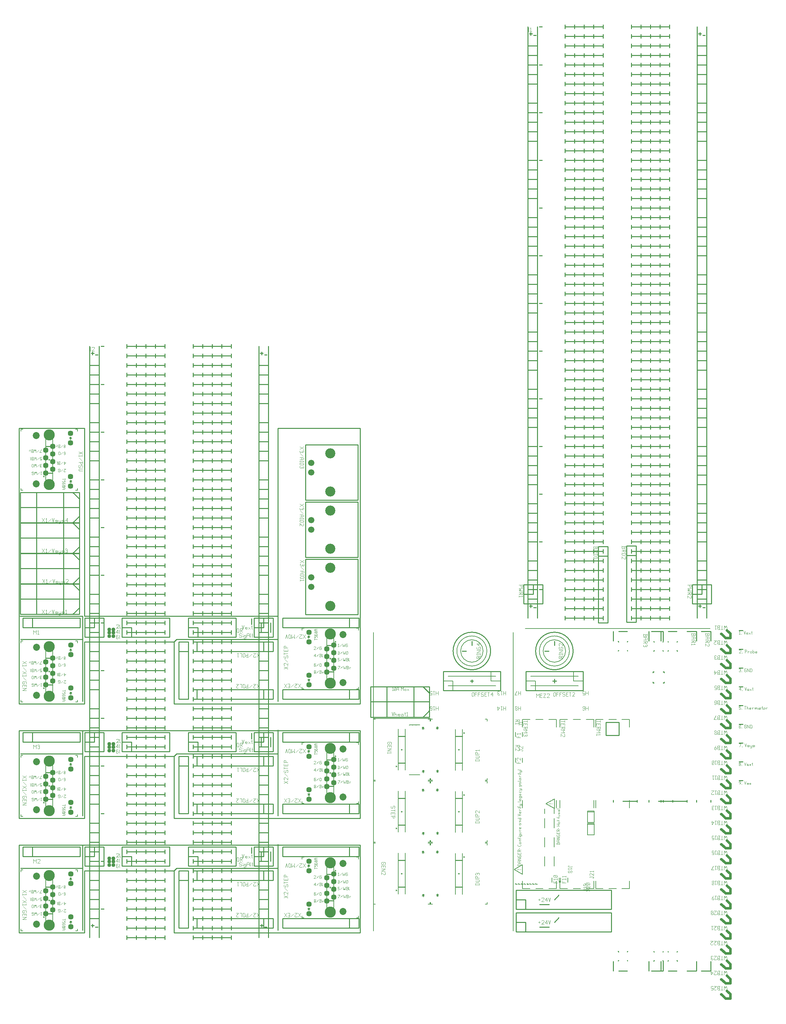
<source format=gbr>
G04 start of page 13 for group -4079 idx -4079 *
G04 Title: (unknown), topsilk *
G04 Creator: pcb 4.2.0 *
G04 CreationDate: Tue Jul 14 02:55:31 2020 UTC *
G04 For: commonadmin *
G04 Format: Gerber/RS-274X *
G04 PCB-Dimensions (mil): 24000.00 18000.00 *
G04 PCB-Coordinate-Origin: lower left *
%MOIN*%
%FSLAX25Y25*%
%LNTOPSILK*%
%ADD271C,0.0080*%
%ADD270C,0.0940*%
%ADD269C,0.0510*%
%ADD268C,0.0350*%
%ADD267C,0.0400*%
%ADD266C,0.1162*%
%ADD265C,0.0729*%
%ADD264C,0.0572*%
%ADD263C,0.1060*%
%ADD262C,0.0660*%
%ADD261C,0.0050*%
%ADD260C,0.0038*%
%ADD259C,0.0030*%
%ADD258C,0.0250*%
%ADD257C,0.0041*%
%ADD256C,0.0030*%
%ADD255C,0.0032*%
%ADD254C,0.0033*%
%ADD253C,0.0012*%
%ADD252C,0.0040*%
%ADD251C,0.0060*%
%ADD250C,0.0100*%
G54D250*X614803Y305551D02*X610236Y300984D01*
X610240Y555933D02*Y551933D01*
X608240Y553933D02*X612240D01*
X678150Y510630D02*X664370D01*
X678150Y496850D02*Y510630D01*
X664370Y496850D02*X678150D01*
X664370Y510630D02*Y496850D01*
X523634Y555445D02*Y552445D01*
X522134Y553945D02*X525134D01*
G54D251*X458000Y508000D02*X469000D01*
X465000D02*Y507500D01*
X461500Y508000D02*Y507500D01*
X458000Y508000D02*Y507500D01*
X469000Y455500D02*X458000D01*
X465000D02*Y456000D01*
X458000Y455500D02*Y456000D01*
X461500Y455500D02*Y456000D01*
G54D250*X804134Y607087D02*X808071D01*
X804134Y587402D02*X808071D01*
X804134Y567717D02*X808071D01*
X804134Y548032D02*X808071D01*
X804134Y528347D02*X808071D01*
X804134Y508661D02*X808071D01*
X804134Y469291D02*X808071D01*
X804134Y488977D02*X808071D01*
X804134Y449606D02*X808071D01*
X713583Y563780D02*Y562795D01*
Y563780D02*X714567D01*
X725394Y562795D02*Y563780D01*
X724409D02*X725394D01*
Y552953D02*Y551969D01*
X724409D01*
X714567D02*X713583D01*
Y552953D01*
G54D251*X579724Y609055D02*X773622D01*
G54D250*X594803Y295906D02*X604803D01*
X614803Y305906D02*Y305551D01*
Y329685D02*Y329173D01*
X610236Y324606D01*
G54D251*X610000Y370000D02*Y360000D01*
G54D250*X594803Y319685D02*X604803D01*
G54D251*X600000Y370000D02*Y360000D01*
X576772Y361276D02*X567913Y356354D01*
X576772Y351433D01*
Y361276D02*Y351433D01*
X610272Y430276D02*X601413Y425354D01*
X610272Y420433D01*
Y430276D02*Y420433D01*
X610000Y415000D02*Y420000D01*
X600000Y415000D02*Y420000D01*
X610000Y390000D02*Y380000D01*
Y410000D02*Y400000D01*
X600000Y410000D02*Y400000D01*
Y390000D02*Y380000D01*
X566929Y292126D02*Y605118D01*
X420276Y292126D02*Y605118D01*
Y514567D02*X480315D01*
G54D252*X593504Y300937D02*X595504D01*
X594504Y301937D02*Y299937D01*
X596704Y302437D02*X597204Y302937D01*
X598704D01*
X599204Y302437D01*
Y301437D01*
X596704Y298937D02*X599204Y301437D01*
X596704Y298937D02*X599204D01*
X600404Y300437D02*X602404Y302937D01*
X600404Y300437D02*X602904D01*
X602404Y302937D02*Y298937D01*
X604104Y302937D02*X605104Y298937D01*
X606104Y302937D01*
X593504Y324717D02*X595504D01*
X594504Y325717D02*Y323717D01*
X596704Y326217D02*X597204Y326717D01*
X598704D01*
X599204Y326217D01*
Y325217D01*
X596704Y322717D02*X599204Y325217D01*
X596704Y322717D02*X599204D01*
X600404Y324217D02*X602404Y326717D01*
X600404Y324217D02*X602904D01*
X602404Y326717D02*Y322717D01*
X604104Y326717D02*X605104Y322717D01*
X606104Y326717D01*
X574382Y356354D02*X574882D01*
X570882D02*X573382D01*
G54D253*X568900Y341580D02*Y340650D01*
Y341580D02*X569117Y341890D01*
X569458D01*
X569675Y341580D01*
Y340650D01*
X568900Y341270D02*X569675D01*
X570202Y341115D02*Y340650D01*
Y341115D02*X570357Y341270D01*
X570512D01*
X570667Y341115D01*
Y340650D01*
Y341115D02*X570822Y341270D01*
X570977D01*
X571132Y341115D01*
Y340650D01*
X570047Y341270D02*X570202Y341115D01*
X572062Y340650D02*X572682D01*
X572837Y340805D01*
Y341177D02*Y340805D01*
X572682Y341332D02*X572837Y341177D01*
X572217Y341332D02*X572682D01*
X572217Y341890D02*Y340650D01*
X572062Y341890D02*X572682D01*
X572837Y341735D01*
Y341487D01*
X572682Y341332D02*X572837Y341487D01*
X573364Y341115D02*Y340650D01*
Y341115D02*X573519Y341270D01*
X573674D01*
X573829Y341115D01*
Y340650D01*
Y341115D02*X573984Y341270D01*
X574139D01*
X574294Y341115D01*
Y340650D01*
X573209Y341270D02*X573364Y341115D01*
X575224Y340650D02*X575844D01*
X575999Y340805D01*
Y341177D02*Y340805D01*
X575844Y341332D02*X575999Y341177D01*
X575379Y341332D02*X575844D01*
X575379Y341890D02*Y340650D01*
X575224Y341890D02*X575844D01*
X575999Y341735D01*
Y341487D01*
X575844Y341332D02*X575999Y341487D01*
X576526Y341115D02*Y340185D01*
X576371Y341270D02*X576526Y341115D01*
X576681Y341270D01*
X576991D01*
X577146Y341115D01*
Y340805D01*
X576991Y340650D02*X577146Y340805D01*
X576681Y340650D02*X576991D01*
X576526Y340805D02*X576681Y340650D01*
X578076Y341580D02*Y340650D01*
Y341580D02*X578293Y341890D01*
X578634D01*
X578851Y341580D01*
Y340650D01*
X578076Y341270D02*X578851D01*
X579378Y341115D02*Y340185D01*
X579223Y341270D02*X579378Y341115D01*
X579533Y341270D01*
X579843D01*
X579998Y341115D01*
Y340805D01*
X579843Y340650D02*X579998Y340805D01*
X579533Y340650D02*X579843D01*
X579378Y340805D02*X579533Y340650D01*
X581200D02*X581820D01*
X581975Y340805D01*
Y341177D02*Y340805D01*
X581820Y341332D02*X581975Y341177D01*
X581355Y341332D02*X581820D01*
X581355Y341890D02*Y340650D01*
X581200Y341890D02*X581820D01*
X581975Y341735D01*
Y341487D01*
X581820Y341332D02*X581975Y341487D01*
X582502Y341115D02*Y340185D01*
X582347Y341270D02*X582502Y341115D01*
X582657Y341270D01*
X582967D01*
X583122Y341115D01*
Y340805D01*
X582967Y340650D02*X583122Y340805D01*
X582657Y340650D02*X582967D01*
X582502Y340805D02*X582657Y340650D01*
X584052Y341580D02*Y340650D01*
Y341580D02*X584269Y341890D01*
X584610D01*
X584827Y341580D01*
Y340650D01*
X584052Y341270D02*X584827D01*
X585354Y341115D02*Y340185D01*
X585199Y341270D02*X585354Y341115D01*
X585509Y341270D01*
X585819D01*
X585974Y341115D01*
Y340805D01*
X585819Y340650D02*X585974Y340805D01*
X585509Y340650D02*X585819D01*
X585354Y340805D02*X585509Y340650D01*
X586904Y341580D02*Y340650D01*
Y341580D02*X587121Y341890D01*
X587462D01*
X587679Y341580D01*
Y340650D01*
X586904Y341270D02*X587679D01*
X588206Y341115D02*Y340650D01*
Y341115D02*X588361Y341270D01*
X588516D01*
X588671Y341115D01*
Y340650D01*
Y341115D02*X588826Y341270D01*
X588981D01*
X589136Y341115D01*
Y340650D01*
X588051Y341270D02*X588206Y341115D01*
X590066Y340650D02*X590686D01*
X590841Y340805D01*
Y341177D02*Y340805D01*
X590686Y341332D02*X590841Y341177D01*
X590221Y341332D02*X590686D01*
X590221Y341890D02*Y340650D01*
X590066Y341890D02*X590686D01*
X590841Y341735D01*
Y341487D01*
X590686Y341332D02*X590841Y341487D01*
X591368Y341115D02*Y340650D01*
Y341115D02*X591523Y341270D01*
X591678D01*
X591833Y341115D01*
Y340650D01*
Y341115D02*X591988Y341270D01*
X592143D01*
X592298Y341115D01*
Y340650D01*
X591213Y341270D02*X591368Y341115D01*
G54D254*X805364Y507841D02*X805774Y507431D01*
X804544Y507841D02*X805364D01*
X804134Y507431D02*X804544Y507841D01*
X804134Y507431D02*Y504971D01*
X804544Y504561D01*
X805364Y506365D02*X805774Y505955D01*
X804134Y506365D02*X805364D01*
X804544Y504561D02*X805364D01*
X805774Y504971D01*
Y505955D02*Y504971D01*
X806758Y504561D02*X807168D01*
X811268Y507841D02*X811678Y507431D01*
X810038Y507841D02*X811268D01*
X809628Y507431D02*X810038Y507841D01*
X809628Y507431D02*Y504971D01*
X810038Y504561D01*
X811268D01*
X811678Y504971D01*
Y505791D02*Y504971D01*
X811268Y506201D02*X811678Y505791D01*
X810448Y506201D02*X811268D01*
X812662Y507841D02*Y504561D01*
Y507841D02*X814712Y504561D01*
Y507841D02*Y504561D01*
X816106Y507841D02*Y504561D01*
X817172Y507841D02*X817746Y507267D01*
Y505135D01*
X817172Y504561D02*X817746Y505135D01*
X815696Y504561D02*X817172D01*
X815696Y507841D02*X817172D01*
X439961Y546555D02*X440617Y547211D01*
Y543932D01*
X439961D02*X441191D01*
X442175Y544341D02*X442585Y543932D01*
X442175Y546801D02*Y544341D01*
Y546801D02*X442585Y547211D01*
X443405D01*
X443815Y546801D01*
Y544341D01*
X443405Y543932D02*X443815Y544341D01*
X442585Y543932D02*X443405D01*
X442175Y544751D02*X443815Y546391D01*
X444799D02*Y543932D01*
Y546391D02*X445373Y547211D01*
X446275D01*
X446849Y546391D01*
Y543932D01*
X444799Y545571D02*X446849D01*
X449309Y547211D02*Y543932D01*
Y547211D02*X450539Y545571D01*
X451769Y547211D01*
Y543932D01*
X453983Y545571D02*X454393Y545161D01*
X453163Y545571D02*X453983D01*
X452753Y545161D02*X453163Y545571D01*
X452753Y545161D02*Y544341D01*
X453163Y543932D01*
X454393Y545571D02*Y544341D01*
X454803Y543932D01*
X453163D02*X453983D01*
X454393Y544341D01*
X455787Y545571D02*X457427Y543932D01*
X455787D02*X457427Y545571D01*
G54D255*X571676Y360681D02*X574916D01*
X571676Y361734D02*X572243Y362301D01*
X574349D01*
X574916Y361734D02*X574349Y362301D01*
X574916Y361734D02*Y360276D01*
X571676Y361734D02*Y360276D01*
X572486Y363273D02*X574916D01*
X572486D02*X571676Y363840D01*
Y364731D02*Y363840D01*
Y364731D02*X572486Y365298D01*
X574916D01*
X573296D02*Y363273D01*
X571676Y366270D02*X574916D01*
X571676D02*X574916Y368295D01*
X571676D02*X574916D01*
X571676Y370887D02*X572081Y371292D01*
X571676Y370887D02*Y369672D01*
X572081Y369267D02*X571676Y369672D01*
X572081Y369267D02*X574511D01*
X574916Y369672D01*
Y370887D02*Y369672D01*
Y370887D02*X574511Y371292D01*
X573701D02*X574511D01*
X573296Y370887D02*X573701Y371292D01*
X573296Y370887D02*Y370077D01*
X573134Y373479D02*Y372264D01*
X574916Y373884D02*Y372264D01*
X571676D02*X574916D01*
X571676Y373884D02*Y372264D01*
Y376476D02*Y374856D01*
Y376476D02*X572081Y376881D01*
X572891D01*
X573296Y376476D02*X572891Y376881D01*
X573296Y376476D02*Y375261D01*
X571676D02*X574916D01*
X573296Y375909D02*X574916Y376881D01*
X572891Y378258D02*Y377853D01*
X573701Y378258D02*Y377853D01*
X574916Y382308D02*Y381255D01*
X574349Y380688D02*X574916Y381255D01*
X572243Y380688D02*X574349D01*
X572243D02*X571676Y381255D01*
Y382308D02*Y381255D01*
X573701Y383280D02*X574511D01*
X573701D02*X573296Y383685D01*
Y384495D02*Y383685D01*
Y384495D02*X573701Y384900D01*
X574511D01*
X574916Y384495D02*X574511Y384900D01*
X574916Y384495D02*Y383685D01*
X574511Y383280D02*X574916Y383685D01*
X573701Y386277D02*X574916D01*
X573701D02*X573296Y386682D01*
Y387087D02*Y386682D01*
Y387087D02*X573701Y387492D01*
X574916D01*
X573296Y385872D02*X573701Y386277D01*
X572081Y388869D02*X574916D01*
X572081D02*X571676Y389274D01*
Y389679D02*Y389274D01*
X573296D02*Y388464D01*
G54D252*X572486Y390489D02*X572567D01*
G54D255*X573701D02*X574916D01*
X573296Y392514D02*X573701Y392919D01*
X573296Y392514D02*Y391704D01*
X573701Y391299D02*X573296Y391704D01*
X573701Y391299D02*X574511D01*
X574916Y391704D01*
Y392514D02*Y391704D01*
Y392514D02*X574511Y392919D01*
X575726Y391299D02*X576131Y391704D01*
Y392514D02*Y391704D01*
Y392514D02*X575726Y392919D01*
X573296D02*X575726D01*
X573296Y393891D02*X574511D01*
X574916Y394296D01*
Y395106D02*Y394296D01*
Y395106D02*X574511Y395511D01*
X573296D02*X574511D01*
X573701Y396888D02*X574916D01*
X573701D02*X573296Y397293D01*
Y398103D02*Y397293D01*
Y396483D02*X573701Y396888D01*
X574916Y400695D02*Y399480D01*
X574511Y399075D02*X574916Y399480D01*
X573701Y399075D02*X574511D01*
X573701D02*X573296Y399480D01*
Y400290D02*Y399480D01*
Y400290D02*X573701Y400695D01*
X574106D02*Y399075D01*
X573701Y400695D02*X574106D01*
X573296Y404340D02*X573701Y404745D01*
X573296Y404340D02*Y403530D01*
X573701Y403125D02*X573296Y403530D01*
X573701Y403125D02*X574511D01*
X574916Y403530D01*
X573296Y404745D02*X574511D01*
X574916Y405150D01*
Y404340D02*Y403530D01*
Y404340D02*X574511Y404745D01*
X573701Y406527D02*X574916D01*
X573701D02*X573296Y406932D01*
Y407337D02*Y406932D01*
Y407337D02*X573701Y407742D01*
X574916D01*
X573296Y406122D02*X573701Y406527D01*
X571676Y410334D02*X574916D01*
Y409929D02*X574511Y410334D01*
X574916Y409929D02*Y409119D01*
X574511Y408714D02*X574916Y409119D01*
X573701Y408714D02*X574511D01*
X573701D02*X573296Y409119D01*
Y409929D02*Y409119D01*
Y409929D02*X573701Y410334D01*
X571676Y412764D02*X574916Y413574D01*
X571676Y414384D01*
X574916Y416976D02*Y415761D01*
X574511Y415356D02*X574916Y415761D01*
X573701Y415356D02*X574511D01*
X573701D02*X573296Y415761D01*
Y416571D02*Y415761D01*
Y416571D02*X573701Y416976D01*
X574106D02*Y415356D01*
X573701Y416976D02*X574106D01*
X573701Y418353D02*X574916D01*
X573701D02*X573296Y418758D01*
Y419568D02*Y418758D01*
Y417948D02*X573701Y418353D01*
G54D252*X572486Y420540D02*X572567D01*
G54D255*X573701D02*X574916D01*
X572081Y421755D02*X574916D01*
X572081D02*X571676Y422160D01*
Y422565D02*Y422160D01*
X573296D02*Y421350D01*
Y423375D02*X574511D01*
X574916Y423780D01*
X573296Y424995D02*X575726D01*
X576131Y424590D02*X575726Y424995D01*
X576131Y424590D02*Y423780D01*
X575726Y423375D02*X576131Y423780D01*
X574916Y424590D02*Y423780D01*
Y424590D02*X574511Y424995D01*
X571676Y427425D02*X574511D01*
X574916Y427830D01*
Y430260D02*Y429045D01*
X574511Y428640D02*X574916Y429045D01*
X573701Y428640D02*X574511D01*
X573701D02*X573296Y429045D01*
Y429855D02*Y429045D01*
Y429855D02*X573701Y430260D01*
X574106D02*Y428640D01*
X573701Y430260D02*X574106D01*
X573296Y432447D02*X573701Y432852D01*
X573296Y432447D02*Y431637D01*
X573701Y431232D02*X573296Y431637D01*
X573701Y431232D02*X574511D01*
X574916Y431637D01*
Y432447D02*Y431637D01*
Y432447D02*X574511Y432852D01*
X575726Y431232D02*X576131Y431637D01*
Y432447D02*Y431637D01*
Y432447D02*X575726Y432852D01*
X573296D02*X575726D01*
X573296Y435039D02*X573701Y435444D01*
X573296Y435039D02*Y434229D01*
X573701Y433824D02*X573296Y434229D01*
X573701Y433824D02*X574511D01*
X574916Y434229D01*
X573296Y435444D02*X574511D01*
X574916Y435849D01*
Y435039D02*Y434229D01*
Y435039D02*X574511Y435444D01*
X573296Y438441D02*Y437226D01*
X573701Y436821D02*X573296Y437226D01*
X573701Y436821D02*X574511D01*
X574916Y437226D01*
Y438441D02*Y437226D01*
X573296Y439413D02*X574511D01*
X574916Y439818D01*
X573296Y441033D02*X575726D01*
X576131Y440628D02*X575726Y441033D01*
X576131Y440628D02*Y439818D01*
X575726Y439413D02*X576131Y439818D01*
X574916Y440628D02*Y439818D01*
Y440628D02*X574511Y441033D01*
X573701Y443868D02*X576131D01*
X573296Y443463D02*X573701Y443868D01*
X573296Y444273D01*
Y445083D02*Y444273D01*
Y445083D02*X573701Y445488D01*
X574511D01*
X574916Y445083D02*X574511Y445488D01*
X574916Y445083D02*Y444273D01*
X574511Y443868D02*X574916Y444273D01*
X573701Y446460D02*X574511D01*
X573701D02*X573296Y446865D01*
Y447675D02*Y446865D01*
Y447675D02*X573701Y448080D01*
X574511D01*
X574916Y447675D02*X574511Y448080D01*
X574916Y447675D02*Y446865D01*
X574511Y446460D02*X574916Y446865D01*
X571676Y449052D02*X574511D01*
X574916Y449457D01*
X573296Y451482D02*X573701Y451887D01*
X573296Y451482D02*Y450672D01*
X573701Y450267D02*X573296Y450672D01*
X573701Y450267D02*X574511D01*
X574916Y450672D01*
X573296Y451887D02*X574511D01*
X574916Y452292D01*
Y451482D02*Y450672D01*
Y451482D02*X574511Y451887D01*
X573701Y453669D02*X574916D01*
X573701D02*X573296Y454074D01*
Y454884D02*Y454074D01*
Y453264D02*X573701Y453669D01*
G54D252*X572486Y455856D02*X572567D01*
G54D255*X573701D02*X574916D01*
X571676Y457071D02*X574511D01*
X574916Y457476D01*
X572891D02*Y456666D01*
X573296Y458286D02*X574511D01*
X574916Y458691D01*
X573296Y459906D02*X575726D01*
X576131Y459501D02*X575726Y459906D01*
X576131Y459501D02*Y458691D01*
X575726Y458286D02*X576131Y458691D01*
X574916Y459501D02*Y458691D01*
Y459501D02*X574511Y459906D01*
Y460878D02*X574916D01*
X571676D02*X573701D01*
G54D256*X612770Y382885D02*X615850D01*
X612770Y383886D02*X613309Y384425D01*
X615311D01*
X615850Y383886D02*X615311Y384425D01*
X615850Y383886D02*Y382500D01*
X612770Y383886D02*Y382500D01*
X613540Y385349D02*X615850D01*
X613540D02*X612770Y385888D01*
Y386735D02*Y385888D01*
Y386735D02*X613540Y387274D01*
X615850D01*
X614310D02*Y385349D01*
X612770Y388198D02*X615850D01*
X612770D02*X615850Y390123D01*
X612770D02*X615850D01*
X612770Y392587D02*X613155Y392972D01*
X612770Y392587D02*Y391432D01*
X613155Y391047D02*X612770Y391432D01*
X613155Y391047D02*X615465D01*
X615850Y391432D01*
Y392587D02*Y391432D01*
Y392587D02*X615465Y392972D01*
X614695D02*X615465D01*
X614310Y392587D02*X614695Y392972D01*
X614310Y392587D02*Y391817D01*
X614156Y395051D02*Y393896D01*
X615850Y395436D02*Y393896D01*
X612770D02*X615850D01*
X612770Y395436D02*Y393896D01*
Y397900D02*Y396360D01*
Y397900D02*X613155Y398285D01*
X613925D01*
X614310Y397900D02*X613925Y398285D01*
X614310Y397900D02*Y396745D01*
X612770D02*X615850D01*
X614310Y397361D02*X615850Y398285D01*
X613925Y399594D02*Y399209D01*
X614695Y399594D02*Y399209D01*
X612770Y401904D02*X615850D01*
X612770Y403829D02*X615850D01*
X614310D02*Y401904D01*
X614695Y404753D02*X615465D01*
X614695D02*X614310Y405138D01*
Y405908D02*Y405138D01*
Y405908D02*X614695Y406293D01*
X615465D01*
X615850Y405908D02*X615465Y406293D01*
X615850Y405908D02*Y405138D01*
X615465Y404753D02*X615850Y405138D01*
X612770Y407602D02*X615465D01*
X615850Y407987D01*
X613925D02*Y407217D01*
X613155Y410528D02*X615850D01*
X613155D02*X612770Y410913D01*
Y411298D02*Y410913D01*
X614310D02*Y410143D01*
Y412068D02*X615465D01*
X615850Y412453D01*
Y413223D02*Y412453D01*
Y413223D02*X615465Y413608D01*
X614310D02*X615465D01*
X615850Y416072D02*Y414917D01*
Y416072D02*X615465Y416457D01*
X615080Y416072D02*X615465Y416457D01*
X615080Y416072D02*Y414917D01*
X614695Y414532D02*X615080Y414917D01*
X614695Y414532D02*X614310Y414917D01*
Y416072D02*Y414917D01*
Y416072D02*X614695Y416457D01*
X615465Y414532D02*X615850Y414917D01*
Y418921D02*Y417766D01*
X615465Y417381D02*X615850Y417766D01*
X614695Y417381D02*X615465D01*
X614695D02*X614310Y417766D01*
Y418536D02*Y417766D01*
Y418536D02*X614695Y418921D01*
X615080D02*Y417381D01*
X614695Y418921D02*X615080D01*
X615465Y419845D02*X615850D01*
X612770D02*X614695D01*
G54D252*X607882Y425354D02*X608382D01*
X604382D02*X606882D01*
G54D255*X804134Y605629D02*X804782Y606277D01*
Y603037D01*
X804134D02*X805349D01*
X806321D02*X806726D01*
X809156Y606277D02*X809966Y603037D01*
X810776Y606277D01*
X812153Y603037D02*X813368D01*
X811748Y603442D02*X812153Y603037D01*
X811748Y604252D02*Y603442D01*
Y604252D02*X812153Y604657D01*
X812963D01*
X813368Y604252D01*
X811748Y603847D02*X813368D01*
Y604252D02*Y603847D01*
X814340Y604657D02*X815960Y603037D01*
X814340D02*X815960Y604657D01*
X817337Y606277D02*Y603442D01*
X817742Y603037D01*
X816932Y605062D02*X817742D01*
G54D254*X804134Y586172D02*X804544Y586582D01*
X805774D01*
X806184Y586172D01*
Y585352D01*
X804134Y583302D02*X806184Y585352D01*
X804134Y583302D02*X806184D01*
X807168D02*X807578D01*
X810448Y586582D02*Y583302D01*
X810038Y586582D02*X811678D01*
X812088Y586172D01*
Y585352D01*
X811678Y584942D02*X812088Y585352D01*
X810448Y584942D02*X811678D01*
X813482Y584532D02*Y583302D01*
Y584532D02*X813892Y584942D01*
X814712D01*
X813072D02*X813482Y584532D01*
X815696D02*Y583712D01*
Y584532D02*X816106Y584942D01*
X816926D01*
X817336Y584532D01*
Y583712D01*
X816926Y583302D02*X817336Y583712D01*
X816106Y583302D02*X816926D01*
X815696Y583712D02*X816106Y583302D01*
X818320Y586582D02*Y583302D01*
Y583712D02*X818730Y583302D01*
X819550D01*
X819960Y583712D01*
Y584532D02*Y583712D01*
X819550Y584942D02*X819960Y584532D01*
X818730Y584942D02*X819550D01*
X818320Y584532D02*X818730Y584942D01*
X821354Y583302D02*X822584D01*
X820944Y583712D02*X821354Y583302D01*
X820944Y584532D02*Y583712D01*
Y584532D02*X821354Y584942D01*
X822174D01*
X822584Y584532D01*
X820944Y584122D02*X822584D01*
Y584532D02*Y584122D01*
X804134Y566487D02*X804544Y566897D01*
X805364D01*
X805774Y566487D01*
X805364Y563617D02*X805774Y564027D01*
X804544Y563617D02*X805364D01*
X804134Y564027D02*X804544Y563617D01*
Y565421D02*X805364D01*
X805774Y566487D02*Y565831D01*
Y565011D02*Y564027D01*
Y565011D02*X805364Y565421D01*
X805774Y565831D02*X805364Y565421D01*
X806758Y563617D02*X807168D01*
X811268Y566897D02*X811678Y566487D01*
X810038Y566897D02*X811268D01*
X809628Y566487D02*X810038Y566897D01*
X809628Y566487D02*Y564027D01*
X810038Y563617D01*
X811268D01*
X811678Y564027D01*
Y564847D02*Y564027D01*
X811268Y565257D02*X811678Y564847D01*
X810448Y565257D02*X811268D01*
X812662Y566897D02*Y563617D01*
Y566897D02*X814712Y563617D01*
Y566897D02*Y563617D01*
X816106Y566897D02*Y563617D01*
X817172Y566897D02*X817746Y566323D01*
Y564191D01*
X817172Y563617D02*X817746Y564191D01*
X815696Y563617D02*X817172D01*
X815696Y566897D02*X817172D01*
X804134Y545162D02*X805774Y547212D01*
X804134Y545162D02*X806184D01*
X805774Y547212D02*Y543932D01*
X807168D02*X807578D01*
X810038Y547212D02*X810858Y543932D01*
X811678Y547212D01*
X813072Y543932D02*X814302D01*
X812662Y544342D02*X813072Y543932D01*
X812662Y545162D02*Y544342D01*
Y545162D02*X813072Y545572D01*
X813892D01*
X814302Y545162D01*
X812662Y544752D02*X814302D01*
Y545162D02*Y544752D01*
X815286Y545572D02*X816926Y543932D01*
X815286D02*X816926Y545572D01*
X818320Y547212D02*Y544342D01*
X818730Y543932D01*
X817910Y545982D02*X818730D01*
X804134Y527527D02*X805774D01*
X804134D02*Y525887D01*
X804544Y526297D01*
X805364D01*
X805774Y525887D01*
Y524657D01*
X805364Y524247D02*X805774Y524657D01*
X804544Y524247D02*X805364D01*
X804134Y524657D02*X804544Y524247D01*
X806758D02*X807168D01*
X809628Y527527D02*X811268D01*
X810448D02*Y524247D01*
X812252Y527527D02*Y524247D01*
Y525477D02*X812662Y525887D01*
X813482D01*
X813892Y525477D01*
Y524247D01*
X815286D02*X816516D01*
X814876Y524657D02*X815286Y524247D01*
X814876Y525477D02*Y524657D01*
Y525477D02*X815286Y525887D01*
X816106D01*
X816516Y525477D01*
X814876Y525067D02*X816516D01*
Y525477D02*Y525067D01*
X817910Y525477D02*Y524247D01*
Y525477D02*X818320Y525887D01*
X819140D01*
X817500D02*X817910Y525477D01*
X820534D02*Y524247D01*
Y525477D02*X820944Y525887D01*
X821354D01*
X821764Y525477D01*
Y524247D01*
Y525477D02*X822174Y525887D01*
X822584D01*
X822994Y525477D01*
Y524247D01*
X820124Y525887D02*X820534Y525477D01*
G54D257*X823978Y526707D02*Y526625D01*
G54D254*Y525477D02*Y524247D01*
X825208D02*X826438D01*
X826848Y524657D01*
X826438Y525067D02*X826848Y524657D01*
X825208Y525067D02*X826438D01*
X824798Y525477D02*X825208Y525067D01*
X824798Y525477D02*X825208Y525887D01*
X826438D01*
X826848Y525477D01*
X824798Y524657D02*X825208Y524247D01*
X828242Y527527D02*Y524657D01*
X828652Y524247D01*
X827832Y526297D02*X828652D01*
X829472Y525477D02*Y524657D01*
Y525477D02*X829882Y525887D01*
X830702D01*
X831112Y525477D01*
Y524657D01*
X830702Y524247D02*X831112Y524657D01*
X829882Y524247D02*X830702D01*
X829472Y524657D02*X829882Y524247D01*
X832506Y525477D02*Y524247D01*
Y525477D02*X832916Y525887D01*
X833736D01*
X832096D02*X832506Y525477D01*
X804544Y484877D02*X806184Y488157D01*
X804134D02*X806184D01*
X807168Y484877D02*X807578D01*
X810038Y488157D02*X810858Y484877D01*
X811678Y488157D01*
X813072Y484877D02*X814302D01*
X814712Y485287D01*
X814302Y485697D02*X814712Y485287D01*
X813072Y485697D02*X814302D01*
X812662Y486107D02*X813072Y485697D01*
X812662Y486107D02*X813072Y486517D01*
X814302D01*
X814712Y486107D01*
X812662Y485287D02*X813072Y484877D01*
X815696Y486517D02*Y485287D01*
X816106Y484877D01*
X817336Y486517D02*Y484057D01*
X816926Y483647D02*X817336Y484057D01*
X816106Y483647D02*X816926D01*
X815696Y484057D02*X816106Y483647D01*
Y484877D02*X816926D01*
X817336Y485287D01*
X818730Y484877D02*X819960D01*
X820370Y485287D01*
X819960Y485697D02*X820370Y485287D01*
X818730Y485697D02*X819960D01*
X818320Y486107D02*X818730Y485697D01*
X818320Y486107D02*X818730Y486517D01*
X819960D01*
X820370Y486107D01*
X818320Y485287D02*X818730Y484877D01*
X804134Y465601D02*X804544Y465191D01*
X804134Y466257D02*Y465601D01*
Y466257D02*X804708Y466831D01*
X805200D01*
X805774Y466257D01*
Y465601D01*
X805364Y465191D02*X805774Y465601D01*
X804544Y465191D02*X805364D01*
X804134Y467405D02*X804708Y466831D01*
X804134Y468061D02*Y467405D01*
Y468061D02*X804544Y468471D01*
X805364D01*
X805774Y468061D01*
Y467405D01*
X805200Y466831D02*X805774Y467405D01*
X806758Y465191D02*X807168D01*
X809628Y468471D02*X810448Y465191D01*
X811268Y468471D01*
X812662Y465191D02*X813892D01*
X812252Y465601D02*X812662Y465191D01*
X812252Y466421D02*Y465601D01*
Y466421D02*X812662Y466831D01*
X813482D01*
X813892Y466421D01*
X812252Y466011D02*X813892D01*
Y466421D02*Y466011D01*
X814876Y466831D02*X816516Y465191D01*
X814876D02*X816516Y466831D01*
X817910Y468471D02*Y465601D01*
X818320Y465191D01*
X817500Y467241D02*X818320D01*
X804544Y445506D02*X805774Y447146D01*
Y448376D02*Y447146D01*
X805364Y448786D02*X805774Y448376D01*
X804544Y448786D02*X805364D01*
X804134Y448376D02*X804544Y448786D01*
X804134Y448376D02*Y447556D01*
X804544Y447146D01*
X805774D01*
X806758Y445506D02*X807168D01*
X809628Y448786D02*X810448Y445506D01*
X811268Y448786D01*
X812662Y445506D02*X813892D01*
X812252Y445916D02*X812662Y445506D01*
X812252Y446736D02*Y445916D01*
Y446736D02*X812662Y447146D01*
X813482D01*
X813892Y446736D01*
X812252Y446326D02*X813892D01*
Y446736D02*Y446326D01*
X815286Y445506D02*X816516D01*
X814876Y445916D02*X815286Y445506D01*
X814876Y446736D02*Y445916D01*
Y446736D02*X815286Y447146D01*
X816106D01*
X816516Y446736D01*
X814876Y446326D02*X816516D01*
Y446736D02*Y446326D01*
G54D258*X794882Y603543D02*Y599606D01*
Y603543D02*X791339Y607087D01*
X789890Y599087D02*X794882D01*
X785433Y603150D02*X785827D01*
X789890Y599087D02*X785827Y603150D01*
G54D250*X755000Y655000D02*Y635000D01*
X775000D01*
Y655000D01*
X755000D01*
Y645000D02*X765000D01*
Y655000D01*
G54D258*X794882Y587795D02*Y583858D01*
Y587795D02*X791339Y591339D01*
X789890Y583339D02*X794882D01*
X785433Y587402D02*X785827D01*
X789890Y583339D02*X785827Y587402D01*
X794882Y572047D02*Y568110D01*
Y572047D02*X791339Y575591D01*
X789890Y567591D02*X794882D01*
X785433Y571654D02*X785827D01*
X789890Y567591D02*X785827Y571654D01*
X794882Y556299D02*Y552362D01*
Y556299D02*X791339Y559843D01*
X789890Y551843D02*X794882D01*
X785433Y555906D02*X785827D01*
X789890Y551843D02*X785827Y555906D01*
X794882Y540551D02*Y536614D01*
Y540551D02*X791339Y544094D01*
X789890Y536094D02*X794882D01*
X785433Y540157D02*X785827D01*
X789890Y536094D02*X785827Y540157D01*
G54D250*X122503Y614997D02*Y604997D01*
X49503Y621997D02*X115003D01*
Y532497D01*
X50003Y597497D02*X115003D01*
G54D251*X75786Y549095D02*X77361Y550670D01*
X75786D02*X77361Y549095D01*
G54D250*X302503Y614997D02*Y604997D01*
X312503Y614997D02*Y604997D01*
X320003Y622497D02*Y532497D01*
X292503Y619465D02*Y613466D01*
X213534Y597497D02*X320003D01*
X211003Y594966D02*X213534Y597497D01*
G54D251*X75786Y771064D02*X77361Y772639D01*
X75786D02*X77361Y771064D01*
X377645Y590840D02*X379220Y592414D01*
X377645D02*X379220Y590840D01*
G54D259*X96729Y544509D02*Y543008D01*
X93729Y543759D02*X96729D01*
Y542109D02*Y540609D01*
X95229Y542109D02*X96729D01*
X95229D02*X95603Y541734D01*
Y540984D01*
X95229Y540609D02*X95603Y540984D01*
X94103Y540609D02*X95229D01*
X93729Y540984D02*X94103Y540609D01*
X93729Y541734D02*Y540984D01*
Y541734D02*X94103Y542109D01*
X96354Y538209D02*X96729Y538584D01*
Y539334D02*Y538584D01*
X96354Y539709D02*X96729Y539334D01*
X94103Y539709D02*X96354D01*
X93729Y539334D02*X94103Y539709D01*
X95003Y538209D02*X95379Y538584D01*
Y539709D02*Y538584D01*
X93729Y539334D02*Y538584D01*
X94103Y538209D01*
X95003D01*
X93729Y536934D02*X94103Y537309D01*
X94703D01*
X95229Y536784D01*
Y536334D01*
X94703Y535809D02*X95229Y536334D01*
X94103Y535809D02*X94703D01*
X93729Y536184D02*X94103Y535809D01*
X93729Y536934D02*Y536184D01*
X95229Y536784D02*X95754Y537309D01*
X96354D01*
X96729Y536934D01*
Y536184D01*
X96354Y535809D02*X96729Y536184D01*
X95754Y535809D02*X96354D01*
X95229Y536334D02*X95754Y535809D01*
X93729Y534909D02*X95979D01*
X96729Y534384D01*
Y533559D01*
X95979Y533034D02*X96729Y533559D01*
X93729Y533034D02*X95979D01*
X95229Y534909D02*Y533034D01*
X96848Y551499D02*X97223Y551874D01*
X95723Y551499D02*X96848D01*
X95347Y551874D02*X95723Y551499D01*
X95347Y552624D02*Y551874D01*
Y552624D02*X97223Y554499D01*
X95347D02*X97223D01*
X92198Y551874D02*X94447Y554124D01*
X89423Y551874D02*X89797Y551499D01*
X90923D01*
X91298Y551874D01*
Y554124D02*Y551874D01*
X90923Y554499D02*X91298Y554124D01*
X89797Y554499D02*X90923D01*
X89423Y554124D02*X89797Y554499D01*
X89423Y554124D02*Y553374D01*
X89797Y552999D01*
X90548D01*
X95723Y559156D02*X97223Y561031D01*
X95347D02*X97223D01*
X95723Y562156D02*Y559156D01*
X92198Y559531D02*X94447Y561781D01*
X89797Y562156D02*X91298D01*
X89423Y561781D02*X89797Y562156D01*
X89423Y561781D02*Y560881D01*
X89797Y560506D01*
X90923D01*
Y562156D02*Y559156D01*
X89797D02*X91298D01*
X89423Y559531D02*X89797Y559156D01*
X89423Y560131D02*Y559531D01*
Y560131D02*X89797Y560506D01*
X88523Y561781D02*Y559156D01*
X88148Y562156D02*X88523Y561781D01*
X95330Y569688D02*X95705Y569314D01*
X96455D01*
X96830Y569688D01*
Y571939D02*Y569688D01*
X96455Y572313D02*X96830Y571939D01*
X95330Y571039D02*X95705Y570664D01*
X96830D01*
X95705Y572313D02*X96455D01*
X95330Y571939D02*X95705Y572313D01*
X95330Y571939D02*Y571039D01*
X92180Y569688D02*X94430Y571939D01*
X91280D02*Y569688D01*
X90905Y569314D02*X91280Y569688D01*
X90155Y569314D02*X90905D01*
X89780Y569688D02*X90155Y569314D01*
X89780Y571939D02*Y569688D01*
Y571939D02*X90155Y572313D01*
X90905D01*
X91280Y571939D01*
X96455Y579578D02*X96830Y579203D01*
Y578602D01*
X96305Y578078D02*X96830Y578602D01*
X95855Y578078D02*X96305D01*
X95330Y578602D02*X95855Y578078D01*
X95330Y579203D02*Y578602D01*
Y579203D02*X95705Y579578D01*
X96455D01*
X96305Y578078D02*X96830Y577553D01*
Y576953D01*
X96455Y576578D02*X96830Y576953D01*
X95705Y576578D02*X96455D01*
X95330Y576953D02*X95705Y576578D01*
X95330Y577553D02*Y576953D01*
Y577553D02*X95855Y578078D01*
X92180Y576953D02*X94430Y579203D01*
X89780Y579578D02*X91280D01*
X89405Y579203D02*X89780Y579578D01*
X89405Y579203D02*Y578302D01*
X89780Y577928D01*
X90905D01*
Y579578D02*Y576578D01*
X89780D02*X91280D01*
X89405Y576953D02*X89780Y576578D01*
X89405Y577553D02*Y576953D01*
Y577553D02*X89780Y577928D01*
X88130Y579578D02*Y578453D01*
X87755Y578078D02*X88130Y578453D01*
X87004Y578078D02*X87755D01*
X88130Y578453D02*X88504Y578078D01*
G54D260*X151942Y602037D02*X152423Y601557D01*
X150983Y602037D02*X151942D01*
X150503Y601557D02*X150983Y602037D01*
X150503Y601557D02*Y598677D01*
X150983Y598197D01*
X151942Y600309D02*X152423Y599829D01*
X150503Y600309D02*X151942D01*
X150983Y598197D02*X151942D01*
X152423Y598677D01*
Y599829D02*Y598677D01*
X153575Y602037D02*Y598677D01*
X154055Y598197D01*
X150003Y605102D02*X151942Y607527D01*
X150003Y605102D02*X152428D01*
X151942Y607527D02*Y603647D01*
X153592Y607527D02*Y604132D01*
X154077Y603647D01*
X150503Y612557D02*X150983Y613037D01*
X152423D01*
X152903Y612557D01*
Y611597D01*
X150503Y609197D02*X152903Y611597D01*
X150503Y609197D02*X152903D01*
X154055Y613037D02*Y609677D01*
X154535Y609197D01*
G54D259*X71446Y770396D02*X72046Y770997D01*
X71446Y773397D02*Y770396D01*
X70921Y773397D02*X72046D01*
X67771Y770772D02*X70021Y773022D01*
X66871Y771897D02*Y770396D01*
X66496Y773397D02*X66871Y771897D01*
X65746D02*X66496Y773397D01*
X64996D02*X65746Y771897D01*
X64621D02*X64996Y773397D01*
X64621Y771897D02*Y770396D01*
X61846Y770772D02*X62221Y770396D01*
X63346D01*
X63721Y770772D01*
Y773022D02*Y770772D01*
X63346Y773397D02*X63721Y773022D01*
X62221Y773397D02*X63346D01*
X61846Y773022D02*X62221Y773397D01*
X61846Y773022D02*Y772272D01*
X62221Y771897D01*
X62971D01*
X71612Y778349D02*X71987Y778724D01*
X70862Y778349D02*X71612D01*
X70487Y778724D02*X70862Y778349D01*
X70487Y780974D02*X70862Y781349D01*
X71612D01*
X71987Y780974D01*
X70862Y779699D02*X71612D01*
X70487Y779324D02*Y778724D01*
Y780974D02*Y780074D01*
X70862Y779699D01*
X70487Y779324D02*X70862Y779699D01*
X67337Y778724D02*X69587Y780974D01*
X66437Y779849D02*Y778349D01*
X66062Y781349D02*X66437Y779849D01*
X65312D02*X66062Y781349D01*
X64562D02*X65312Y779849D01*
X64187D02*X64562Y781349D01*
X64187Y779849D02*Y778349D01*
X63287Y780974D02*Y778724D01*
X62912Y778349D02*X63287Y778724D01*
X62162Y778349D02*X62912D01*
X61787Y778724D02*X62162Y778349D01*
X61787Y780974D02*Y778724D01*
Y780974D02*X62162Y781349D01*
X62912D01*
X63287Y780974D01*
X70487Y785613D02*X71987D01*
Y787113D02*Y785613D01*
X71612Y786738D02*X71987Y787113D01*
X70862Y786738D02*X71612D01*
X70487Y787113D02*X70862Y786738D01*
X70487Y788238D02*Y787113D01*
Y788238D02*X70862Y788613D01*
X71612D01*
X71987Y788238D01*
X67337Y785988D02*X69587Y788238D01*
X66437Y787113D02*Y785613D01*
X66062Y788613D02*X66437Y787113D01*
X65312D02*X66062Y788613D01*
X64562D02*X65312Y787113D01*
X64187D02*X64562Y788613D01*
X64187Y787113D02*Y785613D01*
X61787Y788613D02*X63287D01*
X61412Y788238D02*X61787Y788613D01*
X61412Y788238D02*Y787338D01*
X61787Y786963D01*
X62912D01*
Y788613D02*Y785613D01*
X61787D02*X63287D01*
X61412Y785988D02*X61787Y785613D01*
X61412Y786588D02*Y785988D01*
Y786588D02*X61787Y786963D01*
X60512Y788238D02*Y785613D01*
X60136Y788613D02*X60512Y788238D01*
X96729Y766477D02*Y764977D01*
X93729Y765727D02*X96729D01*
Y764077D02*Y762577D01*
X95229Y764077D02*X96729D01*
X95229D02*X95603Y763702D01*
Y762952D01*
X95229Y762577D02*X95603Y762952D01*
X94103Y762577D02*X95229D01*
X93729Y762952D02*X94103Y762577D01*
X93729Y763702D02*Y762952D01*
Y763702D02*X94103Y764077D01*
X96354Y760177D02*X96729Y760552D01*
Y761302D02*Y760552D01*
X96354Y761677D02*X96729Y761302D01*
X94103Y761677D02*X96354D01*
X93729Y761302D02*X94103Y761677D01*
X95003Y760177D02*X95379Y760552D01*
Y761677D02*Y760552D01*
X93729Y761302D02*Y760552D01*
X94103Y760177D01*
X95003D01*
X93729Y758902D02*X94103Y759277D01*
X94703D01*
X95229Y758752D01*
Y758302D01*
X94703Y757777D02*X95229Y758302D01*
X94103Y757777D02*X94703D01*
X93729Y758152D02*X94103Y757777D01*
X93729Y758902D02*Y758152D01*
X95229Y758752D02*X95754Y759277D01*
X96354D01*
X96729Y758902D01*
Y758152D01*
X96354Y757777D02*X96729Y758152D01*
X95754Y757777D02*X96354D01*
X95229Y758302D02*X95754Y757777D01*
X93729Y756877D02*X95979D01*
X96729Y756352D01*
Y755527D01*
X95979Y755001D02*X96729Y755527D01*
X93729Y755001D02*X95979D01*
X95229Y756877D02*Y755001D01*
X96848Y773467D02*X97223Y773842D01*
X95723Y773467D02*X96848D01*
X95347Y773842D02*X95723Y773467D01*
X95347Y774592D02*Y773842D01*
Y774592D02*X97223Y776467D01*
X95347D02*X97223D01*
X92198Y773842D02*X94447Y776092D01*
X89423Y773842D02*X89797Y773467D01*
X90923D01*
X91298Y773842D01*
Y776092D02*Y773842D01*
X90923Y776467D02*X91298Y776092D01*
X89797Y776467D02*X90923D01*
X89423Y776092D02*X89797Y776467D01*
X89423Y776092D02*Y775342D01*
X89797Y774967D01*
X90548D01*
X95723Y781125D02*X97223Y783000D01*
X95347D02*X97223D01*
X95723Y784125D02*Y781125D01*
X92198Y781500D02*X94447Y783750D01*
X89797Y784125D02*X91298D01*
X89423Y783750D02*X89797Y784125D01*
X89423Y783750D02*Y782850D01*
X89797Y782475D01*
X90923D01*
Y784125D02*Y781125D01*
X89797D02*X91298D01*
X89423Y781500D02*X89797Y781125D01*
X89423Y782100D02*Y781500D01*
Y782100D02*X89797Y782475D01*
X88523Y783750D02*Y781125D01*
X88148Y784125D02*X88523Y783750D01*
X95330Y791657D02*X95705Y791282D01*
X96455D01*
X96830Y791657D01*
Y793907D02*Y791657D01*
X96455Y794282D02*X96830Y793907D01*
X95330Y793007D02*X95705Y792632D01*
X96830D01*
X95705Y794282D02*X96455D01*
X95330Y793907D02*X95705Y794282D01*
X95330Y793907D02*Y793007D01*
X92180Y791657D02*X94430Y793907D01*
X91280D02*Y791657D01*
X90905Y791282D02*X91280Y791657D01*
X90155Y791282D02*X90905D01*
X89780Y791657D02*X90155Y791282D01*
X89780Y793907D02*Y791657D01*
Y793907D02*X90155Y794282D01*
X90905D01*
X91280Y793907D01*
X70112Y793664D02*X71612Y796664D01*
X70112Y793664D02*X71987D01*
X66962Y794039D02*X69212Y796289D01*
X66062Y795164D02*Y793664D01*
X65687Y796664D02*X66062Y795164D01*
X64937D02*X65687Y796664D01*
X64187D02*X64937Y795164D01*
X63811D02*X64187Y796664D01*
X63811Y795164D02*Y793664D01*
X61412Y796664D02*X62912D01*
X61037Y796289D02*X61412Y796664D01*
X61037Y796289D02*Y795389D01*
X61412Y795014D01*
X62537D01*
Y796664D02*Y793664D01*
X61412D02*X62912D01*
X61037Y794039D02*X61412Y793664D01*
X61037Y794639D02*Y794039D01*
Y794639D02*X61412Y795014D01*
X59762Y796664D02*Y795539D01*
X59387Y795164D02*X59762Y795539D01*
X58637Y795164D02*X59387D01*
X59762Y795539D02*X60136Y795164D01*
X96455Y801546D02*X96830Y801171D01*
Y800571D01*
X96305Y800046D02*X96830Y800571D01*
X95855Y800046D02*X96305D01*
X95330Y800571D02*X95855Y800046D01*
X95330Y801171D02*Y800571D01*
Y801171D02*X95705Y801546D01*
X96455D01*
X96305Y800046D02*X96830Y799521D01*
Y798921D01*
X96455Y798546D02*X96830Y798921D01*
X95705Y798546D02*X96455D01*
X95330Y798921D02*X95705Y798546D01*
X95330Y799521D02*Y798921D01*
Y799521D02*X95855Y800046D01*
X92180Y798921D02*X94430Y801171D01*
X89780Y801546D02*X91280D01*
X89405Y801171D02*X89780Y801546D01*
X89405Y801171D02*Y800271D01*
X89780Y799896D01*
X90905D01*
Y801546D02*Y798546D01*
X89780D02*X91280D01*
X89405Y798921D02*X89780Y798546D01*
X89405Y799521D02*Y798921D01*
Y799521D02*X89780Y799896D01*
X88130Y801546D02*Y800421D01*
X87755Y800046D02*X88130Y800421D01*
X87004Y800046D02*X87755D01*
X88130Y800421D02*X88504Y800046D01*
X71446Y548428D02*X72046Y549028D01*
X71446Y551428D02*Y548428D01*
X70921Y551428D02*X72046D01*
X67771Y548803D02*X70021Y551053D01*
X66871Y549928D02*Y548428D01*
X66496Y551428D02*X66871Y549928D01*
X65746D02*X66496Y551428D01*
X64996D02*X65746Y549928D01*
X64621D02*X64996Y551428D01*
X64621Y549928D02*Y548428D01*
X61846Y548803D02*X62221Y548428D01*
X63346D01*
X63721Y548803D01*
Y551053D02*Y548803D01*
X63346Y551428D02*X63721Y551053D01*
X62221Y551428D02*X63346D01*
X61846Y551053D02*X62221Y551428D01*
X61846Y551053D02*Y550303D01*
X62221Y549928D01*
X62971D01*
X71612Y556381D02*X71987Y556756D01*
X70862Y556381D02*X71612D01*
X70487Y556756D02*X70862Y556381D01*
X70487Y559006D02*X70862Y559381D01*
X71612D01*
X71987Y559006D01*
X70862Y557731D02*X71612D01*
X70487Y557356D02*Y556756D01*
Y559006D02*Y558106D01*
X70862Y557731D01*
X70487Y557356D02*X70862Y557731D01*
X67337Y556756D02*X69587Y559006D01*
X66437Y557881D02*Y556381D01*
X66062Y559381D02*X66437Y557881D01*
X65312D02*X66062Y559381D01*
X64562D02*X65312Y557881D01*
X64187D02*X64562Y559381D01*
X64187Y557881D02*Y556381D01*
X63287Y559006D02*Y556756D01*
X62912Y556381D02*X63287Y556756D01*
X62162Y556381D02*X62912D01*
X61787Y556756D02*X62162Y556381D01*
X61787Y559006D02*Y556756D01*
Y559006D02*X62162Y559381D01*
X62912D01*
X63287Y559006D01*
X70487Y563645D02*X71987D01*
Y565145D02*Y563645D01*
X71612Y564770D02*X71987Y565145D01*
X70862Y564770D02*X71612D01*
X70487Y565145D02*X70862Y564770D01*
X70487Y566270D02*Y565145D01*
Y566270D02*X70862Y566645D01*
X71612D01*
X71987Y566270D01*
X67337Y564020D02*X69587Y566270D01*
X66437Y565145D02*Y563645D01*
X66062Y566645D02*X66437Y565145D01*
X65312D02*X66062Y566645D01*
X64562D02*X65312Y565145D01*
X64187D02*X64562Y566645D01*
X64187Y565145D02*Y563645D01*
X61787Y566645D02*X63287D01*
X61412Y566270D02*X61787Y566645D01*
X61412Y566270D02*Y565370D01*
X61787Y564995D01*
X62912D01*
Y566645D02*Y563645D01*
X61787D02*X63287D01*
X61412Y564020D02*X61787Y563645D01*
X61412Y564620D02*Y564020D01*
Y564620D02*X61787Y564995D01*
X60512Y566270D02*Y563645D01*
X60136Y566645D02*X60512Y566270D01*
X70112Y571696D02*X71612Y574696D01*
X70112Y571696D02*X71987D01*
X66962Y572071D02*X69212Y574321D01*
X66062Y573196D02*Y571696D01*
X65687Y574696D02*X66062Y573196D01*
X64937D02*X65687Y574696D01*
X64187D02*X64937Y573196D01*
X63811D02*X64187Y574696D01*
X63811Y573196D02*Y571696D01*
X61412Y574696D02*X62912D01*
X61037Y574321D02*X61412Y574696D01*
X61037Y574321D02*Y573421D01*
X61412Y573045D01*
X62537D01*
Y574696D02*Y571696D01*
X61412D02*X62912D01*
X61037Y572071D02*X61412Y571696D01*
X61037Y572671D02*Y572071D01*
Y572671D02*X61412Y573045D01*
X59762Y574696D02*Y573571D01*
X59387Y573196D02*X59762Y573571D01*
X58637Y573196D02*X59387D01*
X59762Y573571D02*X60136Y573196D01*
X358277Y598501D02*Y597001D01*
Y597751D02*X361277D01*
X358277Y600901D02*Y599401D01*
X359777D01*
X359402Y599776D02*X359777Y599401D01*
X359402Y600526D02*Y599776D01*
Y600526D02*X359777Y600901D01*
X360902D01*
X361277Y600526D01*
Y599776D01*
X360902Y599401D02*X361277Y599776D01*
X358277Y602926D02*X358652Y603301D01*
X358277Y602926D02*Y602176D01*
X358652Y601801D01*
X360902D01*
X361277Y602176D01*
X359627Y602926D02*X360002Y603301D01*
X359627Y602926D02*Y601801D01*
X361277Y602926D02*Y602176D01*
X360902Y603301D02*X361277Y602926D01*
X360002Y603301D02*X360902D01*
Y604201D02*X361277Y604576D01*
X360302Y604201D02*X360902D01*
X359777Y604726D02*X360302Y604201D01*
X359777Y605176D02*Y604726D01*
Y605176D02*X360302Y605701D01*
X360902D01*
X361277Y605326D01*
Y604576D01*
X359252Y604201D02*X359777Y604726D01*
X358652Y604201D02*X359252D01*
X358277Y604576D02*X358652Y604201D01*
X358277Y605326D02*Y604576D01*
Y605326D02*X358652Y605701D01*
X359252D01*
X359777Y605176D01*
X359027Y606601D02*X361277D01*
X358277Y607126D02*X359027Y606601D01*
X358277Y607951D02*Y607126D01*
Y607951D02*X359027Y608476D01*
X361277D01*
X359777D02*Y606601D01*
X382960Y592482D02*X383560Y593082D01*
Y590082D01*
X382960D02*X384085D01*
X384985Y590457D02*X387235Y592707D01*
X388135Y593082D02*Y591582D01*
X388510Y590082D01*
X389260Y591582D01*
X390010Y590082D01*
X390385Y591582D01*
Y593082D02*Y591582D01*
X392785Y593082D02*X393160Y592707D01*
X391660Y593082D02*X392785D01*
X391285Y592707D02*X391660Y593082D01*
X391285Y592707D02*Y590457D01*
X391660Y590082D01*
X392785D01*
X393160Y590457D01*
Y591207D02*Y590457D01*
X392785Y591582D02*X393160Y591207D01*
X392035Y591582D02*X392785D01*
X357783Y589636D02*X358158Y590011D01*
X359283D01*
X359658Y589636D01*
Y588886D01*
X357783Y587011D02*X359658Y588886D01*
X357783Y587011D02*X359658D01*
X360558Y587386D02*X362808Y589636D01*
X365208Y590011D02*X365583Y589636D01*
X364083Y590011D02*X365208D01*
X363708Y589636D02*X364083Y590011D01*
X363708Y589636D02*Y587386D01*
X364083Y587011D01*
X365208D01*
X365583Y587386D01*
Y588136D02*Y587386D01*
X365208Y588511D02*X365583Y588136D01*
X364458Y588511D02*X365208D01*
G54D252*X282503Y612466D02*X283502Y608466D01*
X284503Y612466D01*
X286203Y608466D02*X287703D01*
X285703Y608966D02*X286203Y608466D01*
X285703Y609966D02*Y608966D01*
Y609966D02*X286203Y610466D01*
X287203D01*
X287703Y609966D01*
X285703Y609466D02*X287703D01*
Y609966D02*Y609466D01*
X288903Y610466D02*X290903Y608466D01*
X288903D02*X290903Y610466D01*
X292603Y612466D02*Y608966D01*
X293103Y608466D01*
X292103Y610966D02*X293103D01*
X277002Y608466D02*Y605466D01*
Y608466D02*X277503Y608966D01*
X278503D01*
X279003Y608466D01*
Y605466D01*
X278503Y604966D02*X279003Y605466D01*
X277503Y604966D02*X278503D01*
X277002Y605466D02*X277503Y604966D01*
X280203Y608966D02*X282203D01*
X282702Y608466D01*
Y607466D01*
X282203Y606966D02*X282702Y607466D01*
X280703Y606966D02*X282203D01*
X280703Y608966D02*Y604966D01*
X281503Y606966D02*X282702Y604966D01*
X281503Y603966D02*X282003Y603466D01*
X280003Y603966D02*X281503D01*
X279503Y603466D02*X280003Y603966D01*
X279503Y603466D02*Y602466D01*
X280003Y601966D01*
X281503D01*
X282003Y601466D01*
Y600466D01*
X281503Y599966D02*X282003Y600466D01*
X280003Y599966D02*X281503D01*
X279503Y600466D02*X280003Y599966D01*
G54D261*X283203Y602966D02*Y602866D01*
G54D252*Y601466D02*Y599966D01*
X285703Y601966D02*X286203Y601466D01*
X284702Y601966D02*X285703D01*
X284203Y601466D02*X284702Y601966D01*
X284203Y601466D02*Y600466D01*
X284702Y599966D01*
X285703D01*
X286203Y600466D01*
X284203Y598966D02*X284702Y598466D01*
X285703D01*
X286203Y598966D01*
Y601966D02*Y598966D01*
X287403Y602966D02*Y599966D01*
Y602966D02*X288103Y603966D01*
X289203D01*
X289902Y602966D01*
Y599966D01*
X287403Y601966D02*X289902D01*
X291103Y603966D02*Y600466D01*
X291603Y599966D01*
X293103Y603966D02*Y600466D01*
X293603Y599966D01*
X292603Y602466D02*X293603D01*
G54D259*X383019Y584754D02*X383394Y585129D01*
X384144D01*
X384519Y584754D01*
X384144Y582129D02*X384519Y582504D01*
X383394Y582129D02*X384144D01*
X383019Y582504D02*X383394Y582129D01*
Y583779D02*X384144D01*
X384519Y584754D02*Y584154D01*
Y583404D02*Y582504D01*
X384144Y583779D02*X384519Y583404D01*
X384144Y583779D02*X384519Y584154D01*
X385419Y582504D02*X387669Y584754D01*
X388569Y585129D02*Y583629D01*
X388944Y582129D01*
X389694Y583629D01*
X390444Y582129D01*
X390819Y583629D01*
Y585129D02*Y583629D01*
X391719Y584754D02*Y582504D01*
Y584754D02*X392094Y585129D01*
X392844D01*
X393219Y584754D01*
Y582504D01*
X392844Y582129D02*X393219Y582504D01*
X392094Y582129D02*X392844D01*
X391719Y582504D02*X392094Y582129D01*
X357783Y580478D02*X359283Y582353D01*
X357783Y580478D02*X359658D01*
X359283Y582353D02*Y579353D01*
X360558Y579728D02*X362808Y581978D01*
X363708Y579353D02*X365208D01*
X365583Y579728D01*
Y580627D02*Y579728D01*
X365208Y581003D02*X365583Y580627D01*
X364083Y581003D02*X365208D01*
X364083Y582353D02*Y579353D01*
X363708Y582353D02*X365208D01*
X365583Y581978D01*
Y581378D01*
X365208Y581003D02*X365583Y581378D01*
X366483Y582353D02*Y579728D01*
X366858Y579353D01*
X383019Y577865D02*X384519D01*
X383019D02*Y576365D01*
X383394Y576740D01*
X384144D01*
X384519Y576365D01*
Y575240D01*
X384144Y574865D02*X384519Y575240D01*
X383394Y574865D02*X384144D01*
X383019Y575240D02*X383394Y574865D01*
X385419Y575240D02*X387669Y577490D01*
X388569Y577865D02*Y576365D01*
X388944Y574865D01*
X389694Y576365D01*
X390444Y574865D01*
X390819Y576365D01*
Y577865D02*Y576365D01*
X391719Y574865D02*X393219D01*
X393594Y575240D01*
Y576140D02*Y575240D01*
X393219Y576514D02*X393594Y576140D01*
X392094Y576514D02*X393219D01*
X392094Y577865D02*Y574865D01*
X391719Y577865D02*X393219D01*
X393594Y577490D01*
Y576890D01*
X393219Y576514D02*X393594Y576890D01*
X394494Y577865D02*Y575240D01*
X394869Y574865D01*
X383394Y566814D02*X384894Y569814D01*
X383019D02*X384894D01*
X385794Y567189D02*X388044Y569439D01*
X388944Y569814D02*Y568314D01*
X389319Y566814D01*
X390069Y568314D01*
X390819Y566814D01*
X391194Y568314D01*
Y569814D02*Y568314D01*
X392094Y566814D02*X393594D01*
X393969Y567189D01*
Y568088D02*Y567189D01*
X393594Y568464D02*X393969Y568088D01*
X392469Y568464D02*X393594D01*
X392469Y569814D02*Y566814D01*
X392094Y569814D02*X393594D01*
X393969Y569439D01*
Y568839D01*
X393594Y568464D02*X393969Y568839D01*
X395244Y567939D02*Y566814D01*
Y567939D02*X395619Y568314D01*
X396369D01*
X394869D02*X395244Y567939D01*
X359301Y572196D02*X359676Y571821D01*
X358551Y572196D02*X359301D01*
X358176Y571821D02*X358551Y572196D01*
X358176Y571821D02*Y569571D01*
X358551Y569196D01*
X359301Y570846D02*X359676Y570471D01*
X358176Y570846D02*X359301D01*
X358551Y569196D02*X359301D01*
X359676Y569571D01*
Y570471D02*Y569571D01*
X360576D02*X362826Y571821D01*
X363726D02*Y569571D01*
Y571821D02*X364101Y572196D01*
X364851D01*
X365226Y571821D01*
Y569571D01*
X364851Y569196D02*X365226Y569571D01*
X364101Y569196D02*X364851D01*
X363726Y569571D02*X364101Y569196D01*
X358176Y562307D02*X358551Y561932D01*
X358176Y562907D02*Y562307D01*
Y562907D02*X358701Y563432D01*
X359151D01*
X359676Y562907D01*
Y562307D01*
X359301Y561932D02*X359676Y562307D01*
X358551Y561932D02*X359301D01*
X358176Y563957D02*X358701Y563432D01*
X358176Y564557D02*Y563957D01*
Y564557D02*X358551Y564932D01*
X359301D01*
X359676Y564557D01*
Y563957D01*
X359151Y563432D02*X359676Y563957D01*
X360576Y562307D02*X362826Y564557D01*
X363726Y561932D02*X365226D01*
X365601Y562307D01*
Y563207D02*Y562307D01*
X365226Y563582D02*X365601Y563207D01*
X364101Y563582D02*X365226D01*
X364101Y564932D02*Y561932D01*
X363726Y564932D02*X365226D01*
X365601Y564557D01*
Y563957D01*
X365226Y563582D02*X365601Y563957D01*
X366876Y563057D02*Y561932D01*
Y563057D02*X367251Y563432D01*
X368001D01*
X366501D02*X366876Y563057D01*
G54D251*X352523Y554269D02*Y553481D01*
Y556434D02*Y555647D01*
X351342D02*X353704D01*
X351538Y554269D02*X353507D01*
X352523Y555253D02*X353507Y554269D01*
X351538D02*X352523Y555253D01*
X351464Y599564D02*X352448Y600548D01*
X353432Y599564D01*
X351464D02*X353432D01*
X351267Y600942D02*X353629D01*
X352448Y601729D02*Y600942D01*
Y599564D02*Y598777D01*
G54D250*X371460Y591473D02*X378546D01*
X371460Y563521D02*X378546D01*
G54D251*Y598954D02*Y555843D01*
X371460Y598954D02*Y555843D01*
X375003Y578284D02*Y576709D01*
X374216Y577497D02*X375790D01*
X402562Y545607D02*X404531D01*
Y547576D02*Y545607D01*
X402562Y609387D02*X404531D01*
Y607418D01*
X345475Y545607D02*X347444D01*
X345475Y547576D02*Y545607D01*
Y609387D02*X347444D01*
X345475D02*Y607418D01*
X380121Y594623D02*X381105Y595607D01*
X380121D02*X381105Y594623D01*
G54D250*X325003Y619997D02*X405003D01*
X325003D02*Y609997D01*
X405003D01*
Y619997D02*Y609997D01*
X395003Y619997D02*Y609997D01*
X405003D01*
X325003Y544997D02*X405003D01*
X325003D02*Y534997D01*
X405003D01*
Y544997D02*Y534997D01*
X395003Y544997D02*Y534997D01*
X405003D01*
X349003Y681497D02*X404003D01*
Y623497D01*
X349003D02*X404003D01*
X349003Y681497D02*Y623497D01*
X235003Y544997D02*X315003D01*
X235003D02*Y534997D01*
X315003D01*
Y544997D02*Y534997D01*
X305003Y544997D02*Y534997D01*
X315003D01*
G54D251*X102483Y809997D02*Y809210D01*
Y807832D02*Y807044D01*
X101302Y807832D02*X103664D01*
X101499Y809210D02*X103468D01*
X101499D02*X102483Y808225D01*
X103468Y809210D01*
X102558Y762930D02*X103542Y763914D01*
X101574D02*X102558Y762930D01*
X101574Y763914D02*X103542D01*
X101377Y762536D02*X103739D01*
X102558D02*Y761749D01*
Y764702D02*Y763914D01*
G54D250*X76460Y772005D02*X83546D01*
X76460Y799958D02*X83546D01*
G54D251*X76460Y807635D02*Y764525D01*
X83546Y807635D02*Y764525D01*
X80003Y786769D02*Y785194D01*
X79216Y785981D02*X80790D01*
X50475Y817871D02*X52444D01*
X50475D02*Y815903D01*
Y754091D02*X52444D01*
X50475Y756059D02*Y754091D01*
X107562Y817871D02*X109531D01*
Y815903D01*
X107562Y754091D02*X109531D01*
Y756059D02*Y754091D01*
X73901Y767871D02*X74885Y768855D01*
X73901D02*X74885Y767871D01*
G54D250*X49727Y751745D02*Y719854D01*
X111538D01*
Y751745D02*Y719854D01*
X49727Y751745D02*X111538D01*
X104846D02*X111538Y745052D01*
X104846Y719854D02*X111538Y726548D01*
X66657Y751745D02*Y719854D01*
X95003Y751745D02*Y719854D01*
X49727Y735997D02*X111538D01*
X49727Y719745D02*Y687855D01*
X111538D01*
Y719745D02*Y687855D01*
X49727Y719745D02*X111538D01*
X104846D02*X111538Y713052D01*
X104846Y687855D02*X111538Y694548D01*
X66657Y719745D02*Y687855D01*
X95003Y719745D02*Y687855D01*
X49727Y703997D02*X111538D01*
X117503Y619997D02*Y599997D01*
X137503D01*
Y619997D02*Y599997D01*
X117503Y619997D02*X137503D01*
X117503Y609997D02*X127503D01*
Y619997D02*Y609997D01*
X49727Y655745D02*Y623855D01*
X111538D01*
Y655745D02*Y623855D01*
X49727Y655745D02*X111538D01*
X104846D02*X111538Y649052D01*
X104846Y623855D02*X111538Y630548D01*
X66657Y655745D02*Y623855D01*
X95003Y655745D02*Y623855D01*
X49727Y639997D02*X111538D01*
X49727Y687745D02*Y655855D01*
X111538D01*
Y687745D02*Y655855D01*
X49727Y687745D02*X111538D01*
X104846D02*X111538Y681052D01*
X104846Y655855D02*X111538Y662548D01*
X66657Y687745D02*Y655855D01*
X95003Y687745D02*Y655855D01*
X49727Y671997D02*X111538D01*
X52503Y609997D02*X112503D01*
Y619997D02*Y609997D01*
X52503Y619997D02*X112503D01*
X52503D02*Y609997D01*
X62503Y619997D02*Y609997D01*
X52503Y619997D02*X62503D01*
G54D251*X102527Y588036D02*Y587249D01*
Y585871D02*Y585084D01*
X101346Y585871D02*X103708D01*
X101542Y587249D02*X103511D01*
X101542D02*X102527Y586265D01*
X103511Y587249D01*
X102601Y540969D02*X103586Y541953D01*
X101617D02*X102601Y540969D01*
X101617Y541953D02*X103586D01*
X101420Y540576D02*X103783D01*
X102601D02*Y539788D01*
Y542741D02*Y541953D01*
G54D250*X76503Y550044D02*X83590D01*
X76503Y577997D02*X83590D01*
G54D251*X76503Y585674D02*Y542564D01*
X83590Y585674D02*Y542564D01*
X80046Y564808D02*Y563233D01*
X79259Y564021D02*X80834D01*
X50519Y595910D02*X52487D01*
X50519D02*Y593942D01*
Y532131D02*X52487D01*
X50519Y534099D02*Y532131D01*
X107605Y595910D02*X109574D01*
Y593942D01*
X107605Y532131D02*X109574D01*
Y534099D02*Y532131D01*
X73944Y545910D02*X74928Y546895D01*
X73944D02*X74928Y545910D01*
G54D250*X216003Y594997D02*Y534997D01*
X226003D01*
Y594997D02*Y534997D01*
X216003Y594997D02*X226003D01*
X216003Y584997D02*X226003D01*
Y594997D02*Y584997D01*
X349003Y741497D02*X404003D01*
Y683497D01*
X349003D02*X404003D01*
X349003Y741497D02*Y683497D01*
Y801497D02*X404003D01*
Y743497D01*
X349003D02*X404003D01*
X349003Y801497D02*Y743497D01*
X156503Y599997D02*X206503D01*
Y619997D02*Y599997D01*
X156503Y619997D02*X206503D01*
X156503D02*Y599997D01*
X166503Y609997D02*Y599997D01*
X156503Y609997D02*X166503D01*
X226003Y599997D02*X276003D01*
Y619997D02*Y599997D01*
X226003Y619997D02*X276003D01*
X226003D02*Y599997D01*
X236003Y609997D02*Y599997D01*
X226003Y609997D02*X236003D01*
X235003Y594997D02*X315003D01*
X235003D02*Y584997D01*
X315003D01*
Y594997D02*Y584997D01*
X305003Y594997D02*Y584997D01*
X315003D01*
X295003Y619997D02*Y599997D01*
X315003D01*
Y619997D02*Y599997D01*
X295003Y619997D02*X315003D01*
X295003Y609997D02*X305003D01*
Y619997D02*Y609997D01*
G54D252*X326503Y568997D02*X330503Y566497D01*
X326503D02*X330503Y568997D01*
X326503Y570697D02*X327003Y570197D01*
X326503Y572196D02*Y570697D01*
Y572196D02*X327003Y572696D01*
X328003D01*
X330503Y570197D01*
Y572696D02*Y570197D01*
X327003Y576897D02*X330003Y573897D01*
X326503Y580097D02*X327003Y580597D01*
X326503Y580097D02*Y578597D01*
X327003Y578097D01*
X328003D01*
X328503Y578597D01*
Y580097D02*Y578597D01*
Y580097D02*X329003Y580597D01*
X330003D01*
X330503Y580097D01*
Y578597D01*
X330003Y578097D02*X330503Y578597D01*
X326503Y583797D02*Y581797D01*
Y582797D02*X330503D01*
X328303Y586497D02*Y584997D01*
X330503Y586997D02*Y584997D01*
X326503D02*X330503D01*
X326503Y586997D02*Y584997D01*
Y588697D02*X330503D01*
X326503Y590197D02*Y588197D01*
Y590197D02*X327003Y590697D01*
X328003D01*
X328503Y590197D01*
Y588697D01*
X298003Y578997D02*X300503Y582997D01*
X298003D02*X300503Y578997D01*
X296303D02*X296803Y579497D01*
X294803Y578997D02*X296303D01*
X294303Y579497D02*X294803Y578997D01*
X294303Y580497D02*Y579497D01*
Y580497D02*X296803Y582997D01*
X294303D02*X296803D01*
X290103Y579497D02*X293103Y582497D01*
X288403Y582997D02*Y578997D01*
X286903D02*X288903D01*
X286403Y579497D02*X286903Y578997D01*
X286403Y580497D02*Y579497D01*
Y580497D02*X286903Y580997D01*
X288403D01*
X285203Y582497D02*Y579497D01*
X284702Y578997D02*X285203Y579497D01*
X283703Y578997D02*X284702D01*
X283203Y579497D02*X283703Y578997D01*
X283203Y582497D02*Y579497D01*
Y582497D02*X283703Y582997D01*
X284702D01*
X285203Y582497D01*
X282003Y582997D02*Y578997D01*
X280003Y582997D02*X282003D01*
X278003Y578997D02*X278803Y579797D01*
X278003Y582997D02*Y578997D01*
X277303Y582997D02*X278803D01*
X343503Y680497D02*X347503Y677997D01*
X343503D02*X347503Y680497D01*
X347003Y676797D02*X347503Y676297D01*
Y675297D01*
X347003Y674797D02*X347503Y675297D01*
X343503D02*X344003Y674797D01*
X343503Y676297D02*Y675297D01*
Y676297D02*X344003Y676797D01*
X345703Y676297D02*Y675297D01*
X346203Y674797D02*X347003D01*
X344003D02*X345203D01*
X345703Y675297D01*
X346203Y674797D01*
X344003Y673597D02*X347003Y670597D01*
X343503Y669397D02*X346503D01*
X347503Y668697D01*
Y667597D01*
X346503Y666897D02*X347503Y667597D01*
X343503Y666897D02*X346503D01*
X345503Y669397D02*Y666897D01*
X347503Y665697D02*Y664697D01*
X343503Y665197D02*X347503D01*
X343503Y665697D02*Y664697D01*
X344003Y663497D02*X347003D01*
X347503Y662997D01*
Y661997D01*
X347003Y661497D02*X347503Y661997D01*
X344003Y661497D02*X347003D01*
X343503Y661997D02*X344003Y661497D01*
X343503Y662997D02*Y661997D01*
Y662997D02*X344003Y663497D01*
X346703Y660297D02*X347503Y659497D01*
X343503D02*X347503D01*
X343503Y660297D02*Y658797D01*
X343003Y739497D02*X347003Y736997D01*
X343003D02*X347003Y739497D01*
X346503Y735797D02*X347003Y735296D01*
Y734297D01*
X346503Y733797D02*X347003Y734297D01*
X343003D02*X343503Y733797D01*
X343003Y735296D02*Y734297D01*
Y735296D02*X343503Y735797D01*
X345203Y735296D02*Y734297D01*
X345703Y733797D02*X346503D01*
X343503D02*X344703D01*
X345203Y734297D01*
X345703Y733797D01*
X343503Y732597D02*X346503Y729597D01*
X343003Y728397D02*X346003D01*
X347003Y727696D01*
Y726597D01*
X346003Y725897D02*X347003Y726597D01*
X343003Y725897D02*X346003D01*
X345003Y728397D02*Y725897D01*
X347003Y724697D02*Y723697D01*
X343003Y724197D02*X347003D01*
X343003Y724697D02*Y723697D01*
X343503Y722497D02*X346503D01*
X347003Y721996D01*
Y720997D01*
X346503Y720497D02*X347003Y720997D01*
X343503Y720497D02*X346503D01*
X343003Y720997D02*X343503Y720497D01*
X343003Y721996D02*Y720997D01*
Y721996D02*X343503Y722497D01*
X346503Y719297D02*X347003Y718796D01*
Y717297D01*
X346503Y716796D02*X347003Y717297D01*
X345503Y716796D02*X346503D01*
X343003Y719297D02*X345503Y716796D01*
X343003Y719297D02*Y716796D01*
Y799497D02*X347003Y796997D01*
X343003D02*X347003Y799497D01*
X346503Y795797D02*X347003Y795297D01*
Y794297D01*
X346503Y793797D02*X347003Y794297D01*
X343003D02*X343503Y793797D01*
X343003Y795297D02*Y794297D01*
Y795297D02*X343503Y795797D01*
X345203Y795297D02*Y794297D01*
X345703Y793797D02*X346503D01*
X343503D02*X344703D01*
X345203Y794297D01*
X345703Y793797D01*
X343503Y792597D02*X346503Y789597D01*
X343003Y788397D02*X346003D01*
X347003Y787697D01*
Y786597D01*
X346003Y785897D02*X347003Y786597D01*
X343003Y785897D02*X346003D01*
X345003Y788397D02*Y785897D01*
X347003Y784697D02*Y783697D01*
X343003Y784197D02*X347003D01*
X343003Y784697D02*Y783697D01*
X343503Y782497D02*X346503D01*
X347003Y781997D01*
Y780997D01*
X346503Y780497D02*X347003Y780997D01*
X343503Y780497D02*X346503D01*
X343003Y780997D02*X343503Y780497D01*
X343003Y781997D02*Y780997D01*
Y781997D02*X343503Y782497D01*
X346503Y779297D02*X347003Y778797D01*
Y777797D01*
X346503Y777297D02*X347003Y777797D01*
X343003D02*X343503Y777297D01*
X343003Y778797D02*Y777797D01*
Y778797D02*X343503Y779297D01*
X345203Y778797D02*Y777797D01*
X345703Y777297D02*X346503D01*
X343503D02*X344703D01*
X345203Y777797D01*
X345703Y777297D01*
X346503Y598497D02*X349003Y602497D01*
X346503D02*X349003Y598497D01*
X344803D02*X345303Y598997D01*
X343303Y598497D02*X344803D01*
X342803Y598997D02*X343303Y598497D01*
X342803Y599997D02*Y598997D01*
Y599997D02*X345303Y602497D01*
X342803D02*X345303D01*
X338603Y598997D02*X341603Y601997D01*
X337403Y602497D02*Y598497D01*
X335903Y600497D02*X337403Y598497D01*
X334403D02*X335903Y600497D01*
X334403Y602497D02*Y598497D01*
X333203Y601997D02*Y598997D01*
X332703Y598497D02*X333203Y598997D01*
X331703Y598497D02*X332703D01*
X331203Y598997D02*X331703Y598497D01*
X331203Y601997D02*Y598997D01*
Y601997D02*X331703Y602497D01*
X332703D01*
X333203Y601997D01*
X329003Y602497D02*X330003Y598497D01*
X328003D02*X329003Y602497D01*
X298003Y546497D02*X300503Y550497D01*
X298003D02*X300503Y546497D01*
X296303D02*X296803Y546997D01*
X294803Y546497D02*X296303D01*
X294303Y546997D02*X294803Y546497D01*
X294303Y547997D02*Y546997D01*
Y547997D02*X296803Y550497D01*
X294303D02*X296803D01*
X290103Y546997D02*X293103Y549997D01*
X288403Y550497D02*Y546497D01*
X286903D02*X288903D01*
X286403Y546997D02*X286903Y546497D01*
X286403Y547997D02*Y546997D01*
Y547997D02*X286903Y548497D01*
X288403D01*
X285203Y549997D02*Y546997D01*
X284702Y546497D02*X285203Y546997D01*
X283703Y546497D02*X284702D01*
X283203Y546997D02*X283703Y546497D01*
X283203Y549997D02*Y546997D01*
Y549997D02*X283703Y550497D01*
X284702D01*
X285203Y549997D01*
X282003Y550497D02*Y546497D01*
X280003Y550497D02*X282003D01*
X278303Y546497D02*X278803Y546997D01*
X276803Y546497D02*X278303D01*
X276303Y546997D02*X276803Y546497D01*
X276303Y547997D02*Y546997D01*
Y547997D02*X278803Y550497D01*
X276303D02*X278803D01*
X341503Y546997D02*X344003Y550997D01*
X341503D02*X344003Y546997D01*
X339803D02*X340303Y547497D01*
X338303Y546997D02*X339803D01*
X337803Y547497D02*X338303Y546997D01*
X337803Y548497D02*Y547497D01*
Y548497D02*X340303Y550997D01*
X337803D02*X340303D01*
X333603Y547497D02*X336603Y550497D01*
X330903Y548797D02*X332403D01*
X330403Y550997D02*X332403D01*
Y546997D01*
X330403D02*X332403D01*
X326703D02*X329203Y550997D01*
X326703D02*X329203Y546997D01*
X111003Y794481D02*X115003Y791981D01*
X111003D02*X115003Y794481D01*
X114203Y790781D02*X115003Y789981D01*
X111003D02*X115003D01*
X111003Y790781D02*Y789281D01*
X111503Y788081D02*X114503Y785081D01*
X111003Y783381D02*X115003D01*
Y783881D02*Y781881D01*
X114503Y781381D02*X115003Y781881D01*
X113503Y781381D02*X114503D01*
X113003Y781881D02*X113503Y781381D01*
X113003Y783381D02*Y781881D01*
X114503Y777681D02*X115003Y778181D01*
Y779681D02*Y778181D01*
X114503Y780181D02*X115003Y779681D01*
X113503Y780181D02*X114503D01*
X113003Y779681D02*X113503Y780181D01*
X113003Y779681D02*Y778181D01*
X112503Y777681D02*X113003Y778181D01*
X111503Y777681D02*X112503D01*
X111003Y778181D02*X111503Y777681D01*
X111003Y779681D02*Y778181D01*
Y779681D02*X111503Y780181D01*
Y776481D02*X115003D01*
X111003Y775981D02*X111503Y776481D01*
X111003Y775981D02*Y774981D01*
X111503Y774481D01*
X115003D01*
X72503Y720497D02*X75003Y724497D01*
X72503D02*X75003Y720497D01*
X76203Y723697D02*X77003Y724497D01*
Y720497D01*
X76203D02*X77703D01*
X78903Y720997D02*X81903Y723997D01*
X83103Y724497D02*X84103Y720497D01*
X85103Y724497D01*
X86803Y720497D02*X88303D01*
X88802Y720997D01*
X88303Y721497D02*X88802Y720997D01*
X86803Y721497D02*X88303D01*
X86303Y721996D02*X86803Y721497D01*
X86303Y721996D02*X86803Y722497D01*
X88303D01*
X88802Y721996D01*
X86303Y720997D02*X86803Y720497D01*
X90002Y722497D02*Y720997D01*
X90502Y720497D01*
X92003Y722497D02*Y719497D01*
X91503Y718997D02*X92003Y719497D01*
X90502Y718997D02*X91503D01*
X90002Y719497D02*X90502Y718997D01*
Y720497D02*X91503D01*
X92003Y720997D01*
X93703Y720497D02*X95203D01*
X95703Y720997D01*
X95203Y721497D02*X95703Y720997D01*
X93703Y721497D02*X95203D01*
X93203Y721996D02*X93703Y721497D01*
X93203Y721996D02*X93703Y722497D01*
X95203D01*
X95703Y721996D01*
X93203Y720997D02*X93703Y720497D01*
X96903Y721996D02*X98903Y724497D01*
X96903Y721996D02*X99403D01*
X98903Y724497D02*Y720497D01*
X72503Y688497D02*X75003Y692497D01*
X72503D02*X75003Y688497D01*
X76203Y691697D02*X77003Y692497D01*
Y688497D01*
X76203D02*X77703D01*
X78903Y688997D02*X81903Y691997D01*
X83103Y692497D02*X84103Y688497D01*
X85103Y692497D01*
X86803Y688497D02*X88303D01*
X88802Y688997D01*
X88303Y689497D02*X88802Y688997D01*
X86803Y689497D02*X88303D01*
X86303Y689997D02*X86803Y689497D01*
X86303Y689997D02*X86803Y690497D01*
X88303D01*
X88802Y689997D01*
X86303Y688997D02*X86803Y688497D01*
X90002Y690497D02*Y688997D01*
X90502Y688497D01*
X92003Y690497D02*Y687497D01*
X91503Y686997D02*X92003Y687497D01*
X90502Y686997D02*X91503D01*
X90002Y687497D02*X90502Y686997D01*
Y688497D02*X91503D01*
X92003Y688997D01*
X93703Y688497D02*X95203D01*
X95703Y688997D01*
X95203Y689497D02*X95703Y688997D01*
X93703Y689497D02*X95203D01*
X93203Y689997D02*X93703Y689497D01*
X93203Y689997D02*X93703Y690497D01*
X95203D01*
X95703Y689997D01*
X93203Y688997D02*X93703Y688497D01*
X96903Y691997D02*X97403Y692497D01*
X98403D01*
X98903Y691997D01*
X98403Y688497D02*X98903Y688997D01*
X97403Y688497D02*X98403D01*
X96903Y688997D02*X97403Y688497D01*
Y690697D02*X98403D01*
X98903Y691997D02*Y691197D01*
Y690197D02*Y688997D01*
X98403Y690697D02*X98903Y690197D01*
X98403Y690697D02*X98903Y691197D01*
X73003Y656497D02*X75503Y660497D01*
X73003D02*X75503Y656497D01*
X76703Y659697D02*X77503Y660497D01*
Y656497D01*
X76703D02*X78203D01*
X79403Y656997D02*X82403Y659997D01*
X83603Y660497D02*X84603Y656497D01*
X85603Y660497D01*
X87303Y656497D02*X88802D01*
X89302Y656997D01*
X88802Y657497D02*X89302Y656997D01*
X87303Y657497D02*X88802D01*
X86803Y657997D02*X87303Y657497D01*
X86803Y657997D02*X87303Y658497D01*
X88802D01*
X89302Y657997D01*
X86803Y656997D02*X87303Y656497D01*
X90502Y658497D02*Y656997D01*
X91003Y656497D01*
X92503Y658497D02*Y655497D01*
X92003Y654997D02*X92503Y655497D01*
X91003Y654997D02*X92003D01*
X90502Y655497D02*X91003Y654997D01*
Y656497D02*X92003D01*
X92503Y656997D01*
X94203Y656497D02*X95703D01*
X96203Y656997D01*
X95703Y657497D02*X96203Y656997D01*
X94203Y657497D02*X95703D01*
X93703Y657997D02*X94203Y657497D01*
X93703Y657997D02*X94203Y658497D01*
X95703D01*
X96203Y657997D01*
X93703Y656997D02*X94203Y656497D01*
X97403Y659997D02*X97903Y660497D01*
X99403D01*
X99903Y659997D01*
Y658997D01*
X97403Y656497D02*X99903Y658997D01*
X97403Y656497D02*X99903D01*
X52046Y574521D02*X56046Y572021D01*
X52046D02*X56046Y574521D01*
X55246Y570820D02*X56046Y570020D01*
X52046D02*X56046D01*
X52046Y570820D02*Y569320D01*
X52546Y568121D02*X55546Y565121D01*
X52046Y563921D02*X56046Y561421D01*
X52046D02*X56046Y563921D01*
X55246Y560221D02*X56046Y559421D01*
X52046D02*X56046D01*
X52046Y560221D02*Y558721D01*
X52546Y557521D02*X55546Y554521D01*
Y550821D02*X56046Y551321D01*
Y552821D02*Y551321D01*
X55546Y553321D02*X56046Y552821D01*
X52546Y553321D02*X55546D01*
X52046Y552821D02*X52546Y553321D01*
X52046Y552821D02*Y551321D01*
X52546Y550821D01*
X53546D01*
X54046Y551321D01*
Y552321D02*Y551321D01*
X54246Y549621D02*Y548121D01*
X52046Y549621D02*Y547620D01*
Y549621D02*X56046D01*
Y547620D01*
X52046Y546421D02*X56046D01*
X52046Y543921D02*X56046Y546421D01*
X52046Y543921D02*X56046D01*
X72503Y624497D02*X75003Y628497D01*
X72503D02*X75003Y624497D01*
X76203Y627697D02*X77003Y628497D01*
Y624497D01*
X76203D02*X77703D01*
X78903Y624997D02*X81903Y627996D01*
X83103Y628497D02*X84103Y624497D01*
X85103Y628497D01*
X86803Y624497D02*X88303D01*
X88802Y624997D01*
X88303Y625497D02*X88802Y624997D01*
X86803Y625497D02*X88303D01*
X86303Y625997D02*X86803Y625497D01*
X86303Y625997D02*X86803Y626497D01*
X88303D01*
X88802Y625997D01*
X86303Y624997D02*X86803Y624497D01*
X90002Y626497D02*Y624997D01*
X90502Y624497D01*
X92003Y626497D02*Y623497D01*
X91503Y622997D02*X92003Y623497D01*
X90502Y622997D02*X91503D01*
X90002Y623497D02*X90502Y622997D01*
Y624497D02*X91503D01*
X92003Y624997D01*
X93703Y624497D02*X95203D01*
X95703Y624997D01*
X95203Y625497D02*X95703Y624997D01*
X93703Y625497D02*X95203D01*
X93203Y625997D02*X93703Y625497D01*
X93203Y625997D02*X93703Y626497D01*
X95203D01*
X95703Y625997D01*
X93203Y624997D02*X93703Y624497D01*
X96903Y627697D02*X97703Y628497D01*
Y624497D01*
X96903D02*X98403D01*
G54D250*X320003Y818997D02*Y621997D01*
Y818997D02*X406503D01*
Y529997D01*
X211003Y594997D02*Y529997D01*
X117003Y594997D02*X211003D01*
X117003D02*Y529997D01*
X211003D02*X406503D01*
X117003Y621997D02*X320003D01*
X48503Y818997D02*X117003D01*
Y621997D01*
X48503Y818997D02*Y529997D01*
X117003D01*
G54D262*X355003Y652497D03*
Y662497D03*
G54D263*X375003Y672497D03*
Y632497D03*
G54D262*X355003Y712497D03*
Y722497D03*
G54D263*X375003Y732496D03*
Y792497D03*
Y752497D03*
Y692497D03*
G54D262*X355003Y772496D03*
Y782497D03*
G54D264*X102483Y803501D03*
Y813540D03*
X102527Y581540D03*
Y591580D03*
G54D265*X66542Y589217D03*
G54D266*X80046Y538036D03*
G54D264*X102527Y536462D03*
Y546501D03*
X76503Y566028D03*
X83590Y562013D03*
Y570044D03*
X76503Y574060D03*
X83590Y578075D03*
X76503Y557997D03*
Y549966D03*
X83590Y553981D03*
G54D265*X66542Y538824D03*
G54D266*X80046Y590005D03*
X80003Y759997D03*
G54D264*X102483Y758422D03*
Y768462D03*
G54D266*X80003Y811966D03*
G54D265*X66499Y811178D03*
Y760784D03*
G54D264*X76460Y787989D03*
Y796021D03*
Y779958D03*
Y771926D03*
X83546Y783973D03*
Y792005D03*
Y800036D03*
Y775941D03*
G54D265*X388507Y602694D03*
G54D266*X375003Y603481D03*
G54D264*X378546Y575489D03*
Y583521D03*
Y591552D03*
X352523Y559977D03*
Y549938D03*
G54D265*X388507Y552300D03*
G54D266*X375003Y551513D03*
G54D264*X378546Y567458D03*
X371460Y579505D03*
Y587536D03*
X352523Y605056D03*
Y595017D03*
X371460Y571473D03*
Y563442D03*
G54D267*X143003Y600997D03*
X147502D03*
Y604497D03*
X143003D03*
Y607997D03*
X147502D03*
G54D268*X355003Y772497D03*
X76463Y796017D03*
Y787987D03*
Y779957D03*
Y771927D03*
X76503Y574057D03*
Y566027D03*
Y549967D03*
X83543Y800037D03*
Y792007D03*
Y783977D03*
Y775937D03*
X83593Y578077D03*
Y570047D03*
Y562017D03*
Y553977D03*
X102483Y813537D03*
Y803497D03*
Y768457D03*
Y758427D03*
X102523Y591577D03*
Y581537D03*
Y546497D03*
Y536457D03*
X352523Y605057D03*
Y549937D03*
X371463Y587537D03*
Y579507D03*
Y571477D03*
Y563437D03*
X378543Y591557D03*
Y583517D03*
Y575487D03*
Y567456D03*
G54D269*X66503Y811177D03*
Y760787D03*
X66543Y589217D03*
Y538827D03*
X388503Y602697D03*
Y552297D03*
G54D270*X80003Y811967D03*
X80043Y590007D03*
Y538037D03*
X375003Y603477D03*
Y551517D03*
Y431517D03*
Y483477D03*
X80043Y418037D03*
Y470007D03*
G54D269*X388503Y432297D03*
Y482697D03*
X66543Y418827D03*
Y469217D03*
G54D268*X378543Y447456D03*
Y455487D03*
Y463517D03*
Y471557D03*
X371463Y443437D03*
Y451477D03*
Y459507D03*
Y467537D03*
X352523Y429937D03*
Y485057D03*
X102523Y416457D03*
Y426497D03*
Y461537D03*
Y471577D03*
X83593Y433977D03*
Y442017D03*
Y450047D03*
Y458077D03*
X76503Y429967D03*
Y446027D03*
Y454057D03*
G54D267*X147502Y487997D03*
Y484497D03*
Y480997D03*
X143003Y487997D03*
Y484497D03*
Y480997D03*
G54D264*X352523Y475017D03*
Y485056D03*
X371460Y467536D03*
Y443442D03*
Y451473D03*
X378546Y447458D03*
G54D266*X375003Y431513D03*
G54D265*X388507Y432300D03*
G54D264*X352523Y429938D03*
Y439977D03*
X378546Y471552D03*
Y463521D03*
Y455489D03*
G54D266*X375003Y483481D03*
G54D265*X388507Y482694D03*
G54D264*X371460Y459505D03*
G54D266*X80046Y470005D03*
G54D265*X66542Y469217D03*
G54D264*X102527Y471580D03*
Y461540D03*
X83590Y458075D03*
Y450044D03*
X76503Y454060D03*
X102527Y426501D03*
Y416462D03*
X83590Y433981D03*
Y442013D03*
X76503Y429966D03*
Y437997D03*
Y446028D03*
G54D266*X80046Y418036D03*
G54D265*X66542Y418824D03*
G54D250*X48503Y501997D02*X406503D01*
X48503D02*Y409997D01*
X117003D01*
Y474997D02*Y409997D01*
Y474997D02*X211003D01*
Y409997D01*
X406503Y501997D02*Y409997D01*
X211003D02*X406503D01*
G54D252*X52046Y423921D02*X56046D01*
X52046D02*X56046Y426421D01*
X52046D02*X56046D01*
Y429621D02*Y427620D01*
X52046Y429621D02*X56046D01*
X52046D02*Y427620D01*
X54246Y429621D02*Y428121D01*
X54046Y432321D02*Y431321D01*
X53546Y430821D02*X54046Y431321D01*
X52546Y430821D02*X53546D01*
X52046Y431321D02*X52546Y430821D01*
X52046Y432821D02*Y431321D01*
Y432821D02*X52546Y433321D01*
X55546D01*
X56046Y432821D01*
Y431321D01*
X55546Y430821D02*X56046Y431321D01*
X52546Y437521D02*X55546Y434521D01*
X52046Y440221D02*Y438721D01*
Y439421D02*X56046D01*
X55246Y440221D02*X56046Y439421D01*
X52046Y441421D02*X56046Y443921D01*
X52046D02*X56046Y441421D01*
X52546Y448121D02*X55546Y445121D01*
X52046Y450820D02*Y449320D01*
Y450020D02*X56046D01*
X55246Y450820D02*X56046Y450020D01*
X52046Y452021D02*X56046Y454521D01*
X52046D02*X56046Y452021D01*
X326703Y430497D02*X329203Y426497D01*
X326703D02*X329203Y430497D01*
X330403Y426497D02*X332403D01*
Y430497D02*Y426497D01*
X330403Y430497D02*X332403D01*
X330903Y428297D02*X332403D01*
X333603Y426997D02*X336603Y429997D01*
X337803Y430497D02*X340303D01*
X337803Y427997D02*X340303Y430497D01*
X337803Y427997D02*Y426997D01*
X338303Y426497D01*
X339803D01*
X340303Y426997D01*
X341503Y430497D02*X344003Y426497D01*
X341503D02*X344003Y430497D01*
X276303D02*X278803D01*
X276303Y427997D02*X278803Y430497D01*
X276303Y427997D02*Y426997D01*
X276803Y426497D01*
X278303D01*
X278803Y426997D01*
X280003Y430497D02*X282003D01*
Y426497D01*
X284702Y430497D02*X285203Y429997D01*
X283703Y430497D02*X284702D01*
X283203Y429997D02*X283703Y430497D01*
X283203Y429997D02*Y426997D01*
X283703Y426497D01*
X284702D01*
X285203Y426997D01*
Y429997D02*Y426997D01*
X286903Y428497D02*X288403D01*
X286403Y427997D02*X286903Y428497D01*
X286403Y427997D02*Y426997D01*
X286903Y426497D01*
X288903D01*
X288403Y430497D02*Y426497D01*
X290103Y426997D02*X293103Y429997D01*
X294303Y430497D02*X296803D01*
X294303Y427997D02*X296803Y430497D01*
X294303Y427997D02*Y426997D01*
X294803Y426497D01*
X296303D01*
X296803Y426997D01*
X298003Y430497D02*X300503Y426497D01*
X298003D02*X300503Y430497D01*
X328003Y478497D02*X329003Y482497D01*
X330003Y478497D01*
X332703Y482497D02*X333203Y481997D01*
X331703Y482497D02*X332703D01*
X331203Y481997D02*X331703Y482497D01*
X331203Y481997D02*Y478997D01*
X331703Y478497D01*
X332703D01*
X333203Y478997D01*
Y481997D02*Y478997D01*
X334403Y482497D02*Y478497D01*
X335903Y480497D01*
X337403Y478497D01*
Y482497D02*Y478497D01*
X338603Y478997D02*X341603Y481997D01*
X342803Y482497D02*X345303D01*
X342803Y479997D02*X345303Y482497D01*
X342803Y479997D02*Y478997D01*
X343303Y478497D01*
X344803D01*
X345303Y478997D01*
X346503Y482497D02*X349003Y478497D01*
X346503D02*X349003Y482497D01*
X277303Y462997D02*X278803D01*
X278003D02*Y458997D01*
X278803Y459797D01*
X280003Y462997D02*X282003D01*
Y458997D01*
X284702Y462997D02*X285203Y462497D01*
X283703Y462997D02*X284702D01*
X283203Y462497D02*X283703Y462997D01*
X283203Y462497D02*Y459497D01*
X283703Y458997D01*
X284702D01*
X285203Y459497D01*
Y462497D02*Y459497D01*
X286903Y460997D02*X288403D01*
X286403Y460497D02*X286903Y460997D01*
X286403Y460497D02*Y459497D01*
X286903Y458997D01*
X288903D01*
X288403Y462997D02*Y458997D01*
X290103Y459497D02*X293103Y462497D01*
X294303Y462997D02*X296803D01*
X294303Y460497D02*X296803Y462997D01*
X294303Y460497D02*Y459497D01*
X294803Y458997D01*
X296303D01*
X296803Y459497D01*
X298003Y462997D02*X300503Y458997D01*
X298003D02*X300503Y462997D01*
X328503Y470197D02*Y468697D01*
X328003Y470697D02*X328503Y470197D01*
X327003Y470697D02*X328003D01*
X326503Y470197D02*X327003Y470697D01*
X326503Y470197D02*Y468197D01*
Y468697D02*X330503D01*
X326503Y466997D02*Y464997D01*
X330503D01*
Y466997D02*Y464997D01*
X328303Y466497D02*Y464997D01*
X326503Y462797D02*X330503D01*
X326503Y463797D02*Y461797D01*
X330003Y458097D02*X330503Y458597D01*
Y460097D02*Y458597D01*
X330003Y460597D02*X330503Y460097D01*
X329003Y460597D02*X330003D01*
X328503Y460097D02*X329003Y460597D01*
X328503Y460097D02*Y458597D01*
X328003Y458097D02*X328503Y458597D01*
X327003Y458097D02*X328003D01*
X326503Y458597D02*X327003Y458097D01*
X326503Y460097D02*Y458597D01*
Y460097D02*X327003Y460597D01*
Y456897D02*X330003Y453897D01*
X330503Y452696D02*Y450197D01*
X328003Y452696D02*X330503Y450197D01*
X327003Y452696D02*X328003D01*
X326503Y452196D02*X327003Y452696D01*
X326503Y452196D02*Y450697D01*
X327003Y450197D01*
X326503Y446497D02*X330503Y448997D01*
X326503D02*X330503Y446497D01*
G54D250*X127503Y499997D02*Y489997D01*
X117503D02*X127503D01*
X117503Y499997D02*X137503D01*
Y479997D01*
X117503D02*X137503D01*
X117503Y499997D02*Y479997D01*
X52503Y499997D02*X62503D01*
Y489997D01*
X52503Y499997D02*Y489997D01*
Y499997D02*X112503D01*
Y489997D01*
X52503D02*X112503D01*
G54D251*X73944Y426895D02*X74928Y425910D01*
X73944D02*X74928Y426895D01*
X109574Y414099D02*Y412131D01*
X107605D02*X109574D01*
Y475910D02*Y473942D01*
X107605Y475910D02*X109574D01*
X50519Y414099D02*Y412131D01*
X52487D01*
X50519Y475910D02*Y473942D01*
Y475910D02*X52487D01*
X79259Y444021D02*X80834D01*
X80046Y444808D02*Y443233D01*
X83590Y465674D02*Y422564D01*
X76503Y465674D02*Y422564D01*
G54D250*Y457997D02*X83590D01*
X76503Y430044D02*X83590D01*
G54D251*X102601Y422741D02*Y421953D01*
Y420576D02*Y419788D01*
X101420Y420576D02*X103783D01*
X101617Y421953D02*X103586D01*
X101617D02*X102601Y420969D01*
X103586Y421953D01*
X102527Y466265D02*X103511Y467249D01*
X101542D02*X102527Y466265D01*
X101542Y467249D02*X103511D01*
X101346Y465871D02*X103708D01*
X102527D02*Y465084D01*
Y468036D02*Y467249D01*
G54D250*X156503Y489997D02*X166503D01*
Y479997D01*
X156503Y499997D02*Y479997D01*
Y499997D02*X206503D01*
Y479997D01*
X156503D02*X206503D01*
X226003Y474997D02*Y464997D01*
X216003D02*X226003D01*
X216003Y474997D02*X226003D01*
Y414997D01*
X216003D02*X226003D01*
X216003Y474997D02*Y414997D01*
X395003Y489997D02*X405003D01*
X395003Y499997D02*Y489997D01*
X405003Y499997D02*Y489997D01*
X325003D02*X405003D01*
X325003Y499997D02*Y489997D01*
Y499997D02*X405003D01*
X395003Y414997D02*X405003D01*
X395003Y424997D02*Y414997D01*
X405003Y424997D02*Y414997D01*
X325003D02*X405003D01*
X325003Y424997D02*Y414997D01*
Y424997D02*X405003D01*
X305003Y414997D02*X315003D01*
X305003Y424997D02*Y414997D01*
X315003Y424997D02*Y414997D01*
X235003D02*X315003D01*
X235003Y424997D02*Y414997D01*
Y424997D02*X315003D01*
X305003Y499997D02*Y489997D01*
X295003D02*X305003D01*
X295003Y499997D02*X315003D01*
Y479997D01*
X295003D02*X315003D01*
X295003Y499997D02*Y479997D01*
X226003Y489997D02*X236003D01*
Y479997D01*
X226003Y499997D02*Y479997D01*
Y499997D02*X276003D01*
Y479997D01*
X226003D02*X276003D01*
X305003Y464997D02*X315003D01*
X305003Y474997D02*Y464997D01*
X315003Y474997D02*Y464997D01*
X235003D02*X315003D01*
X235003Y474997D02*Y464997D01*
Y474997D02*X315003D01*
G54D251*X380121Y475607D02*X381105Y474623D01*
X380121D02*X381105Y475607D01*
X345475Y489387D02*Y487418D01*
Y489387D02*X347444D01*
X345475Y427576D02*Y425607D01*
X347444D01*
X404531Y489387D02*Y487418D01*
X402562Y489387D02*X404531D01*
Y427576D02*Y425607D01*
X402562D02*X404531D01*
X374216Y457497D02*X375790D01*
X375003Y458284D02*Y456709D01*
X371460Y478954D02*Y435843D01*
X378546Y478954D02*Y435843D01*
G54D250*X371460Y443521D02*X378546D01*
X371460Y471473D02*X378546D01*
G54D251*X352448Y479564D02*Y478777D01*
Y481729D02*Y480942D01*
X351267D02*X353629D01*
X351464Y479564D02*X353432D01*
X352448Y480548D02*X353432Y479564D01*
X351464D02*X352448Y480548D01*
X351538Y434269D02*X352523Y435253D01*
X353507Y434269D01*
X351538D02*X353507D01*
X351342Y435647D02*X353704D01*
X352523Y436434D02*Y435647D01*
Y434269D02*Y433481D01*
G54D260*X154055Y489677D02*X154535Y489197D01*
X154055Y493037D02*Y489677D01*
X150503Y489197D02*X152903D01*
X150503D02*X152903Y491597D01*
Y492557D02*Y491597D01*
X152423Y493037D02*X152903Y492557D01*
X150983Y493037D02*X152423D01*
X150503Y492557D02*X150983Y493037D01*
X153592Y484132D02*X154077Y483647D01*
X153592Y487527D02*Y484132D01*
X151942Y487527D02*Y483647D01*
X150003Y485102D02*X152428D01*
X150003D02*X151942Y487527D01*
X153575Y478677D02*X154055Y478197D01*
X153575Y482037D02*Y478677D01*
X152423Y479829D02*Y478677D01*
X151942Y478197D02*X152423Y478677D01*
X150983Y478197D02*X151942D01*
X150503Y480309D02*X151942D01*
X152423Y479829D01*
X150503Y478677D02*X150983Y478197D01*
X150503Y481557D02*Y478677D01*
Y481557D02*X150983Y482037D01*
X151942D01*
X152423Y481557D01*
G54D259*X88130Y458453D02*X88504Y458078D01*
X87004D02*X87755D01*
X88130Y458453D01*
Y459578D02*Y458453D01*
X89405Y457553D02*X89780Y457928D01*
X89405Y457553D02*Y456953D01*
X89780Y456578D01*
X91280D01*
X90905Y459578D02*Y456578D01*
X89780Y457928D02*X90905D01*
X89405Y458302D02*X89780Y457928D01*
X89405Y459203D02*Y458302D01*
Y459203D02*X89780Y459578D01*
X91280D01*
X92180Y456953D02*X94430Y459203D01*
X95330Y457553D02*X95855Y458078D01*
X95330Y457553D02*Y456953D01*
X95705Y456578D01*
X96455D01*
X96830Y456953D01*
Y457553D02*Y456953D01*
X96305Y458078D02*X96830Y457553D01*
X95705Y459578D02*X96455D01*
X95330Y459203D02*X95705Y459578D01*
X95330Y459203D02*Y458602D01*
X95855Y458078D01*
X96305D01*
X96830Y458602D01*
Y459203D02*Y458602D01*
X96455Y459578D02*X96830Y459203D01*
X59762Y453571D02*X60136Y453196D01*
X58637D02*X59387D01*
X59762Y453571D01*
Y454696D02*Y453571D01*
X61037Y452671D02*X61412Y453045D01*
X61037Y452671D02*Y452071D01*
X61412Y451696D01*
X62912D01*
X62537Y454696D02*Y451696D01*
X61412Y453045D02*X62537D01*
X61037Y453421D02*X61412Y453045D01*
X61037Y454321D02*Y453421D01*
Y454321D02*X61412Y454696D01*
X62912D01*
X63811Y453196D02*Y451696D01*
Y453196D02*X64187Y454696D01*
X64937Y453196D01*
X65687Y454696D01*
X66062Y453196D01*
Y451696D01*
X66962Y452071D02*X69212Y454321D01*
X70112Y451696D02*X71987D01*
X70112D02*X71612Y454696D01*
X90905Y452313D02*X91280Y451939D01*
X90155Y452313D02*X90905D01*
X89780Y451939D02*X90155Y452313D01*
X89780Y451939D02*Y449688D01*
X90155Y449314D01*
X90905D01*
X91280Y449688D01*
Y451939D02*Y449688D01*
X92180D02*X94430Y451939D01*
X95330D02*Y451039D01*
Y451939D02*X95705Y452313D01*
X96455D01*
X95705Y450664D02*X96830D01*
X95330Y451039D02*X95705Y450664D01*
X96455Y452313D02*X96830Y451939D01*
Y449688D01*
X96455Y449314D02*X96830Y449688D01*
X95705Y449314D02*X96455D01*
X95330Y449688D02*X95705Y449314D01*
X88148Y442156D02*X88523Y441781D01*
Y439156D01*
X89423Y440131D02*X89797Y440506D01*
X89423Y440131D02*Y439531D01*
X89797Y439156D01*
X91298D01*
X90923Y442156D02*Y439156D01*
X89797Y440506D02*X90923D01*
X89423Y440881D02*X89797Y440506D01*
X89423Y441781D02*Y440881D01*
Y441781D02*X89797Y442156D01*
X91298D01*
X92198Y439531D02*X94447Y441781D01*
X95723Y442156D02*Y439156D01*
X95347Y441031D02*X97223D01*
X95723Y439156D02*X97223Y441031D01*
X89797Y432999D02*X90548D01*
X89423Y433374D02*X89797Y432999D01*
X89423Y434124D02*Y433374D01*
Y434124D02*X89797Y434499D01*
X90923D01*
X91298Y434124D01*
Y431874D01*
X90923Y431499D02*X91298Y431874D01*
X89797Y431499D02*X90923D01*
X89423Y431874D02*X89797Y431499D01*
X92198Y431874D02*X94447Y434124D01*
X95347Y434499D02*X97223D01*
X95347Y432624D02*X97223Y434499D01*
X95347Y432624D02*Y431874D01*
X95723Y431499D01*
X96848D01*
X97223Y431874D01*
X95229Y414909D02*Y413034D01*
X93729D02*X95979D01*
X96729Y413559D01*
Y414384D02*Y413559D01*
X95979Y414909D02*X96729Y414384D01*
X93729Y414909D02*X95979D01*
X95229Y416334D02*X95754Y415809D01*
X96354D01*
X96729Y416184D01*
Y416934D02*Y416184D01*
X96354Y417309D02*X96729Y416934D01*
X95754Y417309D02*X96354D01*
X95229Y416784D02*X95754Y417309D01*
X93729Y416934D02*Y416184D01*
X94103Y415809D01*
X94703D01*
X95229Y416334D01*
Y416784D02*Y416334D01*
X94703Y417309D02*X95229Y416784D01*
X94103Y417309D02*X94703D01*
X93729Y416934D02*X94103Y417309D01*
Y418209D02*X95003D01*
X93729Y418584D02*X94103Y418209D01*
X93729Y419334D02*Y418584D01*
X95379Y419709D02*Y418584D01*
X95003Y418209D02*X95379Y418584D01*
X93729Y419334D02*X94103Y419709D01*
X96354D01*
X96729Y419334D01*
Y418584D01*
X96354Y418209D02*X96729Y418584D01*
X93729Y421734D02*X94103Y422109D01*
X93729Y421734D02*Y420984D01*
X94103Y420609D01*
X95229D01*
X95603Y420984D01*
Y421734D02*Y420984D01*
X95229Y422109D02*X95603Y421734D01*
X95229Y422109D02*X96729D01*
Y420609D01*
X93729Y423759D02*X96729D01*
Y424509D02*Y423008D01*
X60136Y446645D02*X60512Y446270D01*
Y443645D01*
X61412Y444620D02*X61787Y444995D01*
X61412Y444620D02*Y444020D01*
X61787Y443645D01*
X63287D01*
X62912Y446645D02*Y443645D01*
X61787Y444995D02*X62912D01*
X61412Y445370D02*X61787Y444995D01*
X61412Y446270D02*Y445370D01*
Y446270D02*X61787Y446645D01*
X63287D01*
X64187Y445145D02*Y443645D01*
Y445145D02*X64562Y446645D01*
X65312Y445145D01*
X66062Y446645D01*
X66437Y445145D01*
Y443645D01*
X67337Y444020D02*X69587Y446270D01*
X71612Y446645D02*X71987Y446270D01*
X70862Y446645D02*X71612D01*
X70487Y446270D02*X70862Y446645D01*
X70487Y446270D02*Y445145D01*
X70862Y444770D01*
X71612D01*
X71987Y445145D01*
Y443645D01*
X70487D02*X71987D01*
X62912Y439381D02*X63287Y439006D01*
X62162Y439381D02*X62912D01*
X61787Y439006D02*X62162Y439381D01*
X61787Y439006D02*Y436756D01*
X62162Y436381D01*
X62912D01*
X63287Y436756D01*
Y439006D02*Y436756D01*
X64187Y437881D02*Y436381D01*
Y437881D02*X64562Y439381D01*
X65312Y437881D01*
X66062Y439381D01*
X66437Y437881D01*
Y436381D01*
X67337Y436756D02*X69587Y439006D01*
X70487Y437356D02*X70862Y437731D01*
X70487Y438106D02*X70862Y437731D01*
X70487Y439006D02*Y438106D01*
Y437356D02*Y436756D01*
X70862Y437731D02*X71612D01*
Y439381D02*X71987Y439006D01*
X70862Y439381D02*X71612D01*
X70487Y439006D02*X70862Y439381D01*
X70487Y436756D02*X70862Y436381D01*
X71612D01*
X71987Y436756D01*
X62221Y429928D02*X62971D01*
X61846Y430303D02*X62221Y429928D01*
X61846Y431053D02*Y430303D01*
Y431053D02*X62221Y431428D01*
X63346D01*
X63721Y431053D01*
Y428803D01*
X63346Y428428D02*X63721Y428803D01*
X62221Y428428D02*X63346D01*
X61846Y428803D02*X62221Y428428D01*
X64621Y429928D02*Y428428D01*
Y429928D02*X64996Y431428D01*
X65746Y429928D01*
X66496Y431428D01*
X66871Y429928D01*
Y428428D01*
X67771Y428803D02*X70021Y431053D01*
X70921Y431428D02*X72046D01*
X71446D02*Y428428D01*
X72046Y429028D01*
G54D252*X292603Y482466D02*X293603D01*
X293103Y480466D02*X293603Y479966D01*
X293103Y483966D02*Y480466D01*
X291103D02*X291603Y479966D01*
X291103Y483966D02*Y480466D01*
X287403Y481966D02*X289902D01*
Y482966D02*Y479966D01*
X289203Y483966D02*X289902Y482966D01*
X288103Y483966D02*X289203D01*
X287403Y482966D02*X288103Y483966D01*
X287403Y482966D02*Y479966D01*
X286203Y481966D02*Y478966D01*
X285703Y478466D02*X286203Y478966D01*
X284702Y478466D02*X285703D01*
X284203Y478966D02*X284702Y478466D01*
X285703Y479966D02*X286203Y480466D01*
X284702Y479966D02*X285703D01*
X284203Y480466D02*X284702Y479966D01*
X284203Y481466D02*Y480466D01*
Y481466D02*X284702Y481966D01*
X285703D01*
X286203Y481466D01*
X283203D02*Y479966D01*
G54D261*Y482966D02*Y482866D01*
G54D252*X279503Y480466D02*X280003Y479966D01*
X281503D01*
X282003Y480466D01*
Y481466D02*Y480466D01*
X281503Y481966D02*X282003Y481466D01*
X280003Y481966D02*X281503D01*
X279503Y482466D02*X280003Y481966D01*
X279503Y483466D02*Y482466D01*
Y483466D02*X280003Y483966D01*
X281503D01*
X282003Y483466D01*
X281503Y486966D02*X282702Y484966D01*
X280703Y488966D02*Y484966D01*
Y486966D02*X282203D01*
X282702Y487466D01*
Y488466D02*Y487466D01*
X282203Y488966D02*X282702Y488466D01*
X280203Y488966D02*X282203D01*
X277002Y485466D02*X277503Y484966D01*
X278503D01*
X279003Y485466D01*
Y488466D02*Y485466D01*
X278503Y488966D02*X279003Y488466D01*
X277503Y488966D02*X278503D01*
X277002Y488466D02*X277503Y488966D01*
X277002Y488466D02*Y485466D01*
X292103Y490966D02*X293103D01*
X292603Y488966D02*X293103Y488466D01*
X292603Y492466D02*Y488966D01*
X288903Y488466D02*X290903Y490466D01*
X288903D02*X290903Y488466D01*
X287703Y489966D02*Y489466D01*
X285703D02*X287703D01*
X287203Y490466D02*X287703Y489966D01*
X286203Y490466D02*X287203D01*
X285703Y489966D02*X286203Y490466D01*
X285703Y489966D02*Y488966D01*
X286203Y488466D01*
X287703D01*
X283502D02*X284503Y492466D01*
X282503D02*X283502Y488466D01*
G54D259*X394869Y448314D02*X395244Y447939D01*
X395619Y448314D02*X396369D01*
X395244Y447939D02*X395619Y448314D01*
X395244Y447939D02*Y446814D01*
X393594Y448464D02*X393969Y448839D01*
Y449439D02*Y448839D01*
X393594Y449814D02*X393969Y449439D01*
X392094Y449814D02*X393594D01*
X392469D02*Y446814D01*
Y448464D02*X393594D01*
X393969Y448088D01*
Y447189D01*
X393594Y446814D02*X393969Y447189D01*
X392094Y446814D02*X393594D01*
X391194Y449814D02*Y448314D01*
X390819Y446814D02*X391194Y448314D01*
X390069D02*X390819Y446814D01*
X389319D02*X390069Y448314D01*
X388944D02*X389319Y446814D01*
X388944Y449814D02*Y448314D01*
X385794Y447189D02*X388044Y449439D01*
X383019Y449814D02*X384894D01*
X383394Y446814D02*X384894Y449814D01*
X394494Y455240D02*X394869Y454865D01*
X394494Y457865D02*Y455240D01*
X393219Y456514D02*X393594Y456890D01*
Y457490D02*Y456890D01*
X393219Y457865D02*X393594Y457490D01*
X391719Y457865D02*X393219D01*
X392094D02*Y454865D01*
Y456514D02*X393219D01*
X393594Y456140D01*
Y455240D01*
X393219Y454865D02*X393594Y455240D01*
X391719Y454865D02*X393219D01*
X390819Y457865D02*Y456365D01*
X390444Y454865D02*X390819Y456365D01*
X389694D02*X390444Y454865D01*
X388944D02*X389694Y456365D01*
X388569D02*X388944Y454865D01*
X388569Y457865D02*Y456365D01*
X385419Y455240D02*X387669Y457490D01*
X383019Y455240D02*X383394Y454865D01*
X384144D01*
X384519Y455240D01*
Y456365D02*Y455240D01*
X384144Y456740D02*X384519Y456365D01*
X383394Y456740D02*X384144D01*
X383019Y456365D02*X383394Y456740D01*
X383019Y457865D02*Y456365D01*
Y457865D02*X384519D01*
X391719Y462504D02*X392094Y462129D01*
X392844D01*
X393219Y462504D01*
Y464754D02*Y462504D01*
X392844Y465129D02*X393219Y464754D01*
X392094Y465129D02*X392844D01*
X391719Y464754D02*X392094Y465129D01*
X391719Y464754D02*Y462504D01*
X390819Y465129D02*Y463629D01*
X390444Y462129D02*X390819Y463629D01*
X389694D02*X390444Y462129D01*
X388944D02*X389694Y463629D01*
X388569D02*X388944Y462129D01*
X388569Y465129D02*Y463629D01*
X385419Y462504D02*X387669Y464754D01*
X384144Y463779D02*X384519Y464154D01*
X384144Y463779D02*X384519Y463404D01*
Y462504D01*
Y464754D02*Y464154D01*
X383394Y463779D02*X384144D01*
X383019Y462504D02*X383394Y462129D01*
X384144D01*
X384519Y462504D01*
X384144Y465129D02*X384519Y464754D01*
X383394Y465129D02*X384144D01*
X383019Y464754D02*X383394Y465129D01*
X392035Y471582D02*X392785D01*
X393160Y471207D01*
Y470457D01*
X392785Y470082D02*X393160Y470457D01*
X391660Y470082D02*X392785D01*
X391285Y470457D02*X391660Y470082D01*
X391285Y472707D02*Y470457D01*
Y472707D02*X391660Y473082D01*
X392785D01*
X393160Y472707D01*
X390385Y473082D02*Y471582D01*
X390010Y470082D02*X390385Y471582D01*
X389260D02*X390010Y470082D01*
X388510D02*X389260Y471582D01*
X388135D02*X388510Y470082D01*
X388135Y473082D02*Y471582D01*
X384985Y470457D02*X387235Y472707D01*
X382960Y470082D02*X384085D01*
X383560Y473082D02*Y470082D01*
X382960Y472482D02*X383560Y473082D01*
X366501Y443432D02*X366876Y443057D01*
X367251Y443432D02*X368001D01*
X366876Y443057D02*X367251Y443432D01*
X366876Y443057D02*Y441932D01*
X365226Y443582D02*X365601Y443957D01*
Y444557D02*Y443957D01*
X365226Y444932D02*X365601Y444557D01*
X363726Y444932D02*X365226D01*
X364101D02*Y441932D01*
Y443582D02*X365226D01*
X365601Y443207D01*
Y442307D01*
X365226Y441932D02*X365601Y442307D01*
X363726Y441932D02*X365226D01*
X360576Y442307D02*X362826Y444557D01*
X359151Y443432D02*X359676Y443957D01*
Y444557D02*Y443957D01*
X359301Y444932D02*X359676Y444557D01*
X358551Y444932D02*X359301D01*
X358176Y444557D02*X358551Y444932D01*
X358176Y444557D02*Y443957D01*
X358701Y443432D01*
X358551Y441932D02*X359301D01*
X359676Y442307D01*
Y442907D02*Y442307D01*
X359151Y443432D02*X359676Y442907D01*
X358701Y443432D02*X359151D01*
X358176Y442907D02*X358701Y443432D01*
X358176Y442907D02*Y442307D01*
X358551Y441932D01*
X363726Y449571D02*X364101Y449196D01*
X364851D01*
X365226Y449571D01*
Y451821D02*Y449571D01*
X364851Y452196D02*X365226Y451821D01*
X364101Y452196D02*X364851D01*
X363726Y451821D02*X364101Y452196D01*
X363726Y451821D02*Y449571D01*
X360576D02*X362826Y451821D01*
X359676Y450471D02*Y449571D01*
X359301Y449196D02*X359676Y449571D01*
X358551Y449196D02*X359301D01*
X358176Y450846D02*X359301D01*
X359676Y450471D01*
X358176Y449571D02*X358551Y449196D01*
X358176Y451821D02*Y449571D01*
Y451821D02*X358551Y452196D01*
X359301D01*
X359676Y451821D01*
X366483Y459728D02*X366858Y459353D01*
X366483Y462353D02*Y459728D01*
X365208Y461003D02*X365583Y461378D01*
Y461978D02*Y461378D01*
X365208Y462353D02*X365583Y461978D01*
X363708Y462353D02*X365208D01*
X364083D02*Y459353D01*
Y461003D02*X365208D01*
X365583Y460627D01*
Y459728D01*
X365208Y459353D02*X365583Y459728D01*
X363708Y459353D02*X365208D01*
X360558Y459728D02*X362808Y461978D01*
X359283Y462353D02*Y459353D01*
X357783Y460478D02*X359658D01*
X357783D02*X359283Y462353D01*
X364458Y468511D02*X365208D01*
X365583Y468136D01*
Y467386D01*
X365208Y467011D02*X365583Y467386D01*
X364083Y467011D02*X365208D01*
X363708Y467386D02*X364083Y467011D01*
X363708Y469636D02*Y467386D01*
Y469636D02*X364083Y470011D01*
X365208D01*
X365583Y469636D01*
X360558Y467386D02*X362808Y469636D01*
X357783Y467011D02*X359658D01*
X357783D02*X359658Y468886D01*
Y469636D02*Y468886D01*
X359283Y470011D02*X359658Y469636D01*
X358158Y470011D02*X359283D01*
X357783Y469636D02*X358158Y470011D01*
X359777Y488476D02*Y486601D01*
X359027Y488476D02*X361277D01*
X358277Y487951D02*X359027Y488476D01*
X358277Y487951D02*Y487126D01*
X359027Y486601D01*
X361277D01*
X359252Y485701D02*X359777Y485176D01*
X358652Y485701D02*X359252D01*
X358277Y485326D02*X358652Y485701D01*
X358277Y485326D02*Y484576D01*
X358652Y484201D01*
X359252D01*
X359777Y484726D01*
X361277Y485326D02*Y484576D01*
X360902Y485701D02*X361277Y485326D01*
X360302Y485701D02*X360902D01*
X359777Y485176D02*X360302Y485701D01*
X359777Y485176D02*Y484726D01*
X360302Y484201D01*
X360902D01*
X361277Y484576D01*
X360002Y483301D02*X360902D01*
X361277Y482926D01*
Y482176D01*
X359627Y482926D02*Y481801D01*
Y482926D02*X360002Y483301D01*
X360902Y481801D02*X361277Y482176D01*
X358652Y481801D02*X360902D01*
X358277Y482176D02*X358652Y481801D01*
X358277Y482926D02*Y482176D01*
Y482926D02*X358652Y483301D01*
X360902Y479401D02*X361277Y479776D01*
Y480526D02*Y479776D01*
X360902Y480901D02*X361277Y480526D01*
X359777Y480901D02*X360902D01*
X359402Y480526D02*X359777Y480901D01*
X359402Y480526D02*Y479776D01*
X359777Y479401D01*
X358277D02*X359777D01*
X358277Y480901D02*Y479401D01*
Y477751D02*X361277D01*
X358277Y478501D02*Y477001D01*
G54D250*X49503Y501997D02*X115003D01*
G54D251*X377645Y472414D02*X379220Y470840D01*
X377645D02*X379220Y472414D01*
G54D250*X211003Y474966D02*X213534Y477497D01*
X292503Y499465D02*Y493466D01*
X213534Y477497D02*X320003D01*
Y502497D02*Y412497D01*
X312503Y494997D02*Y484997D01*
X302503Y494997D02*Y484997D01*
G54D251*X75786Y430670D02*X77361Y429095D01*
X75786D02*X77361Y430670D01*
G54D250*X50003Y477497D02*X115003D01*
Y501997D02*Y412497D01*
X122503Y494997D02*Y484997D01*
G54D270*X375003Y311517D03*
Y363477D03*
X80043Y298037D03*
Y350007D03*
G54D269*X388503Y312297D03*
Y362697D03*
X66543Y298827D03*
Y349217D03*
G54D268*X378543Y327456D03*
Y335487D03*
Y343517D03*
Y351557D03*
X371463Y323437D03*
Y331477D03*
Y339507D03*
Y347537D03*
X352523Y309937D03*
Y365057D03*
X102523Y296457D03*
Y306497D03*
Y341537D03*
Y351577D03*
X83593Y313977D03*
Y322017D03*
Y330047D03*
Y338077D03*
X76503Y309967D03*
Y326027D03*
Y334057D03*
G54D267*X147502Y367997D03*
Y364497D03*
Y360997D03*
X143003Y367997D03*
Y364497D03*
Y360997D03*
G54D264*X352523Y355017D03*
Y365056D03*
X371460Y347536D03*
Y323442D03*
Y331473D03*
X378546Y327458D03*
G54D266*X375003Y311513D03*
G54D265*X388507Y312300D03*
G54D264*X352523Y309938D03*
Y319977D03*
X378546Y351552D03*
Y343521D03*
Y335489D03*
G54D266*X375003Y363481D03*
G54D265*X388507Y362694D03*
G54D264*X371460Y339505D03*
G54D266*X80046Y350005D03*
G54D265*X66542Y349217D03*
G54D264*X102527Y351580D03*
Y341540D03*
X83590Y338075D03*
Y330044D03*
X76503Y334060D03*
X102527Y306501D03*
Y296462D03*
X83590Y313981D03*
Y322013D03*
X76503Y309966D03*
Y317997D03*
Y326028D03*
G54D266*X80046Y298036D03*
G54D265*X66542Y298824D03*
G54D250*X48503Y381997D02*X406503D01*
X48503D02*Y289997D01*
X117003D01*
Y354997D02*Y289997D01*
Y354997D02*X211003D01*
Y289997D01*
X406503Y381997D02*Y289997D01*
X211003D02*X406503D01*
G54D252*X52046Y303921D02*X56046D01*
X52046D02*X56046Y306421D01*
X52046D02*X56046D01*
Y309621D02*Y307620D01*
X52046Y309621D02*X56046D01*
X52046D02*Y307620D01*
X54246Y309621D02*Y308121D01*
X54046Y312321D02*Y311321D01*
X53546Y310821D02*X54046Y311321D01*
X52546Y310821D02*X53546D01*
X52046Y311321D02*X52546Y310821D01*
X52046Y312821D02*Y311321D01*
Y312821D02*X52546Y313321D01*
X55546D01*
X56046Y312821D01*
Y311321D01*
X55546Y310821D02*X56046Y311321D01*
X52546Y317521D02*X55546Y314521D01*
X52046Y320221D02*Y318721D01*
Y319421D02*X56046D01*
X55246Y320221D02*X56046Y319421D01*
X52046Y321421D02*X56046Y323921D01*
X52046D02*X56046Y321421D01*
X52546Y328121D02*X55546Y325121D01*
X52046Y330820D02*Y329320D01*
Y330020D02*X56046D01*
X55246Y330820D02*X56046Y330020D01*
X52046Y332021D02*X56046Y334521D01*
X52046D02*X56046Y332021D01*
X326703Y310497D02*X329203Y306497D01*
X326703D02*X329203Y310497D01*
X330403Y306497D02*X332403D01*
Y310497D02*Y306497D01*
X330403Y310497D02*X332403D01*
X330903Y308297D02*X332403D01*
X333603Y306997D02*X336603Y309997D01*
X337803Y310497D02*X340303D01*
X337803Y307997D02*X340303Y310497D01*
X337803Y307997D02*Y306997D01*
X338303Y306497D01*
X339803D01*
X340303Y306997D01*
X341503Y310497D02*X344003Y306497D01*
X341503D02*X344003Y310497D01*
X276303D02*X278803D01*
X276303Y307997D02*X278803Y310497D01*
X276303Y307997D02*Y306997D01*
X276803Y306497D01*
X278303D01*
X278803Y306997D01*
X280003Y310497D02*X282003D01*
Y306497D01*
X284702Y310497D02*X285203Y309997D01*
X283703Y310497D02*X284702D01*
X283203Y309997D02*X283703Y310497D01*
X283203Y309997D02*Y306997D01*
X283703Y306497D01*
X284702D01*
X285203Y306997D01*
Y309997D02*Y306997D01*
X286903Y308497D02*X288403D01*
X286403Y307997D02*X286903Y308497D01*
X286403Y307997D02*Y306997D01*
X286903Y306497D01*
X288903D01*
X288403Y310497D02*Y306497D01*
X290103Y306997D02*X293103Y309997D01*
X294303Y310497D02*X296803D01*
X294303Y307997D02*X296803Y310497D01*
X294303Y307997D02*Y306997D01*
X294803Y306497D01*
X296303D01*
X296803Y306997D01*
X298003Y310497D02*X300503Y306497D01*
X298003D02*X300503Y310497D01*
X328003Y358497D02*X329003Y362497D01*
X330003Y358497D01*
X332703Y362497D02*X333203Y361997D01*
X331703Y362497D02*X332703D01*
X331203Y361997D02*X331703Y362497D01*
X331203Y361997D02*Y358997D01*
X331703Y358497D01*
X332703D01*
X333203Y358997D01*
Y361997D02*Y358997D01*
X334403Y362497D02*Y358497D01*
X335903Y360497D01*
X337403Y358497D01*
Y362497D02*Y358497D01*
X338603Y358997D02*X341603Y361997D01*
X342803Y362497D02*X345303D01*
X342803Y359997D02*X345303Y362497D01*
X342803Y359997D02*Y358997D01*
X343303Y358497D01*
X344803D01*
X345303Y358997D01*
X346503Y362497D02*X349003Y358497D01*
X346503D02*X349003Y362497D01*
X277303Y342997D02*X278803D01*
X278003D02*Y338997D01*
X278803Y339797D01*
X280003Y342997D02*X282003D01*
Y338997D01*
X284702Y342997D02*X285203Y342497D01*
X283703Y342997D02*X284702D01*
X283203Y342497D02*X283703Y342997D01*
X283203Y342497D02*Y339497D01*
X283703Y338997D01*
X284702D01*
X285203Y339497D01*
Y342497D02*Y339497D01*
X286903Y340997D02*X288403D01*
X286403Y340497D02*X286903Y340997D01*
X286403Y340497D02*Y339497D01*
X286903Y338997D01*
X288903D01*
X288403Y342997D02*Y338997D01*
X290103Y339497D02*X293103Y342497D01*
X294303Y342997D02*X296803D01*
X294303Y340497D02*X296803Y342997D01*
X294303Y340497D02*Y339497D01*
X294803Y338997D01*
X296303D01*
X296803Y339497D01*
X298003Y342997D02*X300503Y338997D01*
X298003D02*X300503Y342997D01*
X328503Y350197D02*Y348697D01*
X328003Y350697D02*X328503Y350197D01*
X327003Y350697D02*X328003D01*
X326503Y350197D02*X327003Y350697D01*
X326503Y350197D02*Y348197D01*
Y348697D02*X330503D01*
X326503Y346997D02*Y344997D01*
X330503D01*
Y346997D02*Y344997D01*
X328303Y346497D02*Y344997D01*
X326503Y342797D02*X330503D01*
X326503Y343797D02*Y341797D01*
X330003Y338097D02*X330503Y338597D01*
Y340097D02*Y338597D01*
X330003Y340597D02*X330503Y340097D01*
X329003Y340597D02*X330003D01*
X328503Y340097D02*X329003Y340597D01*
X328503Y340097D02*Y338597D01*
X328003Y338097D02*X328503Y338597D01*
X327003Y338097D02*X328003D01*
X326503Y338597D02*X327003Y338097D01*
X326503Y340097D02*Y338597D01*
Y340097D02*X327003Y340597D01*
Y336897D02*X330003Y333897D01*
X330503Y332696D02*Y330197D01*
X328003Y332696D02*X330503Y330197D01*
X327003Y332696D02*X328003D01*
X326503Y332196D02*X327003Y332696D01*
X326503Y332196D02*Y330697D01*
X327003Y330197D01*
X326503Y326497D02*X330503Y328997D01*
X326503D02*X330503Y326497D01*
G54D250*X127503Y379997D02*Y369997D01*
X117503D02*X127503D01*
X117503Y379997D02*X137503D01*
Y359997D01*
X117503D02*X137503D01*
X117503Y379997D02*Y359997D01*
X52503Y379997D02*X62503D01*
Y369997D01*
X52503Y379997D02*Y369997D01*
Y379997D02*X112503D01*
Y369997D01*
X52503D02*X112503D01*
G54D251*X73944Y306895D02*X74928Y305910D01*
X73944D02*X74928Y306895D01*
X109574Y294099D02*Y292131D01*
X107605D02*X109574D01*
Y355910D02*Y353942D01*
X107605Y355910D02*X109574D01*
X50519Y294099D02*Y292131D01*
X52487D01*
X50519Y355910D02*Y353942D01*
Y355910D02*X52487D01*
X79259Y324021D02*X80834D01*
X80046Y324808D02*Y323233D01*
X83590Y345674D02*Y302564D01*
X76503Y345674D02*Y302564D01*
G54D250*Y337997D02*X83590D01*
X76503Y310044D02*X83590D01*
G54D251*X102601Y302741D02*Y301953D01*
Y300576D02*Y299788D01*
X101420Y300576D02*X103783D01*
X101617Y301953D02*X103586D01*
X101617D02*X102601Y300969D01*
X103586Y301953D01*
X102527Y346265D02*X103511Y347249D01*
X101542D02*X102527Y346265D01*
X101542Y347249D02*X103511D01*
X101346Y345871D02*X103708D01*
X102527D02*Y345084D01*
Y348036D02*Y347249D01*
G54D250*X156503Y369997D02*X166503D01*
Y359997D01*
X156503Y379997D02*Y359997D01*
Y379997D02*X206503D01*
Y359997D01*
X156503D02*X206503D01*
X226003Y354997D02*Y344997D01*
X216003D02*X226003D01*
X216003Y354997D02*X226003D01*
Y294997D01*
X216003D02*X226003D01*
X216003Y354997D02*Y294997D01*
X395003Y369997D02*X405003D01*
X395003Y379997D02*Y369997D01*
X405003Y379997D02*Y369997D01*
X325003D02*X405003D01*
X325003Y379997D02*Y369997D01*
Y379997D02*X405003D01*
X395003Y294997D02*X405003D01*
X395003Y304997D02*Y294997D01*
X405003Y304997D02*Y294997D01*
X325003D02*X405003D01*
X325003Y304997D02*Y294997D01*
Y304997D02*X405003D01*
X305003Y294997D02*X315003D01*
X305003Y304997D02*Y294997D01*
X315003Y304997D02*Y294997D01*
X235003D02*X315003D01*
X235003Y304997D02*Y294997D01*
Y304997D02*X315003D01*
X305003Y379997D02*Y369997D01*
X295003D02*X305003D01*
X295003Y379997D02*X315003D01*
Y359997D01*
X295003D02*X315003D01*
X295003Y379997D02*Y359997D01*
X226003Y369997D02*X236003D01*
Y359997D01*
X226003Y379997D02*Y359997D01*
Y379997D02*X276003D01*
Y359997D01*
X226003D02*X276003D01*
X305003Y344997D02*X315003D01*
X305003Y354997D02*Y344997D01*
X315003Y354997D02*Y344997D01*
X235003D02*X315003D01*
X235003Y354997D02*Y344997D01*
Y354997D02*X315003D01*
G54D251*X380121Y355607D02*X381105Y354623D01*
X380121D02*X381105Y355607D01*
X345475Y369387D02*Y367418D01*
Y369387D02*X347444D01*
X345475Y307576D02*Y305607D01*
X347444D01*
X404531Y369387D02*Y367418D01*
X402562Y369387D02*X404531D01*
Y307576D02*Y305607D01*
X402562D02*X404531D01*
X374216Y337497D02*X375790D01*
X375003Y338284D02*Y336709D01*
X371460Y358954D02*Y315843D01*
X378546Y358954D02*Y315843D01*
G54D250*X371460Y323521D02*X378546D01*
X371460Y351473D02*X378546D01*
G54D251*X352448Y359564D02*Y358777D01*
Y361729D02*Y360942D01*
X351267D02*X353629D01*
X351464Y359564D02*X353432D01*
X352448Y360548D02*X353432Y359564D01*
X351464D02*X352448Y360548D01*
X351538Y314269D02*X352523Y315253D01*
X353507Y314269D01*
X351538D02*X353507D01*
X351342Y315647D02*X353704D01*
X352523Y316434D02*Y315647D01*
Y314269D02*Y313481D01*
G54D260*X154055Y369677D02*X154535Y369197D01*
X154055Y373037D02*Y369677D01*
X150503Y369197D02*X152903D01*
X150503D02*X152903Y371597D01*
Y372557D02*Y371597D01*
X152423Y373037D02*X152903Y372557D01*
X150983Y373037D02*X152423D01*
X150503Y372557D02*X150983Y373037D01*
X153592Y364132D02*X154077Y363647D01*
X153592Y367527D02*Y364132D01*
X151942Y367527D02*Y363647D01*
X150003Y365102D02*X152428D01*
X150003D02*X151942Y367527D01*
X153575Y358677D02*X154055Y358197D01*
X153575Y362037D02*Y358677D01*
X152423Y359829D02*Y358677D01*
X151942Y358197D02*X152423Y358677D01*
X150983Y358197D02*X151942D01*
X150503Y360309D02*X151942D01*
X152423Y359829D01*
X150503Y358677D02*X150983Y358197D01*
X150503Y361557D02*Y358677D01*
Y361557D02*X150983Y362037D01*
X151942D01*
X152423Y361557D01*
G54D259*X88130Y338453D02*X88504Y338078D01*
X87004D02*X87755D01*
X88130Y338453D01*
Y339578D02*Y338453D01*
X89405Y337553D02*X89780Y337928D01*
X89405Y337553D02*Y336953D01*
X89780Y336578D01*
X91280D01*
X90905Y339578D02*Y336578D01*
X89780Y337928D02*X90905D01*
X89405Y338302D02*X89780Y337928D01*
X89405Y339203D02*Y338302D01*
Y339203D02*X89780Y339578D01*
X91280D01*
X92180Y336953D02*X94430Y339203D01*
X95330Y337553D02*X95855Y338078D01*
X95330Y337553D02*Y336953D01*
X95705Y336578D01*
X96455D01*
X96830Y336953D01*
Y337553D02*Y336953D01*
X96305Y338078D02*X96830Y337553D01*
X95705Y339578D02*X96455D01*
X95330Y339203D02*X95705Y339578D01*
X95330Y339203D02*Y338602D01*
X95855Y338078D01*
X96305D01*
X96830Y338602D01*
Y339203D02*Y338602D01*
X96455Y339578D02*X96830Y339203D01*
X59762Y333571D02*X60136Y333196D01*
X58637D02*X59387D01*
X59762Y333571D01*
Y334696D02*Y333571D01*
X61037Y332671D02*X61412Y333045D01*
X61037Y332671D02*Y332071D01*
X61412Y331696D01*
X62912D01*
X62537Y334696D02*Y331696D01*
X61412Y333045D02*X62537D01*
X61037Y333421D02*X61412Y333045D01*
X61037Y334321D02*Y333421D01*
Y334321D02*X61412Y334696D01*
X62912D01*
X63811Y333196D02*Y331696D01*
Y333196D02*X64187Y334696D01*
X64937Y333196D01*
X65687Y334696D01*
X66062Y333196D01*
Y331696D01*
X66962Y332071D02*X69212Y334321D01*
X70112Y331696D02*X71987D01*
X70112D02*X71612Y334696D01*
X90905Y332313D02*X91280Y331939D01*
X90155Y332313D02*X90905D01*
X89780Y331939D02*X90155Y332313D01*
X89780Y331939D02*Y329688D01*
X90155Y329314D01*
X90905D01*
X91280Y329688D01*
Y331939D02*Y329688D01*
X92180D02*X94430Y331939D01*
X95330D02*Y331039D01*
Y331939D02*X95705Y332313D01*
X96455D01*
X95705Y330664D02*X96830D01*
X95330Y331039D02*X95705Y330664D01*
X96455Y332313D02*X96830Y331939D01*
Y329688D01*
X96455Y329314D02*X96830Y329688D01*
X95705Y329314D02*X96455D01*
X95330Y329688D02*X95705Y329314D01*
X88148Y322156D02*X88523Y321781D01*
Y319156D01*
X89423Y320131D02*X89797Y320506D01*
X89423Y320131D02*Y319531D01*
X89797Y319156D01*
X91298D01*
X90923Y322156D02*Y319156D01*
X89797Y320506D02*X90923D01*
X89423Y320881D02*X89797Y320506D01*
X89423Y321781D02*Y320881D01*
Y321781D02*X89797Y322156D01*
X91298D01*
X92198Y319531D02*X94447Y321781D01*
X95723Y322156D02*Y319156D01*
X95347Y321031D02*X97223D01*
X95723Y319156D02*X97223Y321031D01*
X89797Y312999D02*X90548D01*
X89423Y313374D02*X89797Y312999D01*
X89423Y314124D02*Y313374D01*
Y314124D02*X89797Y314499D01*
X90923D01*
X91298Y314124D01*
Y311874D01*
X90923Y311499D02*X91298Y311874D01*
X89797Y311499D02*X90923D01*
X89423Y311874D02*X89797Y311499D01*
X92198Y311874D02*X94447Y314124D01*
X95347Y314499D02*X97223D01*
X95347Y312624D02*X97223Y314499D01*
X95347Y312624D02*Y311874D01*
X95723Y311499D01*
X96848D01*
X97223Y311874D01*
X95229Y294909D02*Y293034D01*
X93729D02*X95979D01*
X96729Y293559D01*
Y294384D02*Y293559D01*
X95979Y294909D02*X96729Y294384D01*
X93729Y294909D02*X95979D01*
X95229Y296334D02*X95754Y295809D01*
X96354D01*
X96729Y296184D01*
Y296934D02*Y296184D01*
X96354Y297309D02*X96729Y296934D01*
X95754Y297309D02*X96354D01*
X95229Y296784D02*X95754Y297309D01*
X93729Y296934D02*Y296184D01*
X94103Y295809D01*
X94703D01*
X95229Y296334D01*
Y296784D02*Y296334D01*
X94703Y297309D02*X95229Y296784D01*
X94103Y297309D02*X94703D01*
X93729Y296934D02*X94103Y297309D01*
Y298209D02*X95003D01*
X93729Y298584D02*X94103Y298209D01*
X93729Y299334D02*Y298584D01*
X95379Y299709D02*Y298584D01*
X95003Y298209D02*X95379Y298584D01*
X93729Y299334D02*X94103Y299709D01*
X96354D01*
X96729Y299334D01*
Y298584D01*
X96354Y298209D02*X96729Y298584D01*
X93729Y301734D02*X94103Y302109D01*
X93729Y301734D02*Y300984D01*
X94103Y300609D01*
X95229D01*
X95603Y300984D01*
Y301734D02*Y300984D01*
X95229Y302109D02*X95603Y301734D01*
X95229Y302109D02*X96729D01*
Y300609D01*
X93729Y303759D02*X96729D01*
Y304509D02*Y303008D01*
X60136Y326645D02*X60512Y326270D01*
Y323645D01*
X61412Y324620D02*X61787Y324995D01*
X61412Y324620D02*Y324020D01*
X61787Y323645D01*
X63287D01*
X62912Y326645D02*Y323645D01*
X61787Y324995D02*X62912D01*
X61412Y325370D02*X61787Y324995D01*
X61412Y326270D02*Y325370D01*
Y326270D02*X61787Y326645D01*
X63287D01*
X64187Y325145D02*Y323645D01*
Y325145D02*X64562Y326645D01*
X65312Y325145D01*
X66062Y326645D01*
X66437Y325145D01*
Y323645D01*
X67337Y324020D02*X69587Y326270D01*
X71612Y326645D02*X71987Y326270D01*
X70862Y326645D02*X71612D01*
X70487Y326270D02*X70862Y326645D01*
X70487Y326270D02*Y325145D01*
X70862Y324770D01*
X71612D01*
X71987Y325145D01*
Y323645D01*
X70487D02*X71987D01*
X62912Y319381D02*X63287Y319006D01*
X62162Y319381D02*X62912D01*
X61787Y319006D02*X62162Y319381D01*
X61787Y319006D02*Y316756D01*
X62162Y316381D01*
X62912D01*
X63287Y316756D01*
Y319006D02*Y316756D01*
X64187Y317881D02*Y316381D01*
Y317881D02*X64562Y319381D01*
X65312Y317881D01*
X66062Y319381D01*
X66437Y317881D01*
Y316381D01*
X67337Y316756D02*X69587Y319006D01*
X70487Y317356D02*X70862Y317731D01*
X70487Y318106D02*X70862Y317731D01*
X70487Y319006D02*Y318106D01*
Y317356D02*Y316756D01*
X70862Y317731D02*X71612D01*
Y319381D02*X71987Y319006D01*
X70862Y319381D02*X71612D01*
X70487Y319006D02*X70862Y319381D01*
X70487Y316756D02*X70862Y316381D01*
X71612D01*
X71987Y316756D01*
X62221Y309928D02*X62971D01*
X61846Y310303D02*X62221Y309928D01*
X61846Y311053D02*Y310303D01*
Y311053D02*X62221Y311428D01*
X63346D01*
X63721Y311053D01*
Y308803D01*
X63346Y308428D02*X63721Y308803D01*
X62221Y308428D02*X63346D01*
X61846Y308803D02*X62221Y308428D01*
X64621Y309928D02*Y308428D01*
Y309928D02*X64996Y311428D01*
X65746Y309928D01*
X66496Y311428D01*
X66871Y309928D01*
Y308428D01*
X67771Y308803D02*X70021Y311053D01*
X70921Y311428D02*X72046D01*
X71446D02*Y308428D01*
X72046Y309028D01*
G54D252*X292603Y362466D02*X293603D01*
X293103Y360466D02*X293603Y359966D01*
X293103Y363966D02*Y360466D01*
X291103D02*X291603Y359966D01*
X291103Y363966D02*Y360466D01*
X287403Y361966D02*X289902D01*
Y362966D02*Y359966D01*
X289203Y363966D02*X289902Y362966D01*
X288103Y363966D02*X289203D01*
X287403Y362966D02*X288103Y363966D01*
X287403Y362966D02*Y359966D01*
X286203Y361966D02*Y358966D01*
X285703Y358466D02*X286203Y358966D01*
X284702Y358466D02*X285703D01*
X284203Y358966D02*X284702Y358466D01*
X285703Y359966D02*X286203Y360466D01*
X284702Y359966D02*X285703D01*
X284203Y360466D02*X284702Y359966D01*
X284203Y361466D02*Y360466D01*
Y361466D02*X284702Y361966D01*
X285703D01*
X286203Y361466D01*
X283203D02*Y359966D01*
G54D261*Y362966D02*Y362866D01*
G54D252*X279503Y360466D02*X280003Y359966D01*
X281503D01*
X282003Y360466D01*
Y361466D02*Y360466D01*
X281503Y361966D02*X282003Y361466D01*
X280003Y361966D02*X281503D01*
X279503Y362466D02*X280003Y361966D01*
X279503Y363466D02*Y362466D01*
Y363466D02*X280003Y363966D01*
X281503D01*
X282003Y363466D01*
X281503Y366966D02*X282702Y364966D01*
X280703Y368966D02*Y364966D01*
Y366966D02*X282203D01*
X282702Y367466D01*
Y368466D02*Y367466D01*
X282203Y368966D02*X282702Y368466D01*
X280203Y368966D02*X282203D01*
X277002Y365466D02*X277503Y364966D01*
X278503D01*
X279003Y365466D01*
Y368466D02*Y365466D01*
X278503Y368966D02*X279003Y368466D01*
X277503Y368966D02*X278503D01*
X277002Y368466D02*X277503Y368966D01*
X277002Y368466D02*Y365466D01*
X292103Y370966D02*X293103D01*
X292603Y368966D02*X293103Y368466D01*
X292603Y372466D02*Y368966D01*
X288903Y368466D02*X290903Y370466D01*
X288903D02*X290903Y368466D01*
X287703Y369966D02*Y369466D01*
X285703D02*X287703D01*
X287203Y370466D02*X287703Y369966D01*
X286203Y370466D02*X287203D01*
X285703Y369966D02*X286203Y370466D01*
X285703Y369966D02*Y368966D01*
X286203Y368466D01*
X287703D01*
X283502D02*X284503Y372466D01*
X282503D02*X283502Y368466D01*
G54D259*X394869Y328314D02*X395244Y327939D01*
X395619Y328314D02*X396369D01*
X395244Y327939D02*X395619Y328314D01*
X395244Y327939D02*Y326814D01*
X393594Y328464D02*X393969Y328839D01*
Y329439D02*Y328839D01*
X393594Y329814D02*X393969Y329439D01*
X392094Y329814D02*X393594D01*
X392469D02*Y326814D01*
Y328464D02*X393594D01*
X393969Y328088D01*
Y327189D01*
X393594Y326814D02*X393969Y327189D01*
X392094Y326814D02*X393594D01*
X391194Y329814D02*Y328314D01*
X390819Y326814D02*X391194Y328314D01*
X390069D02*X390819Y326814D01*
X389319D02*X390069Y328314D01*
X388944D02*X389319Y326814D01*
X388944Y329814D02*Y328314D01*
X385794Y327189D02*X388044Y329439D01*
X383019Y329814D02*X384894D01*
X383394Y326814D02*X384894Y329814D01*
X394494Y335240D02*X394869Y334865D01*
X394494Y337865D02*Y335240D01*
X393219Y336514D02*X393594Y336890D01*
Y337490D02*Y336890D01*
X393219Y337865D02*X393594Y337490D01*
X391719Y337865D02*X393219D01*
X392094D02*Y334865D01*
Y336514D02*X393219D01*
X393594Y336140D01*
Y335240D01*
X393219Y334865D02*X393594Y335240D01*
X391719Y334865D02*X393219D01*
X390819Y337865D02*Y336365D01*
X390444Y334865D02*X390819Y336365D01*
X389694D02*X390444Y334865D01*
X388944D02*X389694Y336365D01*
X388569D02*X388944Y334865D01*
X388569Y337865D02*Y336365D01*
X385419Y335240D02*X387669Y337490D01*
X383019Y335240D02*X383394Y334865D01*
X384144D01*
X384519Y335240D01*
Y336365D02*Y335240D01*
X384144Y336740D02*X384519Y336365D01*
X383394Y336740D02*X384144D01*
X383019Y336365D02*X383394Y336740D01*
X383019Y337865D02*Y336365D01*
Y337865D02*X384519D01*
X391719Y342504D02*X392094Y342129D01*
X392844D01*
X393219Y342504D01*
Y344754D02*Y342504D01*
X392844Y345129D02*X393219Y344754D01*
X392094Y345129D02*X392844D01*
X391719Y344754D02*X392094Y345129D01*
X391719Y344754D02*Y342504D01*
X390819Y345129D02*Y343629D01*
X390444Y342129D02*X390819Y343629D01*
X389694D02*X390444Y342129D01*
X388944D02*X389694Y343629D01*
X388569D02*X388944Y342129D01*
X388569Y345129D02*Y343629D01*
X385419Y342504D02*X387669Y344754D01*
X384144Y343779D02*X384519Y344154D01*
X384144Y343779D02*X384519Y343404D01*
Y342504D01*
Y344754D02*Y344154D01*
X383394Y343779D02*X384144D01*
X383019Y342504D02*X383394Y342129D01*
X384144D01*
X384519Y342504D01*
X384144Y345129D02*X384519Y344754D01*
X383394Y345129D02*X384144D01*
X383019Y344754D02*X383394Y345129D01*
X392035Y351582D02*X392785D01*
X393160Y351207D01*
Y350457D01*
X392785Y350082D02*X393160Y350457D01*
X391660Y350082D02*X392785D01*
X391285Y350457D02*X391660Y350082D01*
X391285Y352707D02*Y350457D01*
Y352707D02*X391660Y353082D01*
X392785D01*
X393160Y352707D01*
X390385Y353082D02*Y351582D01*
X390010Y350082D02*X390385Y351582D01*
X389260D02*X390010Y350082D01*
X388510D02*X389260Y351582D01*
X388135D02*X388510Y350082D01*
X388135Y353082D02*Y351582D01*
X384985Y350457D02*X387235Y352707D01*
X382960Y350082D02*X384085D01*
X383560Y353082D02*Y350082D01*
X382960Y352482D02*X383560Y353082D01*
X366501Y323432D02*X366876Y323057D01*
X367251Y323432D02*X368001D01*
X366876Y323057D02*X367251Y323432D01*
X366876Y323057D02*Y321932D01*
X365226Y323582D02*X365601Y323957D01*
Y324557D02*Y323957D01*
X365226Y324932D02*X365601Y324557D01*
X363726Y324932D02*X365226D01*
X364101D02*Y321932D01*
Y323582D02*X365226D01*
X365601Y323207D01*
Y322307D01*
X365226Y321932D02*X365601Y322307D01*
X363726Y321932D02*X365226D01*
X360576Y322307D02*X362826Y324557D01*
X359151Y323432D02*X359676Y323957D01*
Y324557D02*Y323957D01*
X359301Y324932D02*X359676Y324557D01*
X358551Y324932D02*X359301D01*
X358176Y324557D02*X358551Y324932D01*
X358176Y324557D02*Y323957D01*
X358701Y323432D01*
X358551Y321932D02*X359301D01*
X359676Y322307D01*
Y322907D02*Y322307D01*
X359151Y323432D02*X359676Y322907D01*
X358701Y323432D02*X359151D01*
X358176Y322907D02*X358701Y323432D01*
X358176Y322907D02*Y322307D01*
X358551Y321932D01*
X363726Y329571D02*X364101Y329196D01*
X364851D01*
X365226Y329571D01*
Y331821D02*Y329571D01*
X364851Y332196D02*X365226Y331821D01*
X364101Y332196D02*X364851D01*
X363726Y331821D02*X364101Y332196D01*
X363726Y331821D02*Y329571D01*
X360576D02*X362826Y331821D01*
X359676Y330471D02*Y329571D01*
X359301Y329196D02*X359676Y329571D01*
X358551Y329196D02*X359301D01*
X358176Y330846D02*X359301D01*
X359676Y330471D01*
X358176Y329571D02*X358551Y329196D01*
X358176Y331821D02*Y329571D01*
Y331821D02*X358551Y332196D01*
X359301D01*
X359676Y331821D01*
X366483Y339728D02*X366858Y339353D01*
X366483Y342353D02*Y339728D01*
X365208Y341003D02*X365583Y341378D01*
Y341978D02*Y341378D01*
X365208Y342353D02*X365583Y341978D01*
X363708Y342353D02*X365208D01*
X364083D02*Y339353D01*
Y341003D02*X365208D01*
X365583Y340627D01*
Y339728D01*
X365208Y339353D02*X365583Y339728D01*
X363708Y339353D02*X365208D01*
X360558Y339728D02*X362808Y341978D01*
X359283Y342353D02*Y339353D01*
X357783Y340478D02*X359658D01*
X357783D02*X359283Y342353D01*
X364458Y348511D02*X365208D01*
X365583Y348136D01*
Y347386D01*
X365208Y347011D02*X365583Y347386D01*
X364083Y347011D02*X365208D01*
X363708Y347386D02*X364083Y347011D01*
X363708Y349636D02*Y347386D01*
Y349636D02*X364083Y350011D01*
X365208D01*
X365583Y349636D01*
X360558Y347386D02*X362808Y349636D01*
X357783Y347011D02*X359658D01*
X357783D02*X359658Y348886D01*
Y349636D02*Y348886D01*
X359283Y350011D02*X359658Y349636D01*
X358158Y350011D02*X359283D01*
X357783Y349636D02*X358158Y350011D01*
X359777Y368476D02*Y366601D01*
X359027Y368476D02*X361277D01*
X358277Y367951D02*X359027Y368476D01*
X358277Y367951D02*Y367126D01*
X359027Y366601D01*
X361277D01*
X359252Y365701D02*X359777Y365176D01*
X358652Y365701D02*X359252D01*
X358277Y365326D02*X358652Y365701D01*
X358277Y365326D02*Y364576D01*
X358652Y364201D01*
X359252D01*
X359777Y364726D01*
X361277Y365326D02*Y364576D01*
X360902Y365701D02*X361277Y365326D01*
X360302Y365701D02*X360902D01*
X359777Y365176D02*X360302Y365701D01*
X359777Y365176D02*Y364726D01*
X360302Y364201D01*
X360902D01*
X361277Y364576D01*
X360002Y363301D02*X360902D01*
X361277Y362926D01*
Y362176D01*
X359627Y362926D02*Y361801D01*
Y362926D02*X360002Y363301D01*
X360902Y361801D02*X361277Y362176D01*
X358652Y361801D02*X360902D01*
X358277Y362176D02*X358652Y361801D01*
X358277Y362926D02*Y362176D01*
Y362926D02*X358652Y363301D01*
X360902Y359401D02*X361277Y359776D01*
Y360526D02*Y359776D01*
X360902Y360901D02*X361277Y360526D01*
X359777Y360901D02*X360902D01*
X359402Y360526D02*X359777Y360901D01*
X359402Y360526D02*Y359776D01*
X359777Y359401D01*
X358277D02*X359777D01*
X358277Y360901D02*Y359401D01*
Y357751D02*X361277D01*
X358277Y358501D02*Y357001D01*
G54D250*X49503Y381997D02*X115003D01*
G54D251*X377645Y352414D02*X379220Y350840D01*
X377645D02*X379220Y352414D01*
G54D250*X211003Y354966D02*X213534Y357497D01*
X292503Y379465D02*Y373466D01*
X213534Y357497D02*X320003D01*
Y382497D02*Y292497D01*
X312503Y374997D02*Y364997D01*
X302503Y374997D02*Y364997D01*
G54D251*X75786Y310670D02*X77361Y309095D01*
X75786D02*X77361Y310670D01*
G54D250*X50003Y357497D02*X115003D01*
Y381997D02*Y292497D01*
X122503Y374997D02*Y364997D01*
X417323Y548031D02*Y516142D01*
X479134D01*
Y548031D01*
X417323D01*
X472441D02*X479134Y541339D01*
X472441Y516142D02*X479134Y522835D01*
X434252Y548031D02*Y516142D01*
X462598Y548031D02*Y516142D01*
X417323Y532283D02*X479134D01*
X271000Y287000D02*Y283000D01*
X261000Y287000D02*Y283000D01*
X251000Y287000D02*Y283000D01*
X241000Y287000D02*Y283000D01*
X231000Y287000D02*Y283000D01*
X201500Y287000D02*Y283000D01*
X191500Y287000D02*Y283000D01*
X181500Y287000D02*Y283000D01*
X171500Y287000D02*Y283000D01*
X161500Y287000D02*Y283000D01*
X231000Y285000D02*X271000D01*
X161500D02*X201500D01*
X271000Y297000D02*Y293000D01*
X261000Y297000D02*Y293000D01*
X251000Y297000D02*Y293000D01*
X241000Y297000D02*Y293000D01*
X231000Y297000D02*Y293000D01*
X201500Y297000D02*Y293000D01*
X191500Y297000D02*Y293000D01*
X181500Y297000D02*Y293000D01*
X171500Y297000D02*Y293000D01*
X161500Y297000D02*Y293000D01*
X231000Y295000D02*X271000D01*
X161500D02*X201500D01*
X271000Y337000D02*Y333000D01*
X261000Y337000D02*Y333000D01*
X251000Y337000D02*Y333000D01*
X241000Y337000D02*Y333000D01*
X231000Y337000D02*Y333000D01*
X201500Y337000D02*Y333000D01*
X191500Y337000D02*Y333000D01*
X181500Y337000D02*Y333000D01*
X171500Y337000D02*Y333000D01*
X161500Y337000D02*Y333000D01*
X231000Y335000D02*X271000D01*
X161500D02*X201500D01*
X134500Y315000D02*X137500D01*
X134500Y365000D02*X137500D01*
X134500Y415000D02*X137500D01*
X134500Y465000D02*X137500D01*
X134500Y515000D02*X137500D01*
X134500Y565000D02*X137500D01*
X134500Y615000D02*X137500D01*
X134500Y665000D02*X137500D01*
X134500Y715000D02*X137500D01*
X134500Y765000D02*X137500D01*
X134500Y815000D02*X137500D01*
X134500Y865000D02*X137500D01*
X134500Y905000D02*X137500D01*
X271000Y307000D02*Y303000D01*
X261000Y307000D02*Y303000D01*
X251000Y307000D02*Y303000D01*
X241000Y307000D02*Y303000D01*
X231000Y307000D02*Y303000D01*
X201500Y307000D02*Y303000D01*
X191500Y307000D02*Y303000D01*
X181500Y307000D02*Y303000D01*
X171500Y307000D02*Y303000D01*
X161500Y307000D02*Y303000D01*
X231000Y305000D02*X271000D01*
X161500D02*X201500D01*
X271000Y317000D02*Y313000D01*
X261000Y317000D02*Y313000D01*
X251000Y317000D02*Y313000D01*
X241000Y317000D02*Y313000D01*
X231000Y317000D02*Y313000D01*
X201500Y317000D02*Y313000D01*
X191500Y317000D02*Y313000D01*
X181500Y317000D02*Y313000D01*
X171500Y317000D02*Y313000D01*
X161500Y317000D02*Y313000D01*
X231000Y315000D02*X271000D01*
X161500D02*X201500D01*
X271000Y327000D02*Y323000D01*
X261000Y327000D02*Y323000D01*
X251000Y327000D02*Y323000D01*
X241000Y327000D02*Y323000D01*
X231000Y327000D02*Y323000D01*
X201500Y327000D02*Y323000D01*
X191500Y327000D02*Y323000D01*
X181500Y327000D02*Y323000D01*
X171500Y327000D02*Y323000D01*
X161500Y327000D02*Y323000D01*
X231000Y325000D02*X271000D01*
X161500D02*X201500D01*
X271000Y347000D02*Y343000D01*
X261000Y347000D02*Y343000D01*
X251000Y347000D02*Y343000D01*
X241000Y347000D02*Y343000D01*
X231000Y347000D02*Y343000D01*
X201500Y347000D02*Y343000D01*
X191500Y347000D02*Y343000D01*
X181500Y347000D02*Y343000D01*
X171500Y347000D02*Y343000D01*
X161500Y347000D02*Y343000D01*
X231000Y345000D02*X271000D01*
X161500D02*X201500D01*
X271000Y357000D02*Y353000D01*
X261000Y357000D02*Y353000D01*
X251000Y357000D02*Y353000D01*
X241000Y357000D02*Y353000D01*
X231000Y357000D02*Y353000D01*
X201500Y357000D02*Y353000D01*
X191500Y357000D02*Y353000D01*
X181500Y357000D02*Y353000D01*
X171500Y357000D02*Y353000D01*
X161500Y357000D02*Y353000D01*
X231000Y355000D02*X271000D01*
X161500D02*X201500D01*
X271000Y367000D02*Y363000D01*
X261000Y367000D02*Y363000D01*
X251000Y367000D02*Y363000D01*
X241000Y367000D02*Y363000D01*
X231000Y367000D02*Y363000D01*
X201500Y367000D02*Y363000D01*
X191500Y367000D02*Y363000D01*
X181500Y367000D02*Y363000D01*
X171500Y367000D02*Y363000D01*
X161500Y367000D02*Y363000D01*
X231000Y365000D02*X271000D01*
X161500D02*X201500D01*
X271000Y377000D02*Y373000D01*
X261000Y377000D02*Y373000D01*
X251000Y377000D02*Y373000D01*
X241000Y377000D02*Y373000D01*
X231000Y377000D02*Y373000D01*
X201500Y377000D02*Y373000D01*
X191500Y377000D02*Y373000D01*
X181500Y377000D02*Y373000D01*
X171500Y377000D02*Y373000D01*
X161500Y377000D02*Y373000D01*
X231000Y375000D02*X271000D01*
X161500D02*X201500D01*
X271000Y387000D02*Y383000D01*
X261000Y387000D02*Y383000D01*
X251000Y387000D02*Y383000D01*
X241000Y387000D02*Y383000D01*
X231000Y387000D02*Y383000D01*
X201500Y387000D02*Y383000D01*
X191500Y387000D02*Y383000D01*
X181500Y387000D02*Y383000D01*
X171500Y387000D02*Y383000D01*
X161500Y387000D02*Y383000D01*
X231000Y385000D02*X271000D01*
X161500D02*X201500D01*
X271000Y397000D02*Y393000D01*
X261000Y397000D02*Y393000D01*
X251000Y397000D02*Y393000D01*
X241000Y397000D02*Y393000D01*
X231000Y397000D02*Y393000D01*
X201500Y397000D02*Y393000D01*
X191500Y397000D02*Y393000D01*
X181500Y397000D02*Y393000D01*
X171500Y397000D02*Y393000D01*
X161500Y397000D02*Y393000D01*
X231000Y395000D02*X271000D01*
X161500D02*X201500D01*
X271000Y407000D02*Y403000D01*
X261000Y407000D02*Y403000D01*
X251000Y407000D02*Y403000D01*
X241000Y407000D02*Y403000D01*
X231000Y407000D02*Y403000D01*
X201500Y407000D02*Y403000D01*
X191500Y407000D02*Y403000D01*
X181500Y407000D02*Y403000D01*
X171500Y407000D02*Y403000D01*
X161500Y407000D02*Y403000D01*
X231000Y405000D02*X271000D01*
X161500D02*X201500D01*
X271000Y417000D02*Y413000D01*
X261000Y417000D02*Y413000D01*
X251000Y417000D02*Y413000D01*
X241000Y417000D02*Y413000D01*
X231000Y417000D02*Y413000D01*
X201500Y417000D02*Y413000D01*
X191500Y417000D02*Y413000D01*
X181500Y417000D02*Y413000D01*
X171500Y417000D02*Y413000D01*
X161500Y417000D02*Y413000D01*
X231000Y415000D02*X271000D01*
X161500D02*X201500D01*
X271000Y427000D02*Y423000D01*
X261000Y427000D02*Y423000D01*
X251000Y427000D02*Y423000D01*
X241000Y427000D02*Y423000D01*
X231000Y427000D02*Y423000D01*
X201500Y427000D02*Y423000D01*
X191500Y427000D02*Y423000D01*
X181500Y427000D02*Y423000D01*
X171500Y427000D02*Y423000D01*
X161500Y427000D02*Y423000D01*
X231000Y425000D02*X271000D01*
X161500D02*X201500D01*
X271000Y437000D02*Y433000D01*
X261000Y437000D02*Y433000D01*
X251000Y437000D02*Y433000D01*
X241000Y437000D02*Y433000D01*
X231000Y437000D02*Y433000D01*
X201500Y437000D02*Y433000D01*
X191500Y437000D02*Y433000D01*
X181500Y437000D02*Y433000D01*
X171500Y437000D02*Y433000D01*
X161500Y437000D02*Y433000D01*
X231000Y435000D02*X271000D01*
X161500D02*X201500D01*
X271000Y447000D02*Y443000D01*
X261000Y447000D02*Y443000D01*
X251000Y447000D02*Y443000D01*
X241000Y447000D02*Y443000D01*
X231000Y447000D02*Y443000D01*
X201500Y447000D02*Y443000D01*
X191500Y447000D02*Y443000D01*
X181500Y447000D02*Y443000D01*
X171500Y447000D02*Y443000D01*
X161500Y447000D02*Y443000D01*
X231000Y445000D02*X271000D01*
X161500D02*X201500D01*
X271000Y457000D02*Y453000D01*
X261000Y457000D02*Y453000D01*
X251000Y457000D02*Y453000D01*
X241000Y457000D02*Y453000D01*
X231000Y457000D02*Y453000D01*
X201500Y457000D02*Y453000D01*
X191500Y457000D02*Y453000D01*
X181500Y457000D02*Y453000D01*
X171500Y457000D02*Y453000D01*
X161500Y457000D02*Y453000D01*
X231000Y455000D02*X271000D01*
X161500D02*X201500D01*
X271000Y467000D02*Y463000D01*
X261000Y467000D02*Y463000D01*
X251000Y467000D02*Y463000D01*
X241000Y467000D02*Y463000D01*
X231000Y467000D02*Y463000D01*
X201500Y467000D02*Y463000D01*
X191500Y467000D02*Y463000D01*
X181500Y467000D02*Y463000D01*
X171500Y467000D02*Y463000D01*
X161500Y467000D02*Y463000D01*
X231000Y465000D02*X271000D01*
X161500D02*X201500D01*
X271000Y477000D02*Y473000D01*
X261000Y477000D02*Y473000D01*
X251000Y477000D02*Y473000D01*
X241000Y477000D02*Y473000D01*
X231000Y477000D02*Y473000D01*
X201500Y477000D02*Y473000D01*
X191500Y477000D02*Y473000D01*
X181500Y477000D02*Y473000D01*
X171500Y477000D02*Y473000D01*
X161500Y477000D02*Y473000D01*
X231000Y475000D02*X271000D01*
X161500D02*X201500D01*
X271000Y487000D02*Y483000D01*
X261000Y487000D02*Y483000D01*
X251000Y487000D02*Y483000D01*
X241000Y487000D02*Y483000D01*
X231000Y487000D02*Y483000D01*
X201500Y487000D02*Y483000D01*
X191500Y487000D02*Y483000D01*
X181500Y487000D02*Y483000D01*
X171500Y487000D02*Y483000D01*
X161500Y487000D02*Y483000D01*
X231000Y485000D02*X271000D01*
X161500D02*X201500D01*
X271000Y497000D02*Y493000D01*
X261000Y497000D02*Y493000D01*
X251000Y497000D02*Y493000D01*
X241000Y497000D02*Y493000D01*
X231000Y497000D02*Y493000D01*
X201500Y497000D02*Y493000D01*
X191500Y497000D02*Y493000D01*
X181500Y497000D02*Y493000D01*
X171500Y497000D02*Y493000D01*
X161500Y497000D02*Y493000D01*
X231000Y495000D02*X271000D01*
X161500D02*X201500D01*
X271000Y507000D02*Y503000D01*
X261000Y507000D02*Y503000D01*
X251000Y507000D02*Y503000D01*
X241000Y507000D02*Y503000D01*
X231000Y507000D02*Y503000D01*
X201500Y507000D02*Y503000D01*
X191500Y507000D02*Y503000D01*
X181500Y507000D02*Y503000D01*
X171500Y507000D02*Y503000D01*
X161500Y507000D02*Y503000D01*
X231000Y505000D02*X271000D01*
X161500D02*X201500D01*
X271000Y517000D02*Y513000D01*
X261000Y517000D02*Y513000D01*
X251000Y517000D02*Y513000D01*
X241000Y517000D02*Y513000D01*
X231000Y517000D02*Y513000D01*
X201500Y517000D02*Y513000D01*
X191500Y517000D02*Y513000D01*
X181500Y517000D02*Y513000D01*
X171500Y517000D02*Y513000D01*
X161500Y517000D02*Y513000D01*
X231000Y515000D02*X271000D01*
X161500D02*X201500D01*
X271000Y527000D02*Y523000D01*
X261000Y527000D02*Y523000D01*
X251000Y527000D02*Y523000D01*
X241000Y527000D02*Y523000D01*
X231000Y527000D02*Y523000D01*
X201500Y527000D02*Y523000D01*
X191500Y527000D02*Y523000D01*
X181500Y527000D02*Y523000D01*
X171500Y527000D02*Y523000D01*
X161500Y527000D02*Y523000D01*
X231000Y525000D02*X271000D01*
X161500D02*X201500D01*
X271000Y537000D02*Y533000D01*
X261000Y537000D02*Y533000D01*
X251000Y537000D02*Y533000D01*
X241000Y537000D02*Y533000D01*
X231000Y537000D02*Y533000D01*
X201500Y537000D02*Y533000D01*
X191500Y537000D02*Y533000D01*
X181500Y537000D02*Y533000D01*
X171500Y537000D02*Y533000D01*
X161500Y537000D02*Y533000D01*
X231000Y535000D02*X271000D01*
X161500D02*X201500D01*
X271000Y547000D02*Y543000D01*
X261000Y547000D02*Y543000D01*
X251000Y547000D02*Y543000D01*
X241000Y547000D02*Y543000D01*
X231000Y547000D02*Y543000D01*
X201500Y547000D02*Y543000D01*
X191500Y547000D02*Y543000D01*
X181500Y547000D02*Y543000D01*
X171500Y547000D02*Y543000D01*
X161500Y547000D02*Y543000D01*
X231000Y545000D02*X271000D01*
X161500D02*X201500D01*
X271000Y557000D02*Y553000D01*
X261000Y557000D02*Y553000D01*
X251000Y557000D02*Y553000D01*
X241000Y557000D02*Y553000D01*
X231000Y557000D02*Y553000D01*
X201500Y557000D02*Y553000D01*
X191500Y557000D02*Y553000D01*
X181500Y557000D02*Y553000D01*
X171500Y557000D02*Y553000D01*
X161500Y557000D02*Y553000D01*
X231000Y555000D02*X271000D01*
X161500D02*X201500D01*
X271000Y567000D02*Y563000D01*
X261000Y567000D02*Y563000D01*
X251000Y567000D02*Y563000D01*
X241000Y567000D02*Y563000D01*
X231000Y567000D02*Y563000D01*
X201500Y567000D02*Y563000D01*
X191500Y567000D02*Y563000D01*
X181500Y567000D02*Y563000D01*
X171500Y567000D02*Y563000D01*
X161500Y567000D02*Y563000D01*
X231000Y565000D02*X271000D01*
X161500D02*X201500D01*
X271000Y577000D02*Y573000D01*
X261000Y577000D02*Y573000D01*
X251000Y577000D02*Y573000D01*
X241000Y577000D02*Y573000D01*
X231000Y577000D02*Y573000D01*
X201500Y577000D02*Y573000D01*
X191500Y577000D02*Y573000D01*
X181500Y577000D02*Y573000D01*
X171500Y577000D02*Y573000D01*
X161500Y577000D02*Y573000D01*
X231000Y575000D02*X271000D01*
X161500D02*X201500D01*
X271000Y587000D02*Y583000D01*
X261000Y587000D02*Y583000D01*
X251000Y587000D02*Y583000D01*
X241000Y587000D02*Y583000D01*
X231000Y587000D02*Y583000D01*
X201500Y587000D02*Y583000D01*
X191500Y587000D02*Y583000D01*
X181500Y587000D02*Y583000D01*
X171500Y587000D02*Y583000D01*
X161500Y587000D02*Y583000D01*
X231000Y585000D02*X271000D01*
X161500D02*X201500D01*
X271000Y597000D02*Y593000D01*
X261000Y597000D02*Y593000D01*
X251000Y597000D02*Y593000D01*
X241000Y597000D02*Y593000D01*
X231000Y597000D02*Y593000D01*
X201500Y597000D02*Y593000D01*
X191500Y597000D02*Y593000D01*
X181500Y597000D02*Y593000D01*
X171500Y597000D02*Y593000D01*
X161500Y597000D02*Y593000D01*
X231000Y595000D02*X271000D01*
X161500D02*X201500D01*
X271000Y607000D02*Y603000D01*
X261000Y607000D02*Y603000D01*
X251000Y607000D02*Y603000D01*
X241000Y607000D02*Y603000D01*
X231000Y607000D02*Y603000D01*
X201500Y607000D02*Y603000D01*
X191500Y607000D02*Y603000D01*
X181500Y607000D02*Y603000D01*
X171500Y607000D02*Y603000D01*
X161500Y607000D02*Y603000D01*
X231000Y605000D02*X271000D01*
X161500D02*X201500D01*
X271000Y617000D02*Y613000D01*
X261000Y617000D02*Y613000D01*
X251000Y617000D02*Y613000D01*
X241000Y617000D02*Y613000D01*
X231000Y617000D02*Y613000D01*
X201500Y617000D02*Y613000D01*
X191500Y617000D02*Y613000D01*
X181500Y617000D02*Y613000D01*
X171500Y617000D02*Y613000D01*
X161500Y617000D02*Y613000D01*
X231000Y615000D02*X271000D01*
X161500D02*X201500D01*
X271000Y627000D02*Y623000D01*
X261000Y627000D02*Y623000D01*
X251000Y627000D02*Y623000D01*
X241000Y627000D02*Y623000D01*
X231000Y627000D02*Y623000D01*
X201500Y627000D02*Y623000D01*
X191500Y627000D02*Y623000D01*
X181500Y627000D02*Y623000D01*
X171500Y627000D02*Y623000D01*
X161500Y627000D02*Y623000D01*
X231000Y625000D02*X271000D01*
X161500D02*X201500D01*
X271000Y637000D02*Y633000D01*
X261000Y637000D02*Y633000D01*
X251000Y637000D02*Y633000D01*
X241000Y637000D02*Y633000D01*
X231000Y637000D02*Y633000D01*
X201500Y637000D02*Y633000D01*
X191500Y637000D02*Y633000D01*
X181500Y637000D02*Y633000D01*
X171500Y637000D02*Y633000D01*
X161500Y637000D02*Y633000D01*
X231000Y635000D02*X271000D01*
X161500D02*X201500D01*
X271000Y647000D02*Y643000D01*
X261000Y647000D02*Y643000D01*
X251000Y647000D02*Y643000D01*
X241000Y647000D02*Y643000D01*
X231000Y647000D02*Y643000D01*
X201500Y647000D02*Y643000D01*
X191500Y647000D02*Y643000D01*
X181500Y647000D02*Y643000D01*
X171500Y647000D02*Y643000D01*
X161500Y647000D02*Y643000D01*
X231000Y645000D02*X271000D01*
X161500D02*X201500D01*
X271000Y657000D02*Y653000D01*
X261000Y657000D02*Y653000D01*
X251000Y657000D02*Y653000D01*
X241000Y657000D02*Y653000D01*
X231000Y657000D02*Y653000D01*
X201500Y657000D02*Y653000D01*
X191500Y657000D02*Y653000D01*
X181500Y657000D02*Y653000D01*
X171500Y657000D02*Y653000D01*
X161500Y657000D02*Y653000D01*
X231000Y655000D02*X271000D01*
X161500D02*X201500D01*
X271000Y667000D02*Y663000D01*
X261000Y667000D02*Y663000D01*
X251000Y667000D02*Y663000D01*
X241000Y667000D02*Y663000D01*
X231000Y667000D02*Y663000D01*
X201500Y667000D02*Y663000D01*
X191500Y667000D02*Y663000D01*
X181500Y667000D02*Y663000D01*
X171500Y667000D02*Y663000D01*
X161500Y667000D02*Y663000D01*
X231000Y665000D02*X271000D01*
X161500D02*X201500D01*
X271000Y677000D02*Y673000D01*
X261000Y677000D02*Y673000D01*
X251000Y677000D02*Y673000D01*
X241000Y677000D02*Y673000D01*
X231000Y677000D02*Y673000D01*
X201500Y677000D02*Y673000D01*
X191500Y677000D02*Y673000D01*
X181500Y677000D02*Y673000D01*
X171500Y677000D02*Y673000D01*
X161500Y677000D02*Y673000D01*
X231000Y675000D02*X271000D01*
X161500D02*X201500D01*
X271000Y687000D02*Y683000D01*
X261000Y687000D02*Y683000D01*
X251000Y687000D02*Y683000D01*
X241000Y687000D02*Y683000D01*
X231000Y687000D02*Y683000D01*
X201500Y687000D02*Y683000D01*
X191500Y687000D02*Y683000D01*
X181500Y687000D02*Y683000D01*
X171500Y687000D02*Y683000D01*
X161500Y687000D02*Y683000D01*
X231000Y685000D02*X271000D01*
X161500D02*X201500D01*
X271000Y697000D02*Y693000D01*
X261000Y697000D02*Y693000D01*
X251000Y697000D02*Y693000D01*
X241000Y697000D02*Y693000D01*
X231000Y697000D02*Y693000D01*
X201500Y697000D02*Y693000D01*
X191500Y697000D02*Y693000D01*
X181500Y697000D02*Y693000D01*
X171500Y697000D02*Y693000D01*
X161500Y697000D02*Y693000D01*
X231000Y695000D02*X271000D01*
X161500D02*X201500D01*
X271000Y707000D02*Y703000D01*
X261000Y707000D02*Y703000D01*
X251000Y707000D02*Y703000D01*
X241000Y707000D02*Y703000D01*
X231000Y707000D02*Y703000D01*
X201500Y707000D02*Y703000D01*
X191500Y707000D02*Y703000D01*
X181500Y707000D02*Y703000D01*
X171500Y707000D02*Y703000D01*
X161500Y707000D02*Y703000D01*
X231000Y705000D02*X271000D01*
X161500D02*X201500D01*
X271000Y717000D02*Y713000D01*
X261000Y717000D02*Y713000D01*
X251000Y717000D02*Y713000D01*
X241000Y717000D02*Y713000D01*
X231000Y717000D02*Y713000D01*
X201500Y717000D02*Y713000D01*
X191500Y717000D02*Y713000D01*
X181500Y717000D02*Y713000D01*
X171500Y717000D02*Y713000D01*
X161500Y717000D02*Y713000D01*
X231000Y715000D02*X271000D01*
X161500D02*X201500D01*
X271000Y727000D02*Y723000D01*
X261000Y727000D02*Y723000D01*
X251000Y727000D02*Y723000D01*
X241000Y727000D02*Y723000D01*
X231000Y727000D02*Y723000D01*
X201500Y727000D02*Y723000D01*
X191500Y727000D02*Y723000D01*
X181500Y727000D02*Y723000D01*
X171500Y727000D02*Y723000D01*
X161500Y727000D02*Y723000D01*
X231000Y725000D02*X271000D01*
X161500D02*X201500D01*
X271000Y737000D02*Y733000D01*
X261000Y737000D02*Y733000D01*
X251000Y737000D02*Y733000D01*
X241000Y737000D02*Y733000D01*
X231000Y737000D02*Y733000D01*
X201500Y737000D02*Y733000D01*
X191500Y737000D02*Y733000D01*
X181500Y737000D02*Y733000D01*
X171500Y737000D02*Y733000D01*
X161500Y737000D02*Y733000D01*
X231000Y735000D02*X271000D01*
X161500D02*X201500D01*
X271000Y747000D02*Y743000D01*
X261000Y747000D02*Y743000D01*
X251000Y747000D02*Y743000D01*
X241000Y747000D02*Y743000D01*
X231000Y747000D02*Y743000D01*
X201500Y747000D02*Y743000D01*
X191500Y747000D02*Y743000D01*
X181500Y747000D02*Y743000D01*
X171500Y747000D02*Y743000D01*
X161500Y747000D02*Y743000D01*
X231000Y745000D02*X271000D01*
X161500D02*X201500D01*
X271000Y757000D02*Y753000D01*
X261000Y757000D02*Y753000D01*
X251000Y757000D02*Y753000D01*
X241000Y757000D02*Y753000D01*
X231000Y757000D02*Y753000D01*
X201500Y757000D02*Y753000D01*
X191500Y757000D02*Y753000D01*
X181500Y757000D02*Y753000D01*
X171500Y757000D02*Y753000D01*
X161500Y757000D02*Y753000D01*
X231000Y755000D02*X271000D01*
X161500D02*X201500D01*
X271000Y767000D02*Y763000D01*
X261000Y767000D02*Y763000D01*
X251000Y767000D02*Y763000D01*
X241000Y767000D02*Y763000D01*
X231000Y767000D02*Y763000D01*
X201500Y767000D02*Y763000D01*
X191500Y767000D02*Y763000D01*
X181500Y767000D02*Y763000D01*
X171500Y767000D02*Y763000D01*
X161500Y767000D02*Y763000D01*
X231000Y765000D02*X271000D01*
X161500D02*X201500D01*
X271000Y777000D02*Y773000D01*
X261000Y777000D02*Y773000D01*
X251000Y777000D02*Y773000D01*
X241000Y777000D02*Y773000D01*
X231000Y777000D02*Y773000D01*
X201500Y777000D02*Y773000D01*
X191500Y777000D02*Y773000D01*
X181500Y777000D02*Y773000D01*
X171500Y777000D02*Y773000D01*
X161500Y777000D02*Y773000D01*
X231000Y775000D02*X271000D01*
X161500D02*X201500D01*
X271000Y787000D02*Y783000D01*
X261000Y787000D02*Y783000D01*
X251000Y787000D02*Y783000D01*
X241000Y787000D02*Y783000D01*
X231000Y787000D02*Y783000D01*
X201500Y787000D02*Y783000D01*
X191500Y787000D02*Y783000D01*
X181500Y787000D02*Y783000D01*
X171500Y787000D02*Y783000D01*
X161500Y787000D02*Y783000D01*
X231000Y785000D02*X271000D01*
X161500D02*X201500D01*
X271000Y797000D02*Y793000D01*
X261000Y797000D02*Y793000D01*
X251000Y797000D02*Y793000D01*
X241000Y797000D02*Y793000D01*
X231000Y797000D02*Y793000D01*
X201500Y797000D02*Y793000D01*
X191500Y797000D02*Y793000D01*
X181500Y797000D02*Y793000D01*
X171500Y797000D02*Y793000D01*
X161500Y797000D02*Y793000D01*
X231000Y795000D02*X271000D01*
X161500D02*X201500D01*
X271000Y807000D02*Y803000D01*
X261000Y807000D02*Y803000D01*
X251000Y807000D02*Y803000D01*
X241000Y807000D02*Y803000D01*
X231000Y807000D02*Y803000D01*
X201500Y807000D02*Y803000D01*
X191500Y807000D02*Y803000D01*
X181500Y807000D02*Y803000D01*
X171500Y807000D02*Y803000D01*
X161500Y807000D02*Y803000D01*
X231000Y805000D02*X271000D01*
X161500D02*X201500D01*
X271000Y817000D02*Y813000D01*
X261000Y817000D02*Y813000D01*
X251000Y817000D02*Y813000D01*
X241000Y817000D02*Y813000D01*
X231000Y817000D02*Y813000D01*
X201500Y817000D02*Y813000D01*
X191500Y817000D02*Y813000D01*
X181500Y817000D02*Y813000D01*
X171500Y817000D02*Y813000D01*
X161500Y817000D02*Y813000D01*
X231000Y815000D02*X271000D01*
X161500D02*X201500D01*
X271000Y827000D02*Y823000D01*
X261000Y827000D02*Y823000D01*
X251000Y827000D02*Y823000D01*
X241000Y827000D02*Y823000D01*
X231000Y827000D02*Y823000D01*
X201500Y827000D02*Y823000D01*
X191500Y827000D02*Y823000D01*
X181500Y827000D02*Y823000D01*
X171500Y827000D02*Y823000D01*
X161500Y827000D02*Y823000D01*
X231000Y825000D02*X271000D01*
X161500D02*X201500D01*
X271000Y837000D02*Y833000D01*
X261000Y837000D02*Y833000D01*
X251000Y837000D02*Y833000D01*
X241000Y837000D02*Y833000D01*
X231000Y837000D02*Y833000D01*
X201500Y837000D02*Y833000D01*
X191500Y837000D02*Y833000D01*
X181500Y837000D02*Y833000D01*
X171500Y837000D02*Y833000D01*
X161500Y837000D02*Y833000D01*
X231000Y835000D02*X271000D01*
X161500D02*X201500D01*
X271000Y847000D02*Y843000D01*
X261000Y847000D02*Y843000D01*
X251000Y847000D02*Y843000D01*
X241000Y847000D02*Y843000D01*
X231000Y847000D02*Y843000D01*
X201500Y847000D02*Y843000D01*
X191500Y847000D02*Y843000D01*
X181500Y847000D02*Y843000D01*
X171500Y847000D02*Y843000D01*
X161500Y847000D02*Y843000D01*
X231000Y845000D02*X271000D01*
X161500D02*X201500D01*
X271000Y857000D02*Y853000D01*
X261000Y857000D02*Y853000D01*
X251000Y857000D02*Y853000D01*
X241000Y857000D02*Y853000D01*
X231000Y857000D02*Y853000D01*
X201500Y857000D02*Y853000D01*
X191500Y857000D02*Y853000D01*
X181500Y857000D02*Y853000D01*
X171500Y857000D02*Y853000D01*
X161500Y857000D02*Y853000D01*
X231000Y855000D02*X271000D01*
X161500D02*X201500D01*
X271000Y867000D02*Y863000D01*
X261000Y867000D02*Y863000D01*
X251000Y867000D02*Y863000D01*
X241000Y867000D02*Y863000D01*
X231000Y867000D02*Y863000D01*
X201500Y867000D02*Y863000D01*
X191500Y867000D02*Y863000D01*
X181500Y867000D02*Y863000D01*
X171500Y867000D02*Y863000D01*
X161500Y867000D02*Y863000D01*
X231000Y865000D02*X271000D01*
X161500D02*X201500D01*
X271000Y877000D02*Y873000D01*
X261000Y877000D02*Y873000D01*
X251000Y877000D02*Y873000D01*
X241000Y877000D02*Y873000D01*
X231000Y877000D02*Y873000D01*
X201500Y877000D02*Y873000D01*
X191500Y877000D02*Y873000D01*
X181500Y877000D02*Y873000D01*
X171500Y877000D02*Y873000D01*
X161500Y877000D02*Y873000D01*
X231000Y875000D02*X271000D01*
X161500D02*X201500D01*
X271000Y887000D02*Y883000D01*
X261000Y887000D02*Y883000D01*
X251000Y887000D02*Y883000D01*
X241000Y887000D02*Y883000D01*
X231000Y887000D02*Y883000D01*
X201500Y887000D02*Y883000D01*
X191500Y887000D02*Y883000D01*
X181500Y887000D02*Y883000D01*
X171500Y887000D02*Y883000D01*
X161500Y887000D02*Y883000D01*
X231000Y885000D02*X271000D01*
X161500D02*X201500D01*
X271000Y897000D02*Y893000D01*
X261000Y897000D02*Y893000D01*
X251000Y897000D02*Y893000D01*
X241000Y897000D02*Y893000D01*
X231000Y897000D02*Y893000D01*
X201500Y897000D02*Y893000D01*
X191500Y897000D02*Y893000D01*
X181500Y897000D02*Y893000D01*
X171500Y897000D02*Y893000D01*
X161500Y897000D02*Y893000D01*
X231000Y895000D02*X271000D01*
X161500D02*X201500D01*
X271000Y907000D02*Y903000D01*
X261000Y907000D02*Y903000D01*
X251000Y907000D02*Y903000D01*
X241000Y907000D02*Y903000D01*
X231000Y907000D02*Y903000D01*
X201500Y907000D02*Y903000D01*
X191500Y907000D02*Y903000D01*
X181500Y907000D02*Y903000D01*
X171500Y907000D02*Y903000D01*
X161500Y907000D02*Y903000D01*
X231000Y905000D02*X271000D01*
X161500D02*X201500D01*
X310000Y285000D02*Y905000D01*
X300000D02*Y285000D01*
Y335000D02*X310000D01*
X300000Y345000D02*X310000D01*
X300000Y325000D02*X310000D01*
X300000Y315000D02*X310000D01*
X300000Y305000D02*X310000D01*
X300000Y395000D02*X310000D01*
X300000Y405000D02*X310000D01*
X300000Y385000D02*X310000D01*
X300000Y375000D02*X310000D01*
X300000Y365000D02*X310000D01*
X300000Y455000D02*X310000D01*
X300000Y465000D02*X310000D01*
X300000Y445000D02*X310000D01*
X300000Y435000D02*X310000D01*
X300000Y425000D02*X310000D01*
X300000Y515000D02*X310000D01*
X300000Y525000D02*X310000D01*
X300000Y505000D02*X310000D01*
X300000Y495000D02*X310000D01*
X300000Y485000D02*X310000D01*
X300000Y575000D02*X310000D01*
X300000Y585000D02*X310000D01*
X300000Y565000D02*X310000D01*
X300000Y555000D02*X310000D01*
X300000Y545000D02*X310000D01*
X300000Y635000D02*X310000D01*
X300000Y645000D02*X310000D01*
X300000Y625000D02*X310000D01*
X300000Y615000D02*X310000D01*
X300000Y605000D02*X310000D01*
X300000Y695000D02*X310000D01*
X300000Y705000D02*X310000D01*
X300000Y685000D02*X310000D01*
X300000Y675000D02*X310000D01*
X300000Y665000D02*X310000D01*
X300000Y755000D02*X310000D01*
X300000Y765000D02*X310000D01*
X300000Y745000D02*X310000D01*
X300000Y735000D02*X310000D01*
X300000Y725000D02*X310000D01*
X300000Y815000D02*X310000D01*
X300000Y825000D02*X310000D01*
X300000Y805000D02*X310000D01*
X300000Y795000D02*X310000D01*
X300000Y785000D02*X310000D01*
X300000Y875000D02*X310000D01*
X300000Y885000D02*X310000D01*
X300000Y865000D02*X310000D01*
X300000Y855000D02*X310000D01*
X300000Y845000D02*X310000D01*
X132500Y285000D02*Y905000D01*
X122500D02*Y285000D01*
Y335000D02*X132500D01*
X122500Y345000D02*X132500D01*
X122500Y325000D02*X132500D01*
X122500Y315000D02*X132500D01*
X122500Y305000D02*X132500D01*
X122500Y395000D02*X132500D01*
X122500Y405000D02*X132500D01*
X122500Y385000D02*X132500D01*
X122500Y375000D02*X132500D01*
X122500Y365000D02*X132500D01*
X122500Y455000D02*X132500D01*
X122500Y465000D02*X132500D01*
X122500Y445000D02*X132500D01*
X122500Y435000D02*X132500D01*
X122500Y425000D02*X132500D01*
X122500Y515000D02*X132500D01*
X122500Y525000D02*X132500D01*
X122500Y505000D02*X132500D01*
X122500Y495000D02*X132500D01*
X122500Y485000D02*X132500D01*
X122500Y575000D02*X132500D01*
X122500Y585000D02*X132500D01*
X122500Y565000D02*X132500D01*
X122500Y555000D02*X132500D01*
X122500Y545000D02*X132500D01*
X122500Y635000D02*X132500D01*
X122500Y645000D02*X132500D01*
X122500Y625000D02*X132500D01*
X122500Y615000D02*X132500D01*
X122500Y605000D02*X132500D01*
X122500Y695000D02*X132500D01*
X122500Y705000D02*X132500D01*
X122500Y685000D02*X132500D01*
X122500Y675000D02*X132500D01*
X122500Y665000D02*X132500D01*
X122500Y755000D02*X132500D01*
X122500Y765000D02*X132500D01*
X122500Y745000D02*X132500D01*
X122500Y735000D02*X132500D01*
X122500Y725000D02*X132500D01*
X122500Y815000D02*X132500D01*
X122500Y825000D02*X132500D01*
X122500Y805000D02*X132500D01*
X122500Y795000D02*X132500D01*
X122500Y785000D02*X132500D01*
X122500Y875000D02*X132500D01*
X122500Y885000D02*X132500D01*
X122500Y865000D02*X132500D01*
X122500Y855000D02*X132500D01*
X122500Y845000D02*X132500D01*
X128500Y896000D02*X131000D01*
X125500Y899000D02*Y896000D01*
X124000Y897500D02*X127000D01*
X306000Y896000D02*X308500D01*
X303000Y899000D02*Y896000D01*
X301500Y897500D02*X304500D01*
X128500Y296000D02*X131000D01*
X125500Y299000D02*Y296000D01*
X124000Y297500D02*X127000D01*
X306000Y296000D02*X308500D01*
X303000Y299000D02*Y296000D01*
X301500Y297500D02*X304500D01*
X731000Y622000D02*Y618000D01*
X721000Y622000D02*Y618000D01*
X711000Y622000D02*Y618000D01*
X701000Y622000D02*Y618000D01*
X691000Y622000D02*Y618000D01*
X661500Y622000D02*Y618000D01*
X651500Y622000D02*Y618000D01*
X641500Y622000D02*Y618000D01*
X631500Y622000D02*Y618000D01*
X621500Y622000D02*Y618000D01*
X691000Y620000D02*X731000D01*
X621500D02*X661500D01*
X731000Y632000D02*Y628000D01*
X721000Y632000D02*Y628000D01*
X711000Y632000D02*Y628000D01*
X701000Y632000D02*Y628000D01*
X691000Y632000D02*Y628000D01*
X661500Y632000D02*Y628000D01*
X651500Y632000D02*Y628000D01*
X641500Y632000D02*Y628000D01*
X631500Y632000D02*Y628000D01*
X621500Y632000D02*Y628000D01*
X691000Y630000D02*X731000D01*
X621500D02*X661500D01*
X731000Y672000D02*Y668000D01*
X721000Y672000D02*Y668000D01*
X711000Y672000D02*Y668000D01*
X701000Y672000D02*Y668000D01*
X691000Y672000D02*Y668000D01*
X661500Y672000D02*Y668000D01*
X651500Y672000D02*Y668000D01*
X641500Y672000D02*Y668000D01*
X631500Y672000D02*Y668000D01*
X621500Y672000D02*Y668000D01*
X691000Y670000D02*X731000D01*
X621500D02*X661500D01*
X594500Y650000D02*X597500D01*
X594500Y700000D02*X597500D01*
X594500Y750000D02*X597500D01*
X594500Y800000D02*X597500D01*
X594500Y850000D02*X597500D01*
X594500Y900000D02*X597500D01*
X594500Y950000D02*X597500D01*
X594500Y1000000D02*X597500D01*
X594500Y1050000D02*X597500D01*
X594500Y1100000D02*X597500D01*
X594500Y1150000D02*X597500D01*
X594500Y1200000D02*X597500D01*
X594500Y1240000D02*X597500D01*
X731000Y642000D02*Y638000D01*
X721000Y642000D02*Y638000D01*
X711000Y642000D02*Y638000D01*
X701000Y642000D02*Y638000D01*
X691000Y642000D02*Y638000D01*
X661500Y642000D02*Y638000D01*
X651500Y642000D02*Y638000D01*
X641500Y642000D02*Y638000D01*
X631500Y642000D02*Y638000D01*
X621500Y642000D02*Y638000D01*
X691000Y640000D02*X731000D01*
X621500D02*X661500D01*
X731000Y652000D02*Y648000D01*
X721000Y652000D02*Y648000D01*
X711000Y652000D02*Y648000D01*
X701000Y652000D02*Y648000D01*
X691000Y652000D02*Y648000D01*
X661500Y652000D02*Y648000D01*
X651500Y652000D02*Y648000D01*
X641500Y652000D02*Y648000D01*
X631500Y652000D02*Y648000D01*
X621500Y652000D02*Y648000D01*
X691000Y650000D02*X731000D01*
X621500D02*X661500D01*
X731000Y662000D02*Y658000D01*
X721000Y662000D02*Y658000D01*
X711000Y662000D02*Y658000D01*
X701000Y662000D02*Y658000D01*
X691000Y662000D02*Y658000D01*
X661500Y662000D02*Y658000D01*
X651500Y662000D02*Y658000D01*
X641500Y662000D02*Y658000D01*
X631500Y662000D02*Y658000D01*
X621500Y662000D02*Y658000D01*
X691000Y660000D02*X731000D01*
X621500D02*X661500D01*
X731000Y682000D02*Y678000D01*
X721000Y682000D02*Y678000D01*
X711000Y682000D02*Y678000D01*
X701000Y682000D02*Y678000D01*
X691000Y682000D02*Y678000D01*
X661500Y682000D02*Y678000D01*
X651500Y682000D02*Y678000D01*
X641500Y682000D02*Y678000D01*
X631500Y682000D02*Y678000D01*
X621500Y682000D02*Y678000D01*
X691000Y680000D02*X731000D01*
X621500D02*X661500D01*
X731000Y692000D02*Y688000D01*
X721000Y692000D02*Y688000D01*
X711000Y692000D02*Y688000D01*
X701000Y692000D02*Y688000D01*
X691000Y692000D02*Y688000D01*
X661500Y692000D02*Y688000D01*
X651500Y692000D02*Y688000D01*
X641500Y692000D02*Y688000D01*
X631500Y692000D02*Y688000D01*
X621500Y692000D02*Y688000D01*
X691000Y690000D02*X731000D01*
X621500D02*X661500D01*
X731000Y702000D02*Y698000D01*
X721000Y702000D02*Y698000D01*
X711000Y702000D02*Y698000D01*
X701000Y702000D02*Y698000D01*
X691000Y702000D02*Y698000D01*
X661500Y702000D02*Y698000D01*
X651500Y702000D02*Y698000D01*
X641500Y702000D02*Y698000D01*
X631500Y702000D02*Y698000D01*
X621500Y702000D02*Y698000D01*
X691000Y700000D02*X731000D01*
X621500D02*X661500D01*
X731000Y712000D02*Y708000D01*
X721000Y712000D02*Y708000D01*
X711000Y712000D02*Y708000D01*
X701000Y712000D02*Y708000D01*
X691000Y712000D02*Y708000D01*
X661500Y712000D02*Y708000D01*
X651500Y712000D02*Y708000D01*
X641500Y712000D02*Y708000D01*
X631500Y712000D02*Y708000D01*
X621500Y712000D02*Y708000D01*
X691000Y710000D02*X731000D01*
X621500D02*X661500D01*
X731000Y722000D02*Y718000D01*
X721000Y722000D02*Y718000D01*
X711000Y722000D02*Y718000D01*
X701000Y722000D02*Y718000D01*
X691000Y722000D02*Y718000D01*
X661500Y722000D02*Y718000D01*
X651500Y722000D02*Y718000D01*
X641500Y722000D02*Y718000D01*
X631500Y722000D02*Y718000D01*
X621500Y722000D02*Y718000D01*
X691000Y720000D02*X731000D01*
X621500D02*X661500D01*
X731000Y732000D02*Y728000D01*
X721000Y732000D02*Y728000D01*
X711000Y732000D02*Y728000D01*
X701000Y732000D02*Y728000D01*
X691000Y732000D02*Y728000D01*
X661500Y732000D02*Y728000D01*
X651500Y732000D02*Y728000D01*
X641500Y732000D02*Y728000D01*
X631500Y732000D02*Y728000D01*
X621500Y732000D02*Y728000D01*
X691000Y730000D02*X731000D01*
X621500D02*X661500D01*
X731000Y742000D02*Y738000D01*
X721000Y742000D02*Y738000D01*
X711000Y742000D02*Y738000D01*
X701000Y742000D02*Y738000D01*
X691000Y742000D02*Y738000D01*
X661500Y742000D02*Y738000D01*
X651500Y742000D02*Y738000D01*
X641500Y742000D02*Y738000D01*
X631500Y742000D02*Y738000D01*
X621500Y742000D02*Y738000D01*
X691000Y740000D02*X731000D01*
X621500D02*X661500D01*
X731000Y752000D02*Y748000D01*
X721000Y752000D02*Y748000D01*
X711000Y752000D02*Y748000D01*
X701000Y752000D02*Y748000D01*
X691000Y752000D02*Y748000D01*
X661500Y752000D02*Y748000D01*
X651500Y752000D02*Y748000D01*
X641500Y752000D02*Y748000D01*
X631500Y752000D02*Y748000D01*
X621500Y752000D02*Y748000D01*
X691000Y750000D02*X731000D01*
X621500D02*X661500D01*
X731000Y762000D02*Y758000D01*
X721000Y762000D02*Y758000D01*
X711000Y762000D02*Y758000D01*
X701000Y762000D02*Y758000D01*
X691000Y762000D02*Y758000D01*
X661500Y762000D02*Y758000D01*
X651500Y762000D02*Y758000D01*
X641500Y762000D02*Y758000D01*
X631500Y762000D02*Y758000D01*
X621500Y762000D02*Y758000D01*
X691000Y760000D02*X731000D01*
X621500D02*X661500D01*
X731000Y772000D02*Y768000D01*
X721000Y772000D02*Y768000D01*
X711000Y772000D02*Y768000D01*
X701000Y772000D02*Y768000D01*
X691000Y772000D02*Y768000D01*
X661500Y772000D02*Y768000D01*
X651500Y772000D02*Y768000D01*
X641500Y772000D02*Y768000D01*
X631500Y772000D02*Y768000D01*
X621500Y772000D02*Y768000D01*
X691000Y770000D02*X731000D01*
X621500D02*X661500D01*
X731000Y782000D02*Y778000D01*
X721000Y782000D02*Y778000D01*
X711000Y782000D02*Y778000D01*
X701000Y782000D02*Y778000D01*
X691000Y782000D02*Y778000D01*
X661500Y782000D02*Y778000D01*
X651500Y782000D02*Y778000D01*
X641500Y782000D02*Y778000D01*
X631500Y782000D02*Y778000D01*
X621500Y782000D02*Y778000D01*
X691000Y780000D02*X731000D01*
X621500D02*X661500D01*
X731000Y792000D02*Y788000D01*
X721000Y792000D02*Y788000D01*
X711000Y792000D02*Y788000D01*
X701000Y792000D02*Y788000D01*
X691000Y792000D02*Y788000D01*
X661500Y792000D02*Y788000D01*
X651500Y792000D02*Y788000D01*
X641500Y792000D02*Y788000D01*
X631500Y792000D02*Y788000D01*
X621500Y792000D02*Y788000D01*
X691000Y790000D02*X731000D01*
X621500D02*X661500D01*
X731000Y802000D02*Y798000D01*
X721000Y802000D02*Y798000D01*
X711000Y802000D02*Y798000D01*
X701000Y802000D02*Y798000D01*
X691000Y802000D02*Y798000D01*
X661500Y802000D02*Y798000D01*
X651500Y802000D02*Y798000D01*
X641500Y802000D02*Y798000D01*
X631500Y802000D02*Y798000D01*
X621500Y802000D02*Y798000D01*
X691000Y800000D02*X731000D01*
X621500D02*X661500D01*
X731000Y812000D02*Y808000D01*
X721000Y812000D02*Y808000D01*
X711000Y812000D02*Y808000D01*
X701000Y812000D02*Y808000D01*
X691000Y812000D02*Y808000D01*
X661500Y812000D02*Y808000D01*
X651500Y812000D02*Y808000D01*
X641500Y812000D02*Y808000D01*
X631500Y812000D02*Y808000D01*
X621500Y812000D02*Y808000D01*
X691000Y810000D02*X731000D01*
X621500D02*X661500D01*
X731000Y822000D02*Y818000D01*
X721000Y822000D02*Y818000D01*
X711000Y822000D02*Y818000D01*
X701000Y822000D02*Y818000D01*
X691000Y822000D02*Y818000D01*
X661500Y822000D02*Y818000D01*
X651500Y822000D02*Y818000D01*
X641500Y822000D02*Y818000D01*
X631500Y822000D02*Y818000D01*
X621500Y822000D02*Y818000D01*
X691000Y820000D02*X731000D01*
X621500D02*X661500D01*
X731000Y832000D02*Y828000D01*
X721000Y832000D02*Y828000D01*
X711000Y832000D02*Y828000D01*
X701000Y832000D02*Y828000D01*
X691000Y832000D02*Y828000D01*
X661500Y832000D02*Y828000D01*
X651500Y832000D02*Y828000D01*
X641500Y832000D02*Y828000D01*
X631500Y832000D02*Y828000D01*
X621500Y832000D02*Y828000D01*
X691000Y830000D02*X731000D01*
X621500D02*X661500D01*
X731000Y842000D02*Y838000D01*
X721000Y842000D02*Y838000D01*
X711000Y842000D02*Y838000D01*
X701000Y842000D02*Y838000D01*
X691000Y842000D02*Y838000D01*
X661500Y842000D02*Y838000D01*
X651500Y842000D02*Y838000D01*
X641500Y842000D02*Y838000D01*
X631500Y842000D02*Y838000D01*
X621500Y842000D02*Y838000D01*
X691000Y840000D02*X731000D01*
X621500D02*X661500D01*
X731000Y852000D02*Y848000D01*
X721000Y852000D02*Y848000D01*
X711000Y852000D02*Y848000D01*
X701000Y852000D02*Y848000D01*
X691000Y852000D02*Y848000D01*
X661500Y852000D02*Y848000D01*
X651500Y852000D02*Y848000D01*
X641500Y852000D02*Y848000D01*
X631500Y852000D02*Y848000D01*
X621500Y852000D02*Y848000D01*
X691000Y850000D02*X731000D01*
X621500D02*X661500D01*
X731000Y862000D02*Y858000D01*
X721000Y862000D02*Y858000D01*
X711000Y862000D02*Y858000D01*
X701000Y862000D02*Y858000D01*
X691000Y862000D02*Y858000D01*
X661500Y862000D02*Y858000D01*
X651500Y862000D02*Y858000D01*
X641500Y862000D02*Y858000D01*
X631500Y862000D02*Y858000D01*
X621500Y862000D02*Y858000D01*
X691000Y860000D02*X731000D01*
X621500D02*X661500D01*
X731000Y872000D02*Y868000D01*
X721000Y872000D02*Y868000D01*
X711000Y872000D02*Y868000D01*
X701000Y872000D02*Y868000D01*
X691000Y872000D02*Y868000D01*
X661500Y872000D02*Y868000D01*
X651500Y872000D02*Y868000D01*
X641500Y872000D02*Y868000D01*
X631500Y872000D02*Y868000D01*
X621500Y872000D02*Y868000D01*
X691000Y870000D02*X731000D01*
X621500D02*X661500D01*
X731000Y882000D02*Y878000D01*
X721000Y882000D02*Y878000D01*
X711000Y882000D02*Y878000D01*
X701000Y882000D02*Y878000D01*
X691000Y882000D02*Y878000D01*
X661500Y882000D02*Y878000D01*
X651500Y882000D02*Y878000D01*
X641500Y882000D02*Y878000D01*
X631500Y882000D02*Y878000D01*
X621500Y882000D02*Y878000D01*
X691000Y880000D02*X731000D01*
X621500D02*X661500D01*
X731000Y892000D02*Y888000D01*
X721000Y892000D02*Y888000D01*
X711000Y892000D02*Y888000D01*
X701000Y892000D02*Y888000D01*
X691000Y892000D02*Y888000D01*
X661500Y892000D02*Y888000D01*
X651500Y892000D02*Y888000D01*
X641500Y892000D02*Y888000D01*
X631500Y892000D02*Y888000D01*
X621500Y892000D02*Y888000D01*
X691000Y890000D02*X731000D01*
X621500D02*X661500D01*
X731000Y902000D02*Y898000D01*
X721000Y902000D02*Y898000D01*
X711000Y902000D02*Y898000D01*
X701000Y902000D02*Y898000D01*
X691000Y902000D02*Y898000D01*
X661500Y902000D02*Y898000D01*
X651500Y902000D02*Y898000D01*
X641500Y902000D02*Y898000D01*
X631500Y902000D02*Y898000D01*
X621500Y902000D02*Y898000D01*
X691000Y900000D02*X731000D01*
X621500D02*X661500D01*
X731000Y912000D02*Y908000D01*
X721000Y912000D02*Y908000D01*
X711000Y912000D02*Y908000D01*
X701000Y912000D02*Y908000D01*
X691000Y912000D02*Y908000D01*
X661500Y912000D02*Y908000D01*
X651500Y912000D02*Y908000D01*
X641500Y912000D02*Y908000D01*
X631500Y912000D02*Y908000D01*
X621500Y912000D02*Y908000D01*
X691000Y910000D02*X731000D01*
X621500D02*X661500D01*
X731000Y922000D02*Y918000D01*
X721000Y922000D02*Y918000D01*
X711000Y922000D02*Y918000D01*
X701000Y922000D02*Y918000D01*
X691000Y922000D02*Y918000D01*
X661500Y922000D02*Y918000D01*
X651500Y922000D02*Y918000D01*
X641500Y922000D02*Y918000D01*
X631500Y922000D02*Y918000D01*
X621500Y922000D02*Y918000D01*
X691000Y920000D02*X731000D01*
X621500D02*X661500D01*
X731000Y932000D02*Y928000D01*
X721000Y932000D02*Y928000D01*
X711000Y932000D02*Y928000D01*
X701000Y932000D02*Y928000D01*
X691000Y932000D02*Y928000D01*
X661500Y932000D02*Y928000D01*
X651500Y932000D02*Y928000D01*
X641500Y932000D02*Y928000D01*
X631500Y932000D02*Y928000D01*
X621500Y932000D02*Y928000D01*
X691000Y930000D02*X731000D01*
X621500D02*X661500D01*
X731000Y942000D02*Y938000D01*
X721000Y942000D02*Y938000D01*
X711000Y942000D02*Y938000D01*
X701000Y942000D02*Y938000D01*
X691000Y942000D02*Y938000D01*
X661500Y942000D02*Y938000D01*
X651500Y942000D02*Y938000D01*
X641500Y942000D02*Y938000D01*
X631500Y942000D02*Y938000D01*
X621500Y942000D02*Y938000D01*
X691000Y940000D02*X731000D01*
X621500D02*X661500D01*
X731000Y952000D02*Y948000D01*
X721000Y952000D02*Y948000D01*
X711000Y952000D02*Y948000D01*
X701000Y952000D02*Y948000D01*
X691000Y952000D02*Y948000D01*
X661500Y952000D02*Y948000D01*
X651500Y952000D02*Y948000D01*
X641500Y952000D02*Y948000D01*
X631500Y952000D02*Y948000D01*
X621500Y952000D02*Y948000D01*
X691000Y950000D02*X731000D01*
X621500D02*X661500D01*
X731000Y962000D02*Y958000D01*
X721000Y962000D02*Y958000D01*
X711000Y962000D02*Y958000D01*
X701000Y962000D02*Y958000D01*
X691000Y962000D02*Y958000D01*
X661500Y962000D02*Y958000D01*
X651500Y962000D02*Y958000D01*
X641500Y962000D02*Y958000D01*
X631500Y962000D02*Y958000D01*
X621500Y962000D02*Y958000D01*
X691000Y960000D02*X731000D01*
X621500D02*X661500D01*
X731000Y972000D02*Y968000D01*
X721000Y972000D02*Y968000D01*
X711000Y972000D02*Y968000D01*
X701000Y972000D02*Y968000D01*
X691000Y972000D02*Y968000D01*
X661500Y972000D02*Y968000D01*
X651500Y972000D02*Y968000D01*
X641500Y972000D02*Y968000D01*
X631500Y972000D02*Y968000D01*
X621500Y972000D02*Y968000D01*
X691000Y970000D02*X731000D01*
X621500D02*X661500D01*
X731000Y982000D02*Y978000D01*
X721000Y982000D02*Y978000D01*
X711000Y982000D02*Y978000D01*
X701000Y982000D02*Y978000D01*
X691000Y982000D02*Y978000D01*
X661500Y982000D02*Y978000D01*
X651500Y982000D02*Y978000D01*
X641500Y982000D02*Y978000D01*
X631500Y982000D02*Y978000D01*
X621500Y982000D02*Y978000D01*
X691000Y980000D02*X731000D01*
X621500D02*X661500D01*
X731000Y992000D02*Y988000D01*
X721000Y992000D02*Y988000D01*
X711000Y992000D02*Y988000D01*
X701000Y992000D02*Y988000D01*
X691000Y992000D02*Y988000D01*
X661500Y992000D02*Y988000D01*
X651500Y992000D02*Y988000D01*
X641500Y992000D02*Y988000D01*
X631500Y992000D02*Y988000D01*
X621500Y992000D02*Y988000D01*
X691000Y990000D02*X731000D01*
X621500D02*X661500D01*
X731000Y1002000D02*Y998000D01*
X721000Y1002000D02*Y998000D01*
X711000Y1002000D02*Y998000D01*
X701000Y1002000D02*Y998000D01*
X691000Y1002000D02*Y998000D01*
X661500Y1002000D02*Y998000D01*
X651500Y1002000D02*Y998000D01*
X641500Y1002000D02*Y998000D01*
X631500Y1002000D02*Y998000D01*
X621500Y1002000D02*Y998000D01*
X691000Y1000000D02*X731000D01*
X621500D02*X661500D01*
X731000Y1012000D02*Y1008000D01*
X721000Y1012000D02*Y1008000D01*
X711000Y1012000D02*Y1008000D01*
X701000Y1012000D02*Y1008000D01*
X691000Y1012000D02*Y1008000D01*
X661500Y1012000D02*Y1008000D01*
X651500Y1012000D02*Y1008000D01*
X641500Y1012000D02*Y1008000D01*
X631500Y1012000D02*Y1008000D01*
X621500Y1012000D02*Y1008000D01*
X691000Y1010000D02*X731000D01*
X621500D02*X661500D01*
X731000Y1022000D02*Y1018000D01*
X721000Y1022000D02*Y1018000D01*
X711000Y1022000D02*Y1018000D01*
X701000Y1022000D02*Y1018000D01*
X691000Y1022000D02*Y1018000D01*
X661500Y1022000D02*Y1018000D01*
X651500Y1022000D02*Y1018000D01*
X641500Y1022000D02*Y1018000D01*
X631500Y1022000D02*Y1018000D01*
X621500Y1022000D02*Y1018000D01*
X691000Y1020000D02*X731000D01*
X621500D02*X661500D01*
X731000Y1032000D02*Y1028000D01*
X721000Y1032000D02*Y1028000D01*
X711000Y1032000D02*Y1028000D01*
X701000Y1032000D02*Y1028000D01*
X691000Y1032000D02*Y1028000D01*
X661500Y1032000D02*Y1028000D01*
X651500Y1032000D02*Y1028000D01*
X641500Y1032000D02*Y1028000D01*
X631500Y1032000D02*Y1028000D01*
X621500Y1032000D02*Y1028000D01*
X691000Y1030000D02*X731000D01*
X621500D02*X661500D01*
X731000Y1042000D02*Y1038000D01*
X721000Y1042000D02*Y1038000D01*
X711000Y1042000D02*Y1038000D01*
X701000Y1042000D02*Y1038000D01*
X691000Y1042000D02*Y1038000D01*
X661500Y1042000D02*Y1038000D01*
X651500Y1042000D02*Y1038000D01*
X641500Y1042000D02*Y1038000D01*
X631500Y1042000D02*Y1038000D01*
X621500Y1042000D02*Y1038000D01*
X691000Y1040000D02*X731000D01*
X621500D02*X661500D01*
X731000Y1052000D02*Y1048000D01*
X721000Y1052000D02*Y1048000D01*
X711000Y1052000D02*Y1048000D01*
X701000Y1052000D02*Y1048000D01*
X691000Y1052000D02*Y1048000D01*
X661500Y1052000D02*Y1048000D01*
X651500Y1052000D02*Y1048000D01*
X641500Y1052000D02*Y1048000D01*
X631500Y1052000D02*Y1048000D01*
X621500Y1052000D02*Y1048000D01*
X691000Y1050000D02*X731000D01*
X621500D02*X661500D01*
X731000Y1062000D02*Y1058000D01*
X721000Y1062000D02*Y1058000D01*
X711000Y1062000D02*Y1058000D01*
X701000Y1062000D02*Y1058000D01*
X691000Y1062000D02*Y1058000D01*
X661500Y1062000D02*Y1058000D01*
X651500Y1062000D02*Y1058000D01*
X641500Y1062000D02*Y1058000D01*
X631500Y1062000D02*Y1058000D01*
X621500Y1062000D02*Y1058000D01*
X691000Y1060000D02*X731000D01*
X621500D02*X661500D01*
X731000Y1072000D02*Y1068000D01*
X721000Y1072000D02*Y1068000D01*
X711000Y1072000D02*Y1068000D01*
X701000Y1072000D02*Y1068000D01*
X691000Y1072000D02*Y1068000D01*
X661500Y1072000D02*Y1068000D01*
X651500Y1072000D02*Y1068000D01*
X641500Y1072000D02*Y1068000D01*
X631500Y1072000D02*Y1068000D01*
X621500Y1072000D02*Y1068000D01*
X691000Y1070000D02*X731000D01*
X621500D02*X661500D01*
X731000Y1082000D02*Y1078000D01*
X721000Y1082000D02*Y1078000D01*
X711000Y1082000D02*Y1078000D01*
X701000Y1082000D02*Y1078000D01*
X691000Y1082000D02*Y1078000D01*
X661500Y1082000D02*Y1078000D01*
X651500Y1082000D02*Y1078000D01*
X641500Y1082000D02*Y1078000D01*
X631500Y1082000D02*Y1078000D01*
X621500Y1082000D02*Y1078000D01*
X691000Y1080000D02*X731000D01*
X621500D02*X661500D01*
X731000Y1092000D02*Y1088000D01*
X721000Y1092000D02*Y1088000D01*
X711000Y1092000D02*Y1088000D01*
X701000Y1092000D02*Y1088000D01*
X691000Y1092000D02*Y1088000D01*
X661500Y1092000D02*Y1088000D01*
X651500Y1092000D02*Y1088000D01*
X641500Y1092000D02*Y1088000D01*
X631500Y1092000D02*Y1088000D01*
X621500Y1092000D02*Y1088000D01*
X691000Y1090000D02*X731000D01*
X621500D02*X661500D01*
X731000Y1102000D02*Y1098000D01*
X721000Y1102000D02*Y1098000D01*
X711000Y1102000D02*Y1098000D01*
X701000Y1102000D02*Y1098000D01*
X691000Y1102000D02*Y1098000D01*
X661500Y1102000D02*Y1098000D01*
X651500Y1102000D02*Y1098000D01*
X641500Y1102000D02*Y1098000D01*
X631500Y1102000D02*Y1098000D01*
X621500Y1102000D02*Y1098000D01*
X691000Y1100000D02*X731000D01*
X621500D02*X661500D01*
X731000Y1112000D02*Y1108000D01*
X721000Y1112000D02*Y1108000D01*
X711000Y1112000D02*Y1108000D01*
X701000Y1112000D02*Y1108000D01*
X691000Y1112000D02*Y1108000D01*
X661500Y1112000D02*Y1108000D01*
X651500Y1112000D02*Y1108000D01*
X641500Y1112000D02*Y1108000D01*
X631500Y1112000D02*Y1108000D01*
X621500Y1112000D02*Y1108000D01*
X691000Y1110000D02*X731000D01*
X621500D02*X661500D01*
X731000Y1122000D02*Y1118000D01*
X721000Y1122000D02*Y1118000D01*
X711000Y1122000D02*Y1118000D01*
X701000Y1122000D02*Y1118000D01*
X691000Y1122000D02*Y1118000D01*
X661500Y1122000D02*Y1118000D01*
X651500Y1122000D02*Y1118000D01*
X641500Y1122000D02*Y1118000D01*
X631500Y1122000D02*Y1118000D01*
X621500Y1122000D02*Y1118000D01*
X691000Y1120000D02*X731000D01*
X621500D02*X661500D01*
X731000Y1132000D02*Y1128000D01*
X721000Y1132000D02*Y1128000D01*
X711000Y1132000D02*Y1128000D01*
X701000Y1132000D02*Y1128000D01*
X691000Y1132000D02*Y1128000D01*
X661500Y1132000D02*Y1128000D01*
X651500Y1132000D02*Y1128000D01*
X641500Y1132000D02*Y1128000D01*
X631500Y1132000D02*Y1128000D01*
X621500Y1132000D02*Y1128000D01*
X691000Y1130000D02*X731000D01*
X621500D02*X661500D01*
X731000Y1142000D02*Y1138000D01*
X721000Y1142000D02*Y1138000D01*
X711000Y1142000D02*Y1138000D01*
X701000Y1142000D02*Y1138000D01*
X691000Y1142000D02*Y1138000D01*
X661500Y1142000D02*Y1138000D01*
X651500Y1142000D02*Y1138000D01*
X641500Y1142000D02*Y1138000D01*
X631500Y1142000D02*Y1138000D01*
X621500Y1142000D02*Y1138000D01*
X691000Y1140000D02*X731000D01*
X621500D02*X661500D01*
X731000Y1152000D02*Y1148000D01*
X721000Y1152000D02*Y1148000D01*
X711000Y1152000D02*Y1148000D01*
X701000Y1152000D02*Y1148000D01*
X691000Y1152000D02*Y1148000D01*
X661500Y1152000D02*Y1148000D01*
X651500Y1152000D02*Y1148000D01*
X641500Y1152000D02*Y1148000D01*
X631500Y1152000D02*Y1148000D01*
X621500Y1152000D02*Y1148000D01*
X691000Y1150000D02*X731000D01*
X621500D02*X661500D01*
X731000Y1162000D02*Y1158000D01*
X721000Y1162000D02*Y1158000D01*
X711000Y1162000D02*Y1158000D01*
X701000Y1162000D02*Y1158000D01*
X691000Y1162000D02*Y1158000D01*
X661500Y1162000D02*Y1158000D01*
X651500Y1162000D02*Y1158000D01*
X641500Y1162000D02*Y1158000D01*
X631500Y1162000D02*Y1158000D01*
X621500Y1162000D02*Y1158000D01*
X691000Y1160000D02*X731000D01*
X621500D02*X661500D01*
X731000Y1172000D02*Y1168000D01*
X721000Y1172000D02*Y1168000D01*
X711000Y1172000D02*Y1168000D01*
X701000Y1172000D02*Y1168000D01*
X691000Y1172000D02*Y1168000D01*
X661500Y1172000D02*Y1168000D01*
X651500Y1172000D02*Y1168000D01*
X641500Y1172000D02*Y1168000D01*
X631500Y1172000D02*Y1168000D01*
X621500Y1172000D02*Y1168000D01*
X691000Y1170000D02*X731000D01*
X621500D02*X661500D01*
X731000Y1182000D02*Y1178000D01*
X721000Y1182000D02*Y1178000D01*
X711000Y1182000D02*Y1178000D01*
X701000Y1182000D02*Y1178000D01*
X691000Y1182000D02*Y1178000D01*
X661500Y1182000D02*Y1178000D01*
X651500Y1182000D02*Y1178000D01*
X641500Y1182000D02*Y1178000D01*
X631500Y1182000D02*Y1178000D01*
X621500Y1182000D02*Y1178000D01*
X691000Y1180000D02*X731000D01*
X621500D02*X661500D01*
X731000Y1192000D02*Y1188000D01*
X721000Y1192000D02*Y1188000D01*
X711000Y1192000D02*Y1188000D01*
X701000Y1192000D02*Y1188000D01*
X691000Y1192000D02*Y1188000D01*
X661500Y1192000D02*Y1188000D01*
X651500Y1192000D02*Y1188000D01*
X641500Y1192000D02*Y1188000D01*
X631500Y1192000D02*Y1188000D01*
X621500Y1192000D02*Y1188000D01*
X691000Y1190000D02*X731000D01*
X621500D02*X661500D01*
X731000Y1202000D02*Y1198000D01*
X721000Y1202000D02*Y1198000D01*
X711000Y1202000D02*Y1198000D01*
X701000Y1202000D02*Y1198000D01*
X691000Y1202000D02*Y1198000D01*
X661500Y1202000D02*Y1198000D01*
X651500Y1202000D02*Y1198000D01*
X641500Y1202000D02*Y1198000D01*
X631500Y1202000D02*Y1198000D01*
X621500Y1202000D02*Y1198000D01*
X691000Y1200000D02*X731000D01*
X621500D02*X661500D01*
X731000Y1212000D02*Y1208000D01*
X721000Y1212000D02*Y1208000D01*
X711000Y1212000D02*Y1208000D01*
X701000Y1212000D02*Y1208000D01*
X691000Y1212000D02*Y1208000D01*
X661500Y1212000D02*Y1208000D01*
X651500Y1212000D02*Y1208000D01*
X641500Y1212000D02*Y1208000D01*
X631500Y1212000D02*Y1208000D01*
X621500Y1212000D02*Y1208000D01*
X691000Y1210000D02*X731000D01*
X621500D02*X661500D01*
X731000Y1222000D02*Y1218000D01*
X721000Y1222000D02*Y1218000D01*
X711000Y1222000D02*Y1218000D01*
X701000Y1222000D02*Y1218000D01*
X691000Y1222000D02*Y1218000D01*
X661500Y1222000D02*Y1218000D01*
X651500Y1222000D02*Y1218000D01*
X641500Y1222000D02*Y1218000D01*
X631500Y1222000D02*Y1218000D01*
X621500Y1222000D02*Y1218000D01*
X691000Y1220000D02*X731000D01*
X621500D02*X661500D01*
X731000Y1232000D02*Y1228000D01*
X721000Y1232000D02*Y1228000D01*
X711000Y1232000D02*Y1228000D01*
X701000Y1232000D02*Y1228000D01*
X691000Y1232000D02*Y1228000D01*
X661500Y1232000D02*Y1228000D01*
X651500Y1232000D02*Y1228000D01*
X641500Y1232000D02*Y1228000D01*
X631500Y1232000D02*Y1228000D01*
X621500Y1232000D02*Y1228000D01*
X691000Y1230000D02*X731000D01*
X621500D02*X661500D01*
X731000Y1242000D02*Y1238000D01*
X721000Y1242000D02*Y1238000D01*
X711000Y1242000D02*Y1238000D01*
X701000Y1242000D02*Y1238000D01*
X691000Y1242000D02*Y1238000D01*
X661500Y1242000D02*Y1238000D01*
X651500Y1242000D02*Y1238000D01*
X641500Y1242000D02*Y1238000D01*
X631500Y1242000D02*Y1238000D01*
X621500Y1242000D02*Y1238000D01*
X691000Y1240000D02*X731000D01*
X621500D02*X661500D01*
X770000Y620000D02*Y1240000D01*
X760000D02*Y620000D01*
Y670000D02*X770000D01*
X760000Y680000D02*X770000D01*
X760000Y660000D02*X770000D01*
X760000Y650000D02*X770000D01*
X760000Y640000D02*X770000D01*
X760000Y730000D02*X770000D01*
X760000Y740000D02*X770000D01*
X760000Y720000D02*X770000D01*
X760000Y710000D02*X770000D01*
X760000Y700000D02*X770000D01*
X760000Y790000D02*X770000D01*
X760000Y800000D02*X770000D01*
X760000Y780000D02*X770000D01*
X760000Y770000D02*X770000D01*
X760000Y760000D02*X770000D01*
X760000Y850000D02*X770000D01*
X760000Y860000D02*X770000D01*
X760000Y840000D02*X770000D01*
X760000Y830000D02*X770000D01*
X760000Y820000D02*X770000D01*
X760000Y910000D02*X770000D01*
X760000Y920000D02*X770000D01*
X760000Y900000D02*X770000D01*
X760000Y890000D02*X770000D01*
X760000Y880000D02*X770000D01*
X760000Y970000D02*X770000D01*
X760000Y980000D02*X770000D01*
X760000Y960000D02*X770000D01*
X760000Y950000D02*X770000D01*
X760000Y940000D02*X770000D01*
X760000Y1030000D02*X770000D01*
X760000Y1040000D02*X770000D01*
X760000Y1020000D02*X770000D01*
X760000Y1010000D02*X770000D01*
X760000Y1000000D02*X770000D01*
X760000Y1090000D02*X770000D01*
X760000Y1100000D02*X770000D01*
X760000Y1080000D02*X770000D01*
X760000Y1070000D02*X770000D01*
X760000Y1060000D02*X770000D01*
X760000Y1150000D02*X770000D01*
X760000Y1160000D02*X770000D01*
X760000Y1140000D02*X770000D01*
X760000Y1130000D02*X770000D01*
X760000Y1120000D02*X770000D01*
X760000Y1210000D02*X770000D01*
X760000Y1220000D02*X770000D01*
X760000Y1200000D02*X770000D01*
X760000Y1190000D02*X770000D01*
X760000Y1180000D02*X770000D01*
X592500Y620000D02*Y1240000D01*
X582500D02*Y620000D01*
Y670000D02*X592500D01*
X582500Y680000D02*X592500D01*
X582500Y660000D02*X592500D01*
X582500Y650000D02*X592500D01*
X582500Y640000D02*X592500D01*
X582500Y730000D02*X592500D01*
X582500Y740000D02*X592500D01*
X582500Y720000D02*X592500D01*
X582500Y710000D02*X592500D01*
X582500Y700000D02*X592500D01*
X582500Y790000D02*X592500D01*
X582500Y800000D02*X592500D01*
X582500Y780000D02*X592500D01*
X582500Y770000D02*X592500D01*
X582500Y760000D02*X592500D01*
X582500Y850000D02*X592500D01*
X582500Y860000D02*X592500D01*
X582500Y840000D02*X592500D01*
X582500Y830000D02*X592500D01*
X582500Y820000D02*X592500D01*
X582500Y910000D02*X592500D01*
X582500Y920000D02*X592500D01*
X582500Y900000D02*X592500D01*
X582500Y890000D02*X592500D01*
X582500Y880000D02*X592500D01*
X582500Y970000D02*X592500D01*
X582500Y980000D02*X592500D01*
X582500Y960000D02*X592500D01*
X582500Y950000D02*X592500D01*
X582500Y940000D02*X592500D01*
X582500Y1030000D02*X592500D01*
X582500Y1040000D02*X592500D01*
X582500Y1020000D02*X592500D01*
X582500Y1010000D02*X592500D01*
X582500Y1000000D02*X592500D01*
X582500Y1090000D02*X592500D01*
X582500Y1100000D02*X592500D01*
X582500Y1080000D02*X592500D01*
X582500Y1070000D02*X592500D01*
X582500Y1060000D02*X592500D01*
X582500Y1150000D02*X592500D01*
X582500Y1160000D02*X592500D01*
X582500Y1140000D02*X592500D01*
X582500Y1130000D02*X592500D01*
X582500Y1120000D02*X592500D01*
X582500Y1210000D02*X592500D01*
X582500Y1220000D02*X592500D01*
X582500Y1200000D02*X592500D01*
X582500Y1190000D02*X592500D01*
X582500Y1180000D02*X592500D01*
X588500Y1231000D02*X591000D01*
X585500Y1234000D02*Y1231000D01*
X584000Y1232500D02*X587000D01*
X766000Y1231000D02*X768500D01*
X763000Y1234000D02*Y1231000D01*
X761500Y1232500D02*X764500D01*
X588500Y631000D02*X591000D01*
X585500Y634000D02*Y631000D01*
X584000Y632500D02*X587000D01*
X766000Y631000D02*X768500D01*
X763000Y634000D02*Y631000D01*
X761500Y632500D02*X764500D01*
X578000Y655000D02*Y635000D01*
X598000D01*
Y655000D01*
X578000D01*
Y645000D02*X588000D01*
Y655000D01*
X686000Y695500D02*Y615500D01*
X696000D01*
Y695500D01*
X686000D01*
Y685500D02*X696000D01*
Y695500D01*
X656500Y695000D02*Y615000D01*
X666500D01*
Y695000D01*
X656500D01*
Y685000D02*X666500D01*
Y695000D01*
G54D251*X612205Y428937D02*Y421063D01*
X576772Y428937D02*Y421063D01*
X590551Y513583D02*X598425D01*
X590551Y336417D02*X598425D01*
X604331D02*X612205D01*
Y344291D02*Y336417D01*
X576772D02*X584646D01*
X576772Y344291D02*Y336417D01*
X612205Y513583D02*Y505709D01*
X604331Y513583D02*X612205D01*
X576772D02*X584646D01*
X576772D02*Y505709D01*
G54D271*X645000Y404500D02*X652000D01*
X645000D02*Y392500D01*
X652000D01*
Y404500D02*Y392500D01*
X645000Y403500D02*X652000D01*
X645000Y417500D02*X652000D01*
X645000D02*Y405500D01*
X652000D01*
Y417500D02*Y405500D01*
X645000Y416500D02*X652000D01*
X569260Y500267D02*Y495543D01*
X576740Y500267D02*Y495543D01*
X569260Y473267D02*Y468543D01*
X576740Y473267D02*Y468543D01*
X616760Y347767D02*Y343043D01*
X624240Y347767D02*Y343043D01*
X607760Y347767D02*Y343043D01*
X615240Y347767D02*Y343043D01*
G54D250*X570000Y314500D02*X670000D01*
Y334500D02*Y314500D01*
X570000Y334500D02*X670000D01*
X570000D02*Y314500D01*
X580000Y324500D02*Y314500D01*
X570000Y324500D02*X580000D01*
G54D251*X487520Y328756D02*Y327969D01*
Y330921D02*Y330134D01*
X486339D02*X488701D01*
X486535Y328756D02*X488504D01*
X487520Y329740D02*X488504Y328756D01*
X486535D02*X487520Y329740D01*
X486461Y374051D02*X487445Y375035D01*
X488429Y374051D01*
X486461D02*X488429D01*
X486264Y375429D02*X488626D01*
X487445Y376217D02*Y375429D01*
Y374051D02*Y373264D01*
G54D250*X506457Y365961D02*X513543D01*
X506457Y338008D02*X513543D01*
G54D251*Y373441D02*Y330331D01*
X506457Y373441D02*Y330331D01*
X510000Y352772D02*Y351197D01*
X509213Y351984D02*X510787D01*
X537559Y320094D02*X539528D01*
Y322063D02*Y320094D01*
X537559Y383874D02*X539528D01*
Y381906D01*
X480472Y320094D02*X482441D01*
X480472Y322063D02*Y320094D01*
Y383874D02*X482441D01*
X480472D02*Y381906D01*
X515118Y369110D02*X516102Y370094D01*
Y369110D02*X515118Y370094D01*
X472480Y376000D02*Y375213D01*
Y373835D02*Y373047D01*
X471299Y373835D02*X473661D01*
X471496Y375213D02*X473465D01*
X472480Y374228D02*X471496Y375213D01*
X473465D02*X472480Y374228D01*
X473539Y329917D02*X472555Y328933D01*
X471571Y329917D01*
X473539D01*
X471374Y328539D02*X473736D01*
X472555D02*Y327752D01*
Y330705D02*Y329917D01*
G54D250*X446457Y338008D02*X453543D01*
X446457Y365961D02*X453543D01*
G54D251*X446457Y373638D02*Y330528D01*
X453543Y373638D02*Y330528D01*
X450000Y352772D02*Y351197D01*
X449213Y351984D02*X450787D01*
X420472Y383874D02*X422441D01*
X420472D02*Y381906D01*
Y320094D02*X422441D01*
X420472Y322063D02*Y320094D01*
X477559Y383874D02*X479528D01*
Y381906D01*
X477559Y320094D02*X479528D01*
Y322063D02*Y320094D01*
X444882Y334858D02*X443898Y333874D01*
Y334858D02*X444882Y333874D01*
G54D250*X513386Y585433D02*X517717D01*
X523622Y595669D02*Y591339D01*
G54D251*Y573622D02*G75*G03X535433Y585433I0J11811D01*G01*
X511811D02*G75*G03X523622Y573622I11811J0D01*G01*
Y597244D02*G75*G03X511811Y585433I0J-11811D01*G01*
X535433D02*G75*G03X523622Y597244I-11811J0D01*G01*
X539370Y585433D02*G75*G03X523622Y601181I-15748J0D01*G01*
G75*G03X507874Y585433I0J-15748D01*G01*
G75*G03X523622Y569685I15748J0D01*G01*
G75*G03X539370Y585433I0J15748D01*G01*
G54D250*X523622Y605118D02*G75*G03X503937Y585433I0J-19685D01*G01*
G75*G03X523622Y565748I19685J0D01*G01*
G75*G03X543307Y585433I0J19685D01*G01*
G75*G03X523622Y605118I-19685J0D01*G01*
X493610Y543930D02*X553610D01*
Y563930D02*Y543930D01*
X493610Y563930D02*X553610D01*
X493610D02*Y543930D01*
G54D251*X498610Y548930D02*X548610D01*
X498610Y558930D02*X548610D01*
X543610Y553930D02*X553610D01*
X543610Y563930D02*Y553930D01*
X503610D02*Y543930D01*
X493610Y553930D02*X503610D01*
X487520Y458756D02*Y457969D01*
Y460921D02*Y460134D01*
X486339D02*X488701D01*
X486535Y458756D02*X488504D01*
X487520Y459740D02*X488504Y458756D01*
X486535D02*X487520Y459740D01*
X486461Y504051D02*X487445Y505035D01*
X488429Y504051D01*
X486461D02*X488429D01*
X486264Y505429D02*X488626D01*
X487445Y506217D02*Y505429D01*
Y504051D02*Y503264D01*
G54D250*X506457Y495961D02*X513543D01*
X506457Y468008D02*X513543D01*
G54D251*Y503441D02*Y460331D01*
X506457Y503441D02*Y460331D01*
X510000Y482772D02*Y481197D01*
X509213Y481984D02*X510787D01*
X537559Y450094D02*X539528D01*
Y452063D02*Y450094D01*
X537559Y513874D02*X539528D01*
Y511906D01*
X480472Y450094D02*X482441D01*
X480472Y452063D02*Y450094D01*
Y513874D02*X482441D01*
X480472D02*Y511906D01*
X515118Y499110D02*X516102Y500094D01*
Y499110D02*X515118Y500094D01*
X487520Y393756D02*Y392969D01*
Y395921D02*Y395134D01*
X486339D02*X488701D01*
X486535Y393756D02*X488504D01*
X487520Y394740D02*X488504Y393756D01*
X486535D02*X487520Y394740D01*
X486461Y439051D02*X487445Y440035D01*
X488429Y439051D01*
X486461D02*X488429D01*
X486264Y440429D02*X488626D01*
X487445Y441217D02*Y440429D01*
Y439051D02*Y438264D01*
G54D250*X506457Y430961D02*X513543D01*
X506457Y403008D02*X513543D01*
G54D251*Y438441D02*Y395331D01*
X506457Y438441D02*Y395331D01*
X510000Y417772D02*Y416197D01*
X509213Y416984D02*X510787D01*
X537559Y385094D02*X539528D01*
Y387063D02*Y385094D01*
X537559Y448874D02*X539528D01*
Y446906D01*
X480472Y385094D02*X482441D01*
X480472Y387063D02*Y385094D01*
Y448874D02*X482441D01*
X480472D02*Y446906D01*
X515118Y434110D02*X516102Y435094D01*
Y434110D02*X515118Y435094D01*
X472480Y506000D02*Y505213D01*
Y503835D02*Y503047D01*
X471299Y503835D02*X473661D01*
X471496Y505213D02*X473465D01*
X472480Y504228D02*X471496Y505213D01*
X473465D02*X472480Y504228D01*
X473539Y459917D02*X472555Y458933D01*
X471571Y459917D01*
X473539D01*
X471374Y458539D02*X473736D01*
X472555D02*Y457752D01*
Y460705D02*Y459917D01*
G54D250*X446457Y468008D02*X453543D01*
X446457Y495961D02*X453543D01*
G54D251*X446457Y503638D02*Y460528D01*
X453543Y503638D02*Y460528D01*
X450000Y482772D02*Y481197D01*
X449213Y481984D02*X450787D01*
X420472Y513874D02*X422441D01*
X420472D02*Y511906D01*
Y450094D02*X422441D01*
X420472Y452063D02*Y450094D01*
X477559Y513874D02*X479528D01*
Y511906D01*
X477559Y450094D02*X479528D01*
Y452063D02*Y450094D01*
X444882Y464858D02*X443898Y463874D01*
Y464858D02*X444882Y463874D01*
X472480Y441000D02*Y440213D01*
Y438835D02*Y438047D01*
X471299Y438835D02*X473661D01*
X471496Y440213D02*X473465D01*
X472480Y439228D02*X471496Y440213D01*
X473465D02*X472480Y439228D01*
X473539Y394917D02*X472555Y393933D01*
X471571Y394917D01*
X473539D01*
X471374Y393539D02*X473736D01*
X472555D02*Y392752D01*
Y395705D02*Y394917D01*
G54D250*X446457Y403008D02*X453543D01*
X446457Y430961D02*X453543D01*
G54D251*X446457Y438638D02*Y395528D01*
X453543Y438638D02*Y395528D01*
X450000Y417772D02*Y416197D01*
X449213Y416984D02*X450787D01*
X420472Y448874D02*X422441D01*
X420472D02*Y446906D01*
Y385094D02*X422441D01*
X420472Y387063D02*Y385094D01*
X477559Y448874D02*X479528D01*
Y446906D01*
X477559Y385094D02*X479528D01*
Y387063D02*Y385094D01*
X444882Y399858D02*X443898Y398874D01*
Y399858D02*X444882Y398874D01*
G54D258*X794882Y225591D02*Y221654D01*
Y225591D02*X791339Y229134D01*
X789890Y221134D02*X794882D01*
X785433Y225197D02*X785827D01*
X789890Y221134D02*X785827Y225197D01*
X794882Y272835D02*Y268898D01*
Y272835D02*X791339Y276378D01*
X789890Y268378D02*X794882D01*
X785433Y272441D02*X785827D01*
X789890Y268378D02*X785827Y272441D01*
X794882Y257087D02*Y253150D01*
Y257087D02*X791339Y260630D01*
X789890Y252630D02*X794882D01*
X785433Y256693D02*X785827D01*
X789890Y252630D02*X785827Y256693D01*
X794882Y241339D02*Y237402D01*
Y241339D02*X791339Y244882D01*
X789890Y236882D02*X794882D01*
X785433Y240945D02*X785827D01*
X789890Y236882D02*X785827Y240945D01*
X794882Y477559D02*Y473622D01*
Y477559D02*X791339Y481102D01*
X789890Y473102D02*X794882D01*
X785433Y477165D02*X785827D01*
X789890Y473102D02*X785827Y477165D01*
X794882Y461811D02*Y457874D01*
Y461811D02*X791339Y465354D01*
X789890Y457354D02*X794882D01*
X785433Y461417D02*X785827D01*
X789890Y457354D02*X785827Y461417D01*
X794882Y446063D02*Y442126D01*
Y446063D02*X791339Y449606D01*
X789890Y441606D02*X794882D01*
X785433Y445669D02*X785827D01*
X789890Y441606D02*X785827Y445669D01*
X794882Y493307D02*Y489370D01*
Y493307D02*X791339Y496850D01*
X789890Y488850D02*X794882D01*
X785433Y492913D02*X785827D01*
X789890Y488850D02*X785827Y492913D01*
X794882Y509055D02*Y505118D01*
Y509055D02*X791339Y512598D01*
X789890Y504598D02*X794882D01*
X785433Y508661D02*X785827D01*
X789890Y504598D02*X785827Y508661D01*
X794882Y524803D02*Y520866D01*
Y524803D02*X791339Y528346D01*
X789890Y520346D02*X794882D01*
X785433Y524409D02*X785827D01*
X789890Y520346D02*X785827Y524409D01*
G54D250*X600000Y585433D02*X604331D01*
X610236Y595669D02*Y591339D01*
G54D251*Y573622D02*G75*G03X622047Y585433I0J11811D01*G01*
X598425D02*G75*G03X610236Y573622I11811J0D01*G01*
Y597244D02*G75*G03X598425Y585433I0J-11811D01*G01*
X622047D02*G75*G03X610236Y597244I-11811J0D01*G01*
X625984Y585433D02*G75*G03X610236Y601181I-15748J0D01*G01*
G75*G03X594488Y585433I0J-15748D01*G01*
G75*G03X610236Y569685I15748J0D01*G01*
G75*G03X625984Y585433I0J15748D01*G01*
G54D250*X610236Y605118D02*G75*G03X590551Y585433I0J-19685D01*G01*
G75*G03X610236Y565748I19685J0D01*G01*
G75*G03X629921Y585433I0J19685D01*G01*
G75*G03X610236Y605118I-19685J0D01*G01*
X580232Y543933D02*X640232D01*
Y563933D02*Y543933D01*
X580232Y563933D02*X640232D01*
X580232D02*Y543933D01*
G54D251*X585232Y548933D02*X635232D01*
X585232Y558933D02*X635232D01*
X630232Y553933D02*X640232D01*
X630232Y563933D02*Y553933D01*
X590232D02*Y543933D01*
X580232Y553933D02*X590232D01*
X688976Y428937D02*Y421063D01*
X653543Y428937D02*Y421063D01*
X667323Y513583D02*X675197D01*
X667323Y336417D02*X675197D01*
X681102D02*X688976D01*
Y344291D02*Y336417D01*
X653543D02*X661417D01*
X653543Y344291D02*Y336417D01*
X688976Y513583D02*Y505709D01*
X681102Y513583D02*X688976D01*
X653543D02*X661417D01*
X653543D02*Y505709D01*
X651575Y428937D02*Y421063D01*
X616142Y428937D02*Y421063D01*
X629921Y513583D02*X637795D01*
X629921Y336417D02*X637795D01*
X643701D02*X651575D01*
Y344291D02*Y336417D01*
X616142D02*X624016D01*
X616142Y344291D02*Y336417D01*
X651575Y513583D02*Y505709D01*
X643701Y513583D02*X651575D01*
X616142D02*X624016D01*
X616142D02*Y505709D01*
G54D250*X570000Y291000D02*X670000D01*
Y311000D02*Y291000D01*
X570000Y311000D02*X670000D01*
X570000D02*Y291000D01*
X580000Y301000D02*Y291000D01*
X570000Y301000D02*X580000D01*
G54D258*X794882Y367323D02*Y363386D01*
Y367323D02*X791339Y370866D01*
X789890Y362866D02*X794882D01*
X785433Y366929D02*X785827D01*
X789890Y362866D02*X785827Y366929D01*
X794882Y351575D02*Y347638D01*
Y351575D02*X791339Y355118D01*
X789890Y347118D02*X794882D01*
X785433Y351181D02*X785827D01*
X789890Y347118D02*X785827Y351181D01*
X794882Y335827D02*Y331890D01*
Y335827D02*X791339Y339370D01*
X789890Y331370D02*X794882D01*
X785433Y335433D02*X785827D01*
X789890Y331370D02*X785827Y335433D01*
X794882Y320079D02*Y316142D01*
Y320079D02*X791339Y323622D01*
X789890Y315622D02*X794882D01*
X785433Y319685D02*X785827D01*
X789890Y315622D02*X785827Y319685D01*
X794882Y304331D02*Y300394D01*
Y304331D02*X791339Y307874D01*
X789890Y299874D02*X794882D01*
X785433Y303937D02*X785827D01*
X789890Y299874D02*X785827Y303937D01*
X794882Y288583D02*Y284646D01*
Y288583D02*X791339Y292126D01*
X789890Y284126D02*X794882D01*
X785433Y288189D02*X785827D01*
X789890Y284126D02*X785827Y288189D01*
X794882Y430315D02*Y426378D01*
Y430315D02*X791339Y433858D01*
X789890Y425858D02*X794882D01*
X785433Y429921D02*X785827D01*
X789890Y425858D02*X785827Y429921D01*
X794882Y414567D02*Y410630D01*
Y414567D02*X791339Y418110D01*
X789890Y410110D02*X794882D01*
X785433Y414173D02*X785827D01*
X789890Y410110D02*X785827Y414173D01*
X794882Y398819D02*Y394882D01*
Y398819D02*X791339Y402362D01*
X789890Y394362D02*X794882D01*
X785433Y398425D02*X785827D01*
X789890Y394362D02*X785827Y398425D01*
X794882Y383071D02*Y379134D01*
Y383071D02*X791339Y386614D01*
X789890Y378614D02*X794882D01*
X785433Y382677D02*X785827D01*
X789890Y378614D02*X785827Y382677D01*
G54D250*X724252Y605953D02*Y595953D01*
Y259953D02*Y249953D01*
X774252Y259953D02*Y249953D01*
X764252D02*X774252D01*
Y605953D02*Y595953D01*
X764252Y605953D02*X774252D01*
Y428953D02*Y426953D01*
X724252Y428953D02*Y426953D01*
X749252Y428953D02*Y426953D01*
X734252Y427953D02*X749252D01*
X729752Y249953D02*X738752D01*
X729752Y605953D02*X738752D01*
X739252Y585453D02*X738752Y585953D01*
X739252Y595453D02*X738752Y594953D01*
X729252Y585453D02*X729752Y585953D01*
X729252Y595453D02*X729752Y594953D01*
X739252Y270453D02*X738752Y269953D01*
X729252Y260453D02*X729752Y260953D01*
X729252Y270453D02*X729752Y269953D01*
X739252Y260453D02*X738752Y260953D01*
X672087Y606031D02*Y596031D01*
Y260031D02*Y250031D01*
X722087Y260031D02*Y250031D01*
X712087D02*X722087D01*
Y606031D02*Y596031D01*
X712087Y606031D02*X722087D01*
Y429031D02*Y427031D01*
X672087Y429031D02*Y427031D01*
X697087Y429031D02*Y427031D01*
X682087Y428031D02*X697087D01*
X677587Y250031D02*X686587D01*
X677587Y606031D02*X686587D01*
X687087Y585531D02*X686587Y586031D01*
X687087Y595531D02*X686587Y595031D01*
X677087Y585531D02*X677587Y586031D01*
X677087Y595531D02*X677587Y595031D01*
X687087Y270531D02*X686587Y270031D01*
X677087Y260531D02*X677587Y261031D01*
X677087Y270531D02*X677587Y270031D01*
X687087Y260531D02*X686587Y261031D01*
X709488Y605953D02*Y595953D01*
Y259953D02*Y249953D01*
X759488Y259953D02*Y249953D01*
X749488D02*X759488D01*
Y605953D02*Y595953D01*
X749488Y605953D02*X759488D01*
Y428953D02*Y426953D01*
X709488Y428953D02*Y426953D01*
X734488Y428953D02*Y426953D01*
X719488Y427953D02*X734488D01*
X714988Y249953D02*X723988D01*
X714988Y605953D02*X723988D01*
X724488Y585453D02*X723988Y585953D01*
X724488Y595453D02*X723988Y594953D01*
X714488Y585453D02*X714988Y585953D01*
X714488Y595453D02*X714988Y594953D01*
X724488Y270453D02*X723988Y269953D01*
X714488Y260453D02*X714988Y260953D01*
X714488Y270453D02*X714988Y269953D01*
X724488Y260453D02*X723988Y260953D01*
G54D252*X582500Y1239000D02*X583500D01*
X583000D02*Y1235000D01*
X582500D02*X583500D01*
X584700Y1238200D02*X585500Y1239000D01*
Y1235000D01*
X584700D02*X586200D01*
X573015Y508491D02*Y507691D01*
Y508491D02*X576515D01*
X577015Y507991D02*X576515Y508491D01*
X577015Y507991D02*Y507491D01*
X576515Y506991D02*X577015Y507491D01*
X576015Y506991D02*X576515D01*
X573815Y509691D02*X573015Y510491D01*
X577015D01*
Y511191D02*Y509691D01*
X581677Y512598D02*Y510598D01*
X577677Y511598D02*X581677D01*
X579877Y509398D02*Y507898D01*
X577677Y509398D02*Y507398D01*
Y509398D02*X581677D01*
Y507398D01*
Y506198D02*Y504198D01*
X581177Y503698D01*
X580177D02*X581177D01*
X579677Y504198D02*X580177Y503698D01*
X579677Y505698D02*Y504198D01*
X577677Y505698D02*X581677D01*
X579677Y504898D02*X577677Y503698D01*
Y502498D02*X581677D01*
X579677Y500998D01*
X581677Y499498D01*
X577677D02*X581677D01*
X581177Y498298D02*X581677Y497798D01*
Y496798D01*
X581177Y496298D01*
X577677Y496798D02*X578177Y496298D01*
X577677Y497798D02*Y496798D01*
X578177Y498298D02*X577677Y497798D01*
X579877D02*Y496798D01*
X580377Y496298D02*X581177D01*
X578177D02*X579377D01*
X579877Y496798D01*
X580377Y496298D02*X579877Y496798D01*
X573315Y513685D02*Y511685D01*
X572815Y511185D01*
X571815D02*X572815D01*
X571315Y511685D02*X571815Y511185D01*
X571315Y513185D02*Y511685D01*
X569315Y513185D02*X573315D01*
X571315Y512385D02*X569315Y511185D01*
X572515Y509985D02*X573315Y509185D01*
X569315D02*X573315D01*
X569315Y509985D02*Y508485D01*
X570850Y494755D02*X574850D01*
X570850Y496755D02*Y494755D01*
X572650Y496255D02*Y494755D01*
X571650Y497955D02*X570850Y498755D01*
X574850D01*
Y499455D02*Y497955D01*
X573015Y481940D02*Y481140D01*
Y481940D02*X576515D01*
X577015Y481440D02*X576515Y481940D01*
X577015Y481440D02*Y480940D01*
X576515Y480440D02*X577015Y480940D01*
X576015Y480440D02*X576515D01*
X573515Y483140D02*X573015Y483640D01*
Y485140D02*Y483640D01*
Y485140D02*X573515Y485640D01*
X574515D01*
X577015Y483140D02*X574515Y485640D01*
X577015D02*Y483140D01*
X573315Y487133D02*Y485133D01*
X572815Y484633D01*
X571815D02*X572815D01*
X571315Y485133D02*X571815Y484633D01*
X571315Y486633D02*Y485133D01*
X569315Y486633D02*X573315D01*
X571315Y485833D02*X569315Y484633D01*
X572815Y483433D02*X573315Y482933D01*
Y481433D01*
X572815Y480933D01*
X571815D02*X572815D01*
X569315Y483433D02*X571815Y480933D01*
X569315Y483433D02*Y480933D01*
X570850Y467755D02*X574850D01*
X570850Y469755D02*Y467755D01*
X572650Y469255D02*Y467755D01*
X571350Y470955D02*X570850Y471455D01*
Y472955D02*Y471455D01*
Y472955D02*X571350Y473455D01*
X572350D01*
X574850Y470955D02*X572350Y473455D01*
X574850D02*Y470955D01*
X439626Y521409D02*X440626Y517409D01*
X441626Y521409D01*
X442826D02*Y517409D01*
Y518909D02*X443326Y519409D01*
X444326D01*
X444826Y518909D01*
Y517409D01*
X446526D02*X448026D01*
X446026Y517909D02*X446526Y517409D01*
X446026Y518909D02*Y517909D01*
Y518909D02*X446526Y519409D01*
X447526D01*
X448026Y518909D01*
X446026Y518409D02*X448026D01*
Y518909D02*Y518409D01*
X450726Y519409D02*X451226Y518909D01*
X449726Y519409D02*X450726D01*
X449226Y518909D02*X449726Y519409D01*
X449226Y518909D02*Y517909D01*
X449726Y517409D01*
X451226Y519409D02*Y517909D01*
X451726Y517409D01*
X449726D02*X450726D01*
X451226Y517909D01*
X453426Y521409D02*Y517909D01*
X453926Y517409D01*
X452926Y519909D02*X453926D01*
X454926Y520609D02*X455726Y521409D01*
Y517409D01*
X454926D02*X456426D01*
X122500Y904000D02*X123500D01*
X123000D02*Y900000D01*
X122500D02*X123500D01*
X124700Y903500D02*X125200Y904000D01*
X126700D01*
X127200Y903500D01*
Y902500D01*
X124700Y900000D02*X127200Y902500D01*
X124700Y900000D02*X127200D01*
X528559Y579559D02*Y577559D01*
Y579559D02*X529059Y580059D01*
X530059D01*
X530559Y579559D02*X530059Y580059D01*
X530559Y579559D02*Y578059D01*
X528559D02*X532559D01*
X530559Y578859D02*X532559Y580059D01*
X528559Y582259D02*Y581259D01*
Y581759D02*X532559D01*
Y582259D02*Y581259D01*
X528559Y583459D02*X532559D01*
X528559D02*X532559Y585959D01*
X528559D02*X532559D01*
X528559Y589159D02*X529059Y589659D01*
X528559Y589159D02*Y587659D01*
X529059Y587159D02*X528559Y587659D01*
X529059Y587159D02*X532059D01*
X532559Y587659D01*
Y589159D02*Y587659D01*
Y589159D02*X532059Y589659D01*
X531059D02*X532059D01*
X530559Y589159D02*X531059Y589659D01*
X530559Y589159D02*Y588159D01*
X531059Y590859D02*X528559Y592859D01*
X531059Y593359D02*Y590859D01*
X528559Y592859D02*X532559D01*
X63500Y607000D02*Y603000D01*
Y607000D02*X65000Y605000D01*
X66500Y607000D01*
Y603000D01*
X67700Y606200D02*X68500Y607000D01*
Y603000D01*
X67700D02*X69200D01*
X488189Y527441D02*Y523441D01*
X485689Y527441D02*Y523441D01*
Y525441D02*X488189D01*
X484489Y524241D02*X483689Y523441D01*
Y527441D02*Y523441D01*
X482989Y527441D02*X484489D01*
X480289Y523441D02*X479789Y523941D01*
X480289Y523441D02*X481289D01*
X481789Y523941D02*X481289Y523441D01*
X481789Y526941D02*Y523941D01*
Y526941D02*X481289Y527441D01*
X480289Y525241D02*X479789Y525741D01*
X480289Y525241D02*X481789D01*
X480289Y527441D02*X481289D01*
X480289D02*X479789Y526941D01*
Y525741D01*
X63500Y487000D02*Y483000D01*
Y487000D02*X65000Y485000D01*
X66500Y487000D01*
Y483000D01*
X67700Y486500D02*X68200Y487000D01*
X69200D01*
X69700Y486500D01*
X69200Y483000D02*X69700Y483500D01*
X68200Y483000D02*X69200D01*
X67700Y483500D02*X68200Y483000D01*
Y485200D02*X69200D01*
X69700Y486500D02*Y485700D01*
Y484700D02*Y483500D01*
Y484700D02*X69200Y485200D01*
X69700Y485700D02*X69200Y485200D01*
X63500Y367000D02*Y363000D01*
Y367000D02*X65000Y365000D01*
X66500Y367000D01*
Y363000D01*
X67700Y366500D02*X68200Y367000D01*
X69700D01*
X70200Y366500D01*
Y365500D01*
X67700Y363000D02*X70200Y365500D01*
X67700Y363000D02*X70200D01*
X488189Y543189D02*Y539189D01*
X485689Y543189D02*Y539189D01*
Y541189D02*X488189D01*
X484489Y539989D02*X483689Y539189D01*
Y543189D02*Y539189D01*
X482989Y543189D02*X484489D01*
X479789Y539189D02*X481789D01*
Y541189D02*Y539189D01*
Y541189D02*X481289Y540689D01*
X480289D02*X481289D01*
X480289D02*X479789Y541189D01*
Y542689D02*Y541189D01*
X480289Y543189D02*X479789Y542689D01*
X480289Y543189D02*X481289D01*
X481789Y542689D02*X481289Y543189D01*
X523622Y541611D02*Y538611D01*
Y541611D02*X524122Y542111D01*
X525122D01*
X525622Y541611D01*
Y538611D01*
X525122Y538111D02*X525622Y538611D01*
X524122Y538111D02*X525122D01*
X523622Y538611D02*X524122Y538111D01*
X526822Y542111D02*Y538111D01*
Y542111D02*X528822D01*
X526822Y540311D02*X528322D01*
X530022Y542111D02*Y538111D01*
Y542111D02*X532022D01*
X530022Y540311D02*X531522D01*
X535222Y542111D02*X535722Y541611D01*
X533722Y542111D02*X535222D01*
X533222Y541611D02*X533722Y542111D01*
X533222Y541611D02*Y540611D01*
X533722Y540111D01*
X535222D01*
X535722Y539611D01*
Y538611D01*
X535222Y538111D02*X535722Y538611D01*
X533722Y538111D02*X535222D01*
X533222Y538611D02*X533722Y538111D01*
X536922Y540311D02*X538422D01*
X536922Y538111D02*X538922D01*
X536922Y542111D02*Y538111D01*
Y542111D02*X538922D01*
X540122D02*X542122D01*
X541122D02*Y538111D01*
X543322Y539611D02*X545322Y542111D01*
X543322Y539611D02*X545822D01*
X545322Y542111D02*Y538111D01*
X591260Y540732D02*Y536732D01*
Y540732D02*X592760Y538732D01*
X594260Y540732D01*
Y536732D01*
X595460Y538932D02*X596960D01*
X595460Y536732D02*X597460D01*
X595460Y540732D02*Y536732D01*
Y540732D02*X597460D01*
X598660D02*X601160D01*
X598660Y536732D02*X601160Y540732D01*
X598660Y536732D02*X601160D01*
X602360Y540232D02*X602860Y540732D01*
X604360D01*
X604860Y540232D01*
Y539232D01*
X602360Y536732D02*X604860Y539232D01*
X602360Y536732D02*X604860D01*
X574803Y543189D02*Y539189D01*
X572303Y543189D02*Y539189D01*
Y541189D02*X574803D01*
X570603Y543189D02*X568603Y539189D01*
X571103D01*
X559055Y543189D02*Y539189D01*
X556555Y543189D02*Y539189D01*
Y541189D02*X559055D01*
X555355Y539989D02*X554555Y539189D01*
Y543189D02*Y539189D01*
X553855Y543189D02*X555355D01*
X552655Y539689D02*X552155Y539189D01*
X551155D02*X552155D01*
X551155D02*X550655Y539689D01*
X551155Y543189D02*X550655Y542689D01*
X551155Y543189D02*X552155D01*
X552655Y542689D02*X552155Y543189D01*
X551155Y540989D02*X552155D01*
X550655Y540489D02*Y539689D01*
Y542689D02*Y541489D01*
X551155Y540989D01*
X550655Y540489D02*X551155Y540989D01*
X559055Y527441D02*Y523441D01*
X556555Y527441D02*Y523441D01*
Y525441D02*X559055D01*
X555355Y524241D02*X554555Y523441D01*
Y527441D02*Y523441D01*
X553855Y527441D02*X555355D01*
X552655Y525941D02*X550655Y523441D01*
X550155Y525941D02*X552655D01*
X550655Y527441D02*Y523441D01*
X574803Y527441D02*Y523441D01*
X572303Y527441D02*Y523441D01*
Y525441D02*X574803D01*
X571103Y526941D02*X570603Y527441D01*
X571103Y526941D02*Y526141D01*
X570403Y525441D01*
X569803D02*X570403D01*
X569803D02*X569103Y526141D01*
Y526941D02*Y526141D01*
X569603Y527441D02*X569103Y526941D01*
X569603Y527441D02*X570603D01*
X571103Y524741D02*X570403Y525441D01*
X571103Y524741D02*Y523941D01*
X570603Y523441D01*
X569603D02*X570603D01*
X569603D02*X569103Y523941D01*
Y524741D02*Y523941D01*
X569803Y525441D02*X569103Y524741D01*
X573000Y654500D02*X577000D01*
Y655000D02*Y653000D01*
X576500Y652500D01*
X575500D02*X576500D01*
X575000Y653000D02*X575500Y652500D01*
X575000Y654500D02*Y653000D01*
Y651300D02*X577000D01*
X575000D02*X573000Y650800D01*
X575000Y649800D01*
X573000Y648800D01*
X575000Y648300D01*
X577000D01*
Y647100D02*Y645100D01*
X576500Y644600D01*
X575500D02*X576500D01*
X575000Y645100D02*X575500Y644600D01*
X575000Y646600D02*Y645100D01*
X573000Y646600D02*X577000D01*
X575000Y645800D02*X573000Y644600D01*
X576200Y643400D02*X577000Y642600D01*
X573000D02*X577000D01*
X573000Y643400D02*Y641900D01*
X791339Y610087D02*Y608087D01*
Y610087D02*X790839Y612087D01*
X789839Y610087D01*
X788839Y612087D01*
X788339Y610087D01*
Y608087D01*
X785139D02*X787139D01*
X786139Y612087D02*Y608087D01*
X781939Y612087D02*X783939D01*
X781939D02*X781439Y611587D01*
Y610387D01*
X781939Y609887D02*X781439Y610387D01*
X781939Y609887D02*X783439D01*
Y612087D02*Y608087D01*
X781939D02*X783939D01*
X781939D02*X781439Y608587D01*
Y609387D02*Y608587D01*
X781939Y609887D02*X781439Y609387D01*
X780239Y608887D02*X779439Y608087D01*
Y612087D02*Y608087D01*
X778739Y612087D02*X780239D01*
X750000Y654500D02*X754000D01*
Y655000D02*Y653000D01*
X753500Y652500D01*
X752500D02*X753500D01*
X752000Y653000D02*X752500Y652500D01*
X752000Y654500D02*Y653000D01*
Y651300D02*X754000D01*
X752000D02*X750000Y650800D01*
X752000Y649800D01*
X750000Y648800D01*
X752000Y648300D01*
X754000D01*
Y647100D02*Y645100D01*
X753500Y644600D01*
X752500D02*X753500D01*
X752000Y645100D02*X752500Y644600D01*
X752000Y646600D02*Y645100D01*
X750000Y646600D02*X754000D01*
X752000Y645800D02*X750000Y644600D01*
X753500Y643400D02*X754000Y642900D01*
Y641400D01*
X753500Y640900D01*
X752500D02*X753500D01*
X750000Y643400D02*X752500Y640900D01*
X750000Y643400D02*Y640900D01*
X681000Y695500D02*Y693500D01*
X681500Y693000D01*
X682700D01*
X683200Y693500D02*X682700Y693000D01*
X683200Y695000D02*Y693500D01*
X681000Y695000D02*X685000D01*
Y695500D02*Y693500D01*
X684500Y693000D01*
X683700D02*X684500D01*
X683200Y693500D02*X683700Y693000D01*
X685000Y691800D02*Y689800D01*
X684500Y689300D01*
X683500D02*X684500D01*
X683000Y689800D02*X683500Y689300D01*
X683000Y691300D02*Y689800D01*
X681000Y691300D02*X685000D01*
X683000Y690500D02*X681000Y689300D01*
Y687600D02*X685000D01*
Y686300D02*X684300Y685600D01*
X681700D02*X684300D01*
X681000Y686300D02*X681700Y685600D01*
X681000Y688100D02*Y686300D01*
X685000Y688100D02*Y686300D01*
X684500Y684400D02*X685000Y683900D01*
Y682400D01*
X684500Y681900D01*
X683500D02*X684500D01*
X681000Y684400D02*X683500Y681900D01*
X681000Y684400D02*Y681900D01*
X651500Y695000D02*Y693000D01*
X652000Y692500D01*
X653200D01*
X653700Y693000D02*X653200Y692500D01*
X653700Y694500D02*Y693000D01*
X651500Y694500D02*X655500D01*
Y695000D02*Y693000D01*
X655000Y692500D01*
X654200D02*X655000D01*
X653700Y693000D02*X654200Y692500D01*
X655500Y691300D02*Y689300D01*
X655000Y688800D01*
X654000D02*X655000D01*
X653500Y689300D02*X654000Y688800D01*
X653500Y690800D02*Y689300D01*
X651500Y690800D02*X655500D01*
X653500Y690000D02*X651500Y688800D01*
Y687100D02*X655500D01*
Y685800D02*X654800Y685100D01*
X652200D02*X654800D01*
X651500Y685800D02*X652200Y685100D01*
X651500Y687600D02*Y685800D01*
X655500Y687600D02*Y685800D01*
X654700Y683900D02*X655500Y683100D01*
X651500D02*X655500D01*
X651500Y683900D02*Y682400D01*
X791339Y594339D02*Y592339D01*
Y594339D02*X790839Y596339D01*
X789839Y594339D01*
X788839Y596339D01*
X788339Y594339D01*
Y592339D01*
X785139D02*X787139D01*
X786139Y596339D02*Y592339D01*
X781939Y596339D02*X783939D01*
X781939D02*X781439Y595839D01*
Y594639D01*
X781939Y594139D02*X781439Y594639D01*
X781939Y594139D02*X783439D01*
Y596339D02*Y592339D01*
X781939D02*X783939D01*
X781939D02*X781439Y592839D01*
Y593639D02*Y592839D01*
X781939Y594139D02*X781439Y593639D01*
X780239Y592839D02*X779739Y592339D01*
X778239D02*X779739D01*
X778239D02*X777739Y5928
... [31381 chars truncated]
</source>
